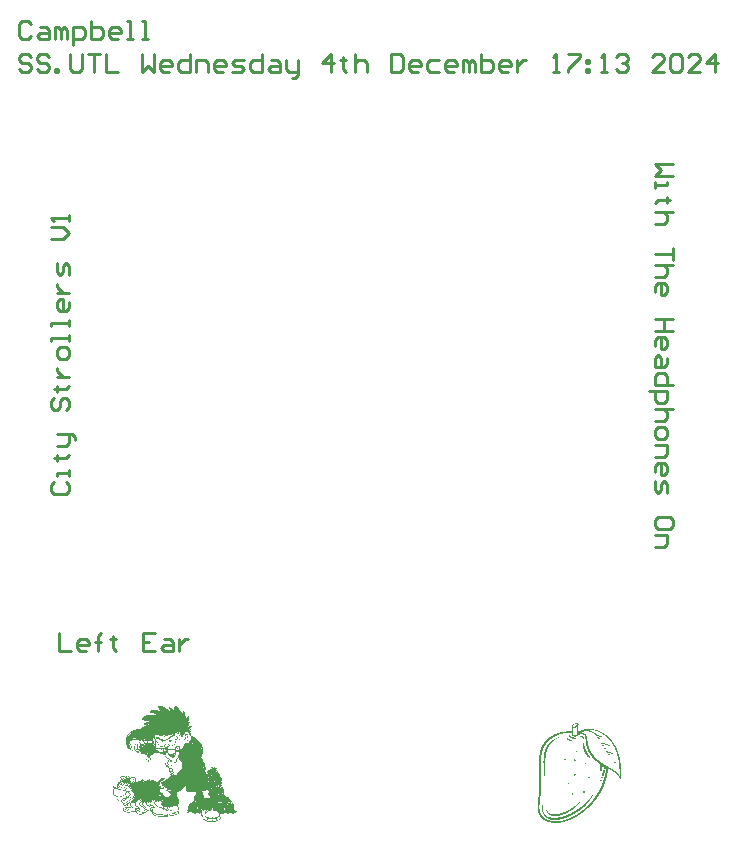
<source format=gto>
G04*
G04 #@! TF.GenerationSoftware,Altium Limited,Altium Designer,24.2.2 (26)*
G04*
G04 Layer_Color=65535*
%FSLAX44Y44*%
%MOMM*%
G71*
G04*
G04 #@! TF.SameCoordinates,0F374588-2137-43C4-A123-4C8396255DE2*
G04*
G04*
G04 #@! TF.FilePolarity,Positive*
G04*
G01*
G75*
%ADD10C,0.2540*%
G36*
X524843Y426173D02*
X525790D01*
Y425700D01*
X526737D01*
Y425226D01*
X527210D01*
Y424753D01*
X528157D01*
Y424280D01*
X528630D01*
Y423806D01*
X529577D01*
Y423333D01*
X530524D01*
Y422859D01*
X530998D01*
Y422386D01*
X531471D01*
Y421913D01*
X531944D01*
Y422859D01*
X531471D01*
Y423806D01*
X530998D01*
Y425226D01*
X531944D01*
Y424753D01*
X532891D01*
Y424280D01*
X533364D01*
Y423806D01*
X533838D01*
Y423333D01*
X534311D01*
Y422859D01*
X534785D01*
Y421913D01*
X535731D01*
Y422386D01*
X535258D01*
Y425226D01*
X535731D01*
Y426173D01*
X537152D01*
Y425700D01*
X538098D01*
Y425226D01*
X538572D01*
Y424753D01*
X539045D01*
Y423806D01*
X539519D01*
Y423333D01*
X539992D01*
Y422859D01*
X540465D01*
Y421913D01*
X540939D01*
Y420966D01*
X541412D01*
Y419546D01*
X541885D01*
Y420493D01*
X542359D01*
Y422386D01*
X543306D01*
Y421913D01*
X543779D01*
Y420966D01*
X544253D01*
Y419546D01*
X544726D01*
Y417652D01*
X545199D01*
Y416232D01*
X545673D01*
Y416705D01*
X546146D01*
Y417179D01*
X546619D01*
Y417652D01*
X547093D01*
Y418125D01*
X548040D01*
Y415759D01*
X547566D01*
Y413865D01*
X547093D01*
Y412918D01*
X546619D01*
Y411971D01*
X547093D01*
Y412445D01*
X548513D01*
Y411498D01*
X548040D01*
Y410551D01*
X547566D01*
Y409604D01*
X547093D01*
Y408658D01*
X547566D01*
Y409131D01*
X548986D01*
Y409604D01*
X549933D01*
Y408658D01*
X549460D01*
Y408184D01*
X548986D01*
Y407711D01*
X548513D01*
Y407238D01*
X548040D01*
Y406764D01*
X547566D01*
Y406291D01*
X548513D01*
Y406764D01*
X548986D01*
Y406291D01*
X549460D01*
Y405817D01*
X548513D01*
Y405344D01*
X548040D01*
Y404870D01*
X549460D01*
Y404397D01*
X548513D01*
Y403450D01*
X548986D01*
Y402504D01*
X549460D01*
Y401083D01*
X549933D01*
Y400610D01*
X550880D01*
Y400137D01*
X551827D01*
Y399663D01*
X552774D01*
Y399190D01*
X553247D01*
Y398716D01*
X553720D01*
Y398243D01*
X554194D01*
Y397770D01*
X555140D01*
Y397296D01*
X555614D01*
Y396823D01*
X556087D01*
Y396349D01*
X556561D01*
Y395876D01*
X557034D01*
Y395403D01*
X557508D01*
Y394456D01*
X557981D01*
Y393983D01*
X558454D01*
Y393036D01*
X558928D01*
Y391615D01*
X559401D01*
Y385461D01*
X558928D01*
Y384041D01*
X558454D01*
Y383094D01*
X557981D01*
Y382621D01*
X558454D01*
Y382148D01*
X558928D01*
Y381201D01*
X559401D01*
Y380254D01*
X559874D01*
Y379307D01*
X560348D01*
Y377887D01*
X560821D01*
Y376467D01*
X561295D01*
Y374573D01*
X561768D01*
Y371733D01*
X561295D01*
Y370786D01*
X561768D01*
Y368893D01*
X562715D01*
Y370313D01*
X563188D01*
Y371260D01*
X563662D01*
Y371733D01*
X564135D01*
Y372206D01*
X565082D01*
Y372680D01*
X565555D01*
Y373153D01*
X566975D01*
Y373627D01*
X566502D01*
Y374100D01*
X566029D01*
Y374573D01*
X567922D01*
Y374100D01*
X568396D01*
Y373627D01*
X568869D01*
Y374573D01*
X568396D01*
Y375047D01*
X569342D01*
Y373627D01*
X571236D01*
Y373153D01*
X570762D01*
Y372206D01*
X571709D01*
Y371260D01*
X572183D01*
Y370786D01*
X572656D01*
Y369839D01*
X573130D01*
Y368893D01*
X573603D01*
Y367946D01*
X573130D01*
Y367472D01*
X573603D01*
Y366999D01*
X574076D01*
Y366526D01*
X574550D01*
Y366052D01*
X575023D01*
Y365579D01*
X575496D01*
Y362739D01*
X575023D01*
Y362265D01*
X575496D01*
Y359898D01*
X575023D01*
Y359425D01*
X575496D01*
Y358478D01*
X575023D01*
Y357531D01*
X575496D01*
Y358005D01*
X575970D01*
Y357531D01*
X576443D01*
Y355638D01*
X576917D01*
Y354691D01*
X577390D01*
Y351377D01*
X576917D01*
Y350904D01*
X577863D01*
Y350430D01*
X578337D01*
Y349957D01*
X578810D01*
Y349484D01*
X580230D01*
Y349010D01*
X581177D01*
Y348537D01*
X581651D01*
Y347590D01*
X582124D01*
Y346643D01*
X582597D01*
Y347117D01*
X583071D01*
Y345696D01*
X584491D01*
Y345223D01*
X583544D01*
Y344276D01*
X584491D01*
Y343803D01*
X584964D01*
Y343330D01*
X585438D01*
Y342856D01*
X585911D01*
Y340962D01*
X586385D01*
Y340489D01*
X585911D01*
Y339069D01*
X585438D01*
Y338596D01*
X585911D01*
Y338122D01*
X586385D01*
Y337175D01*
X586858D01*
Y337649D01*
X587331D01*
Y337175D01*
X588278D01*
Y336229D01*
X587805D01*
Y335755D01*
X585438D01*
Y335282D01*
X584017D01*
Y335755D01*
X581177D01*
Y335282D01*
X580230D01*
Y335755D01*
X576917D01*
Y335282D01*
X574076D01*
Y333862D01*
X573603D01*
Y333388D01*
X574076D01*
Y331968D01*
X574550D01*
Y330548D01*
X574076D01*
Y330074D01*
X573603D01*
Y329601D01*
X572656D01*
Y329128D01*
X571709D01*
Y328654D01*
X570289D01*
Y328181D01*
X567449D01*
Y327707D01*
X565555D01*
Y328181D01*
X563188D01*
Y328654D01*
X561768D01*
Y329128D01*
X560821D01*
Y329601D01*
X560348D01*
Y330074D01*
X559874D01*
Y330548D01*
X559401D01*
Y331968D01*
X558454D01*
Y332915D01*
X557981D01*
Y335755D01*
X557034D01*
Y335282D01*
X556087D01*
Y335755D01*
X555614D01*
Y336229D01*
X555140D01*
Y335755D01*
X553720D01*
Y335282D01*
X551827D01*
Y335755D01*
X550407D01*
Y336229D01*
X548040D01*
Y335755D01*
X546146D01*
Y336229D01*
X545673D01*
Y337649D01*
X546146D01*
Y338122D01*
X546619D01*
Y339069D01*
X547093D01*
Y340016D01*
X546619D01*
Y340962D01*
X547093D01*
Y341909D01*
X547566D01*
Y342856D01*
X548040D01*
Y343330D01*
X548513D01*
Y343803D01*
X548986D01*
Y344276D01*
X549933D01*
Y344750D01*
X550880D01*
Y345223D01*
X551353D01*
Y345696D01*
X551827D01*
Y346170D01*
X552300D01*
Y346643D01*
X551827D01*
Y349484D01*
X552300D01*
Y350430D01*
X552774D01*
Y350904D01*
X553247D01*
Y351851D01*
X553720D01*
Y352324D01*
X554194D01*
Y352797D01*
X553720D01*
Y353271D01*
X545673D01*
Y354217D01*
X545199D01*
Y358951D01*
X544726D01*
Y358478D01*
X544253D01*
Y358005D01*
X543779D01*
Y357531D01*
X543306D01*
Y357058D01*
X542832D01*
Y356585D01*
X542359D01*
Y356111D01*
X541885D01*
Y355638D01*
X541412D01*
Y355164D01*
X540939D01*
Y354691D01*
X540465D01*
Y354217D01*
X539519D01*
Y353744D01*
X538572D01*
Y353271D01*
X538098D01*
Y353744D01*
X536678D01*
Y353271D01*
X537152D01*
Y352797D01*
X537625D01*
Y349957D01*
X537152D01*
Y349010D01*
X538098D01*
Y348537D01*
X538572D01*
Y347590D01*
X539045D01*
Y347117D01*
X539519D01*
Y343803D01*
X539045D01*
Y343330D01*
X538572D01*
Y342856D01*
X537625D01*
Y342383D01*
X538098D01*
Y341909D01*
X538572D01*
Y340489D01*
X539045D01*
Y338122D01*
X538572D01*
Y337649D01*
X539045D01*
Y336229D01*
X539519D01*
Y335755D01*
X539045D01*
Y335282D01*
X538572D01*
Y334808D01*
X537625D01*
Y334335D01*
X536205D01*
Y333862D01*
X535258D01*
Y333388D01*
X533364D01*
Y332915D01*
X531944D01*
Y333388D01*
X531471D01*
Y334335D01*
X530998D01*
Y334808D01*
X530051D01*
Y334335D01*
X529577D01*
Y332441D01*
X528630D01*
Y331968D01*
X522950D01*
Y332441D01*
X521056D01*
Y332915D01*
X519163D01*
Y333388D01*
X518216D01*
Y333862D01*
X517269D01*
Y334335D01*
X516796D01*
Y334808D01*
X516322D01*
Y336702D01*
X515376D01*
Y337175D01*
X514902D01*
Y337649D01*
X514429D01*
Y338122D01*
X513955D01*
Y337649D01*
X512535D01*
Y336702D01*
X512062D01*
Y336229D01*
X511115D01*
Y335755D01*
X509221D01*
Y335282D01*
X508275D01*
Y336229D01*
X510642D01*
Y336702D01*
X511588D01*
Y337175D01*
X512062D01*
Y338122D01*
X511588D01*
Y338596D01*
X510642D01*
Y338122D01*
X510168D01*
Y337649D01*
X509695D01*
Y338596D01*
X510168D01*
Y339069D01*
X509695D01*
Y339542D01*
X509221D01*
Y340016D01*
X508748D01*
Y340489D01*
X508275D01*
Y340962D01*
X507328D01*
Y341436D01*
X506855D01*
Y341909D01*
X506381D01*
Y342383D01*
X505908D01*
Y342856D01*
X505434D01*
Y343330D01*
Y343803D01*
X505908D01*
Y344276D01*
X506381D01*
Y342383D01*
X507328D01*
Y341909D01*
X507801D01*
Y341436D01*
X508748D01*
Y340962D01*
X509221D01*
Y340489D01*
X509695D01*
Y340016D01*
X510168D01*
Y339542D01*
X510642D01*
Y339069D01*
X512062D01*
Y338596D01*
X512535D01*
Y338122D01*
X513482D01*
Y338596D01*
X514429D01*
Y339069D01*
X514902D01*
Y339542D01*
X515376D01*
Y337649D01*
X515849D01*
Y338122D01*
X516322D01*
Y339069D01*
X516796D01*
Y340016D01*
X516322D01*
Y339542D01*
X515376D01*
Y340489D01*
X513955D01*
Y340962D01*
X513482D01*
Y341436D01*
X513009D01*
Y341909D01*
X512535D01*
Y342383D01*
X512062D01*
Y342856D01*
X511588D01*
Y343803D01*
X510642D01*
Y344276D01*
X510168D01*
Y344750D01*
X509695D01*
Y344276D01*
X509221D01*
Y343803D01*
X508748D01*
Y342856D01*
X509221D01*
Y342383D01*
X509695D01*
Y341909D01*
X510168D01*
Y341436D01*
X510642D01*
Y340962D01*
X511115D01*
Y340016D01*
X510642D01*
Y340489D01*
X510168D01*
Y340962D01*
X509695D01*
Y341436D01*
X509221D01*
Y341909D01*
X508748D01*
Y342383D01*
X508275D01*
Y345223D01*
X507801D01*
Y344750D01*
X507328D01*
Y344276D01*
X506381D01*
Y344750D01*
X506855D01*
Y345696D01*
X507328D01*
Y346170D01*
X507801D01*
Y346643D01*
X506855D01*
Y347590D01*
X506381D01*
Y347117D01*
X505908D01*
Y346643D01*
X505434D01*
Y347590D01*
X504961D01*
Y347117D01*
X504487D01*
Y346170D01*
X504014D01*
Y345696D01*
X503541D01*
Y344750D01*
X503067D01*
Y343803D01*
X502594D01*
Y342383D01*
X503067D01*
Y341909D01*
X503541D01*
Y341436D01*
X504487D01*
Y340489D01*
X504961D01*
Y340016D01*
X505434D01*
Y339542D01*
X505908D01*
Y339069D01*
X506381D01*
Y338596D01*
X506855D01*
Y338122D01*
X505908D01*
Y338596D01*
X505434D01*
Y339069D01*
X503541D01*
Y338596D01*
X502594D01*
Y336702D01*
X503067D01*
Y337175D01*
X503541D01*
Y337649D01*
X504014D01*
Y338122D01*
X504961D01*
Y337649D01*
X504487D01*
Y337175D01*
X504014D01*
Y336702D01*
X503541D01*
Y336229D01*
X504014D01*
Y335755D01*
X504487D01*
Y335282D01*
X504961D01*
Y336229D01*
Y336702D01*
Y337175D01*
X505908D01*
Y337649D01*
X506381D01*
Y336702D01*
X505434D01*
Y335282D01*
X506381D01*
Y334808D01*
X506855D01*
Y335282D01*
X508275D01*
Y334808D01*
X507801D01*
Y334335D01*
X505434D01*
Y334808D01*
X504014D01*
Y335282D01*
X503541D01*
Y335755D01*
X502594D01*
Y336229D01*
X502121D01*
Y336702D01*
X499280D01*
Y336229D01*
X497860D01*
Y335755D01*
X495493D01*
Y336229D01*
X494073D01*
Y336702D01*
X492653D01*
Y337175D01*
X492179D01*
Y337649D01*
X491706D01*
Y339069D01*
X492179D01*
Y340016D01*
X493126D01*
Y340489D01*
X496440D01*
Y340962D01*
X495966D01*
Y341436D01*
X495493D01*
Y342383D01*
X495020D01*
Y342856D01*
X494546D01*
Y342383D01*
X494073D01*
Y341909D01*
X492653D01*
Y342383D01*
X492179D01*
Y344276D01*
X491232D01*
Y344750D01*
X490759D01*
Y345223D01*
X490286D01*
Y346643D01*
X488866D01*
Y347117D01*
X491232D01*
Y346643D01*
X490759D01*
Y345696D01*
X491232D01*
Y345223D01*
X491706D01*
Y344750D01*
X492179D01*
Y344276D01*
X492653D01*
Y343803D01*
X493599D01*
Y343330D01*
X492653D01*
Y342856D01*
X494073D01*
Y343330D01*
X495020D01*
Y343803D01*
X495493D01*
Y344276D01*
X495966D01*
Y343803D01*
X496440D01*
Y344276D01*
X495966D01*
Y344750D01*
X495020D01*
Y345223D01*
X495493D01*
Y345696D01*
X496440D01*
Y345223D01*
X495966D01*
Y344750D01*
X496440D01*
Y344276D01*
X496913D01*
Y344750D01*
X497387D01*
Y345223D01*
X498333D01*
Y344750D01*
X497860D01*
Y344276D01*
X497387D01*
Y343803D01*
X496913D01*
Y343330D01*
X495966D01*
Y342856D01*
X495493D01*
Y342383D01*
X495966D01*
Y341909D01*
X496440D01*
Y340962D01*
X496913D01*
Y340489D01*
X497387D01*
Y340016D01*
X493599D01*
Y339542D01*
X492653D01*
Y337649D01*
X493126D01*
Y338596D01*
X493599D01*
Y339069D01*
X494073D01*
Y339542D01*
X495020D01*
Y339069D01*
X494546D01*
Y338596D01*
X494073D01*
Y338122D01*
X493599D01*
Y337649D01*
X494073D01*
Y336702D01*
X495020D01*
Y338122D01*
X495493D01*
Y338596D01*
X495966D01*
Y339069D01*
X496913D01*
Y338596D01*
X496440D01*
Y338122D01*
X495966D01*
Y337649D01*
X495493D01*
Y336702D01*
X495966D01*
Y336229D01*
X497387D01*
Y336702D01*
X498807D01*
Y337175D01*
X501647D01*
Y338596D01*
X502121D01*
Y339069D01*
X501647D01*
Y339542D01*
X500227D01*
Y340016D01*
X499280D01*
Y340962D01*
X498807D01*
Y341436D01*
X498333D01*
Y341909D01*
X497860D01*
Y342383D01*
Y342856D01*
X497387D01*
Y343330D01*
X497860D01*
Y343803D01*
X498333D01*
Y342383D01*
X498807D01*
Y341436D01*
X499280D01*
Y340962D01*
X499754D01*
Y340489D01*
X500227D01*
Y340016D01*
X502121D01*
Y339542D01*
X502594D01*
Y339069D01*
X503067D01*
Y339542D01*
X504487D01*
Y340489D01*
X504014D01*
Y340962D01*
X503067D01*
Y341436D01*
X502594D01*
Y341909D01*
X502121D01*
Y343803D01*
X501174D01*
Y344750D01*
X500700D01*
Y344276D01*
X500227D01*
Y343803D01*
X499754D01*
Y343330D01*
X499280D01*
Y344276D01*
D01*
D01*
X498807D01*
Y345223D01*
X498333D01*
Y345696D01*
X498807D01*
Y346170D01*
X499280D01*
Y346643D01*
X498807D01*
Y347117D01*
X499280D01*
Y346643D01*
X499754D01*
Y347117D01*
X499280D01*
Y347590D01*
X499754D01*
Y347117D01*
X500227D01*
Y347590D01*
X499754D01*
Y348063D01*
X500227D01*
Y347590D01*
X500700D01*
Y348063D01*
X500227D01*
Y349010D01*
X500700D01*
Y348537D01*
X501174D01*
Y349010D01*
X500700D01*
Y349484D01*
X500227D01*
Y350430D01*
X500700D01*
Y349957D01*
X501174D01*
Y349484D01*
X501647D01*
Y349957D01*
X501174D01*
Y351377D01*
X500700D01*
Y352324D01*
X500227D01*
Y353744D01*
X499754D01*
Y354217D01*
X498807D01*
Y355164D01*
X499754D01*
Y355638D01*
X499280D01*
Y356111D01*
X497860D01*
Y356585D01*
X498333D01*
Y357058D01*
X498807D01*
Y357531D01*
X497860D01*
Y357058D01*
X496913D01*
Y357531D01*
X496440D01*
Y358951D01*
X495966D01*
Y358478D01*
X491232D01*
Y358951D01*
X490759D01*
Y359425D01*
X490286D01*
Y359898D01*
X489812D01*
Y360845D01*
X489339D01*
Y360372D01*
X488866D01*
Y359898D01*
X488392D01*
Y358951D01*
X487919D01*
Y358005D01*
X488392D01*
Y356585D01*
X487445D01*
Y356111D01*
X487919D01*
Y355638D01*
X489812D01*
Y356111D01*
X491706D01*
Y355638D01*
X492179D01*
Y355164D01*
X493126D01*
Y354691D01*
X492179D01*
Y355164D01*
X491706D01*
Y355638D01*
X490286D01*
Y355164D01*
X487445D01*
Y356111D01*
X484605D01*
Y354691D01*
X484132D01*
Y352324D01*
X484605D01*
Y351377D01*
X485078D01*
Y350904D01*
X485552D01*
Y350430D01*
X486025D01*
Y349957D01*
X487445D01*
Y349484D01*
X488866D01*
Y349957D01*
X490759D01*
Y349484D01*
X489339D01*
Y349010D01*
X486972D01*
Y347590D01*
X487445D01*
Y347117D01*
X487919D01*
Y346643D01*
X488392D01*
Y346170D01*
X487919D01*
Y346643D01*
X486972D01*
Y347590D01*
X486499D01*
Y349010D01*
X486025D01*
Y349484D01*
X485552D01*
Y349957D01*
X484605D01*
Y350904D01*
X484132D01*
Y351377D01*
X483658D01*
Y355638D01*
X484132D01*
Y356585D01*
X483658D01*
Y357058D01*
X483185D01*
Y358005D01*
X483658D01*
Y358478D01*
X484605D01*
Y357531D01*
X485552D01*
Y357058D01*
X486972D01*
Y357531D01*
X487445D01*
Y358005D01*
X486499D01*
Y358478D01*
X484605D01*
Y358951D01*
X486499D01*
Y359898D01*
X486972D01*
Y360372D01*
X487919D01*
Y361318D01*
X487445D01*
Y361792D01*
X487919D01*
Y362265D01*
X488866D01*
Y361792D01*
X489339D01*
Y362739D01*
X488866D01*
Y366052D01*
X489339D01*
Y366526D01*
X489812D01*
Y366999D01*
X493599D01*
Y366526D01*
X494073D01*
Y366052D01*
X494546D01*
Y366999D01*
X495020D01*
Y365579D01*
X495966D01*
Y366999D01*
X496913D01*
Y366526D01*
X496440D01*
Y365579D01*
X496913D01*
Y366052D01*
X497387D01*
Y366526D01*
X497860D01*
Y365579D01*
X498333D01*
Y366052D01*
X498807D01*
Y366526D01*
X501174D01*
Y366052D01*
X502121D01*
Y365579D01*
X502594D01*
Y364632D01*
X503067D01*
Y363212D01*
X502594D01*
Y362265D01*
X503541D01*
Y361792D01*
X504014D01*
Y362265D01*
X504487D01*
Y362739D01*
X504961D01*
Y363212D01*
X505908D01*
Y361792D01*
X506381D01*
Y362739D01*
X506855D01*
Y363212D01*
X507328D01*
Y363685D01*
X508275D01*
Y364159D01*
X508748D01*
Y363685D01*
X509221D01*
Y363212D01*
X508748D01*
Y362265D01*
X509221D01*
Y362739D01*
X511115D01*
Y362265D01*
X510642D01*
Y361792D01*
X511588D01*
Y362739D01*
X512062D01*
Y363212D01*
X512535D01*
Y363685D01*
X513482D01*
Y364159D01*
X514429D01*
Y362265D01*
X514902D01*
Y362739D01*
X515376D01*
Y363212D01*
X515849D01*
Y363685D01*
X518216D01*
Y363212D01*
X517743D01*
Y362739D01*
X518689D01*
Y363212D01*
X520583D01*
Y362739D01*
X520109D01*
Y361792D01*
X520583D01*
Y362265D01*
X521056D01*
Y362739D01*
X521530D01*
Y363212D01*
X522476D01*
Y363685D01*
X522950D01*
Y364159D01*
X523897D01*
Y364632D01*
X524370D01*
Y365106D01*
X525317D01*
Y365579D01*
X527210D01*
Y364632D01*
X526737D01*
Y364159D01*
X526264D01*
Y363685D01*
X525317D01*
Y363212D01*
X524843D01*
Y362739D01*
X524370D01*
Y362265D01*
X523423D01*
Y361792D01*
X522950D01*
Y361318D01*
X522476D01*
Y360845D01*
X523423D01*
Y359425D01*
X522476D01*
Y358951D01*
X522003D01*
Y358005D01*
X522476D01*
Y358478D01*
X523897D01*
Y358005D01*
X524370D01*
Y357531D01*
X523897D01*
Y357058D01*
X523423D01*
Y356585D01*
X524370D01*
Y357058D01*
X525790D01*
Y357531D01*
X526264D01*
Y358478D01*
X525790D01*
Y358951D01*
X524843D01*
Y359898D01*
X524370D01*
Y360372D01*
X523897D01*
Y361792D01*
X524843D01*
Y362265D01*
X525317D01*
Y362739D01*
X526264D01*
Y363212D01*
X527210D01*
Y363685D01*
X528157D01*
Y364159D01*
X529104D01*
Y364632D01*
X529577D01*
Y365106D01*
X530524D01*
Y365579D01*
X530998D01*
Y366052D01*
X531471D01*
Y366526D01*
X531944D01*
Y366999D01*
X532418D01*
Y367472D01*
X531944D01*
Y368893D01*
X532418D01*
Y369366D01*
X531944D01*
Y370313D01*
X531471D01*
Y370786D01*
X530998D01*
Y371260D01*
X530524D01*
Y372680D01*
X530998D01*
Y373153D01*
X530524D01*
Y373627D01*
X530051D01*
Y374100D01*
Y374573D01*
X529577D01*
Y375047D01*
X528630D01*
Y375520D01*
X528157D01*
Y375994D01*
X527684D01*
Y377887D01*
X528157D01*
Y378360D01*
X529104D01*
Y379307D01*
X529577D01*
Y380254D01*
X530524D01*
Y381201D01*
X530051D01*
Y381674D01*
X529104D01*
Y382148D01*
X528630D01*
Y382621D01*
X528157D01*
Y383094D01*
X527684D01*
Y383568D01*
X527210D01*
Y384515D01*
X526737D01*
Y384988D01*
X525317D01*
Y385461D01*
X523897D01*
Y385935D01*
X523423D01*
Y386408D01*
X521530D01*
Y386882D01*
X519163D01*
Y387355D01*
X518689D01*
Y386882D01*
X518216D01*
Y386408D01*
X517743D01*
Y385935D01*
X517269D01*
Y385461D01*
X516796D01*
Y384988D01*
X515849D01*
Y384041D01*
X515376D01*
Y383568D01*
X514429D01*
Y382621D01*
X513009D01*
Y383094D01*
X512535D01*
Y380728D01*
X511588D01*
Y381674D01*
X512062D01*
Y383568D01*
X512535D01*
Y384515D01*
X511115D01*
Y384988D01*
X510168D01*
Y385461D01*
X507801D01*
Y385935D01*
X506855D01*
Y387355D01*
X506381D01*
Y390195D01*
X505908D01*
Y390669D01*
X505434D01*
Y392562D01*
X505908D01*
Y393036D01*
X506381D01*
Y394929D01*
X505434D01*
Y395403D01*
X504961D01*
Y395876D01*
X505908D01*
Y395403D01*
X506855D01*
Y394456D01*
X507801D01*
Y393509D01*
X508275D01*
Y393983D01*
X508748D01*
Y394456D01*
X509221D01*
Y394929D01*
X509695D01*
Y395403D01*
X509221D01*
Y395876D01*
X508748D01*
Y396349D01*
X508275D01*
Y396823D01*
X507801D01*
Y397296D01*
X506855D01*
Y396823D01*
X504961D01*
Y397296D01*
X504487D01*
Y397770D01*
X499754D01*
Y397296D01*
X499280D01*
Y396823D01*
X498333D01*
Y396349D01*
X497860D01*
Y395876D01*
X497387D01*
Y394456D01*
X496913D01*
Y393036D01*
X497387D01*
Y392089D01*
X497860D01*
Y391142D01*
X498807D01*
Y389249D01*
X500700D01*
Y389722D01*
X501174D01*
Y392562D01*
X501647D01*
Y393983D01*
X502594D01*
Y393036D01*
X502121D01*
Y392089D01*
X501647D01*
Y389249D01*
X503067D01*
Y389722D01*
X503541D01*
Y390195D01*
X504014D01*
Y392089D01*
X503541D01*
Y393036D01*
X504014D01*
Y394456D01*
X504487D01*
Y389722D01*
X504961D01*
Y390195D01*
X505908D01*
Y387828D01*
X505434D01*
Y387355D01*
X504961D01*
Y386882D01*
X503541D01*
Y387355D01*
X502594D01*
Y387828D01*
X502121D01*
Y388775D01*
X500227D01*
Y388302D01*
X499280D01*
Y388775D01*
X498333D01*
Y389249D01*
X497860D01*
Y389722D01*
X497387D01*
Y390195D01*
X496440D01*
Y390669D01*
X495966D01*
Y391142D01*
X495493D01*
Y392089D01*
X495020D01*
Y393036D01*
X494546D01*
Y394929D01*
X494073D01*
Y397770D01*
X494546D01*
Y399663D01*
X495020D01*
Y401083D01*
X495493D01*
Y402030D01*
X495966D01*
Y402504D01*
X496440D01*
Y402977D01*
X496913D01*
Y403450D01*
X497387D01*
Y403924D01*
X497860D01*
Y404397D01*
X498333D01*
Y404870D01*
X499280D01*
Y405344D01*
X500227D01*
Y405817D01*
X501174D01*
Y406291D01*
X502594D01*
Y406764D01*
X506855D01*
Y407238D01*
X507328D01*
Y407711D01*
X507801D01*
Y408184D01*
X508748D01*
Y408658D01*
X509221D01*
Y409131D01*
X510168D01*
Y409604D01*
X511588D01*
Y410078D01*
X513482D01*
Y411025D01*
X513009D01*
Y410551D01*
X509221D01*
Y411498D01*
X510168D01*
Y411971D01*
X511115D01*
Y412445D01*
X512062D01*
Y412918D01*
X513482D01*
Y413392D01*
X512062D01*
Y413865D01*
X509221D01*
Y414338D01*
X507801D01*
Y415759D01*
X508275D01*
Y416232D01*
X508748D01*
Y416705D01*
X509221D01*
Y417179D01*
X509695D01*
Y417652D01*
X510642D01*
Y418125D01*
X511588D01*
Y418599D01*
X513482D01*
Y419072D01*
X519636D01*
Y419546D01*
X518216D01*
Y420019D01*
X516322D01*
Y420493D01*
X514902D01*
Y421439D01*
X514429D01*
Y421913D01*
X514902D01*
Y422386D01*
X515849D01*
Y422859D01*
X521530D01*
Y422386D01*
X523423D01*
Y422859D01*
X522950D01*
Y423333D01*
X522476D01*
Y423806D01*
X522003D01*
Y424280D01*
X521530D01*
Y424753D01*
X521056D01*
Y426173D01*
X521530D01*
Y426647D01*
X524843D01*
Y426173D01*
D02*
G37*
G36*
X876114Y412045D02*
X876254Y412025D01*
X876395Y411965D01*
X876545Y411935D01*
X876646Y411894D01*
X876676Y411864D01*
X876716Y411844D01*
X877017Y411684D01*
X877068Y411633D01*
X877088Y411593D01*
X877138Y411543D01*
X877178Y411523D01*
X877268Y411433D01*
X877288Y411393D01*
X877329Y411352D01*
X877349Y411312D01*
X877429Y411232D01*
X877489Y411091D01*
X877519Y410961D01*
X877539Y410881D01*
X877590Y410770D01*
X877610Y410690D01*
X877590Y410429D01*
X877570Y410368D01*
X877519Y410238D01*
X877489Y410127D01*
X877469Y410047D01*
X877419Y409917D01*
X877329Y409766D01*
X877299Y409616D01*
X877268Y409344D01*
X877248Y409204D01*
X877228Y408943D01*
X877208Y408621D01*
X877228Y407698D01*
X877248Y407638D01*
X877268Y407015D01*
X877288Y406955D01*
X877309Y406433D01*
X877329Y406373D01*
X877359Y406101D01*
X877379Y406001D01*
X877399Y405881D01*
X877419Y405700D01*
X877439Y405579D01*
X877459Y405318D01*
X877489Y405047D01*
X877509Y404766D01*
X877600Y404636D01*
X877670Y404626D01*
X877750Y404646D01*
X877871Y404746D01*
X877961Y404837D01*
X878001Y404856D01*
X878202Y404997D01*
X878343Y405077D01*
X878403Y405138D01*
X878584Y405218D01*
X878624Y405238D01*
X878664Y405278D01*
X878704Y405298D01*
X878764Y405359D01*
X878895Y405409D01*
X878995Y405449D01*
X879025Y405479D01*
X879065Y405499D01*
X879106Y405539D01*
X879246Y405579D01*
X879377Y405630D01*
X879447Y405680D01*
X879487Y405720D01*
X879628Y405760D01*
X879758Y405810D01*
X880009Y405921D01*
X880090Y405941D01*
X880230Y405981D01*
X880481Y406071D01*
X880712Y406142D01*
X880923Y406192D01*
X881134Y406282D01*
X881355Y406302D01*
X881415Y406322D01*
X881656Y406362D01*
X881736Y406383D01*
X881907Y406413D01*
X882148Y406473D01*
X882268Y406493D01*
X882429Y406513D01*
X882700Y406543D01*
X882911Y406573D01*
X883272Y406634D01*
X883533Y406674D01*
X883694Y406694D01*
X883915Y406714D01*
X884075Y406734D01*
X884437Y406754D01*
X885160Y406814D01*
X885501Y406834D01*
X885772Y406865D01*
X887519Y406844D01*
X887579Y406824D01*
X888272Y406774D01*
X888614Y406754D01*
X888774Y406734D01*
X889116Y406714D01*
X889296Y406694D01*
X889557Y406654D01*
X889638Y406634D01*
X889738Y406614D01*
X889818Y406593D01*
X889939Y406573D01*
X890140Y406553D01*
X890461Y406513D01*
X890581Y406493D01*
X890662Y406473D01*
X890832Y406423D01*
X890993Y406383D01*
X891133Y406362D01*
X891214Y406342D01*
X891385Y406312D01*
X891626Y406272D01*
X891706Y406252D01*
X891877Y406182D01*
X891957Y406162D01*
X892188Y406132D01*
X892288Y406111D01*
X892509Y406031D01*
X892680Y405981D01*
X892840Y405941D01*
X893041Y405881D01*
X893121Y405860D01*
X893222Y405820D01*
X893423Y405760D01*
X893553Y405730D01*
X893804Y405620D01*
X893965Y405579D01*
X894156Y405509D01*
X894366Y405419D01*
X894567Y405359D01*
X894678Y405328D01*
X894778Y405288D01*
X894808Y405258D01*
X894848Y405238D01*
X894949Y405198D01*
X895029Y405178D01*
X895160Y405128D01*
X895390Y405017D01*
X895491Y404977D01*
X895912Y404796D01*
X895953Y404776D01*
X896113Y404676D01*
X896254Y404636D01*
X896354Y404595D01*
X896475Y404515D01*
X896615Y404455D01*
X896746Y404405D01*
X896997Y404254D01*
X897127Y404204D01*
X897599Y403953D01*
X897639Y403913D01*
X897680Y403893D01*
X897860Y403812D01*
X897900Y403792D01*
X898011Y403702D01*
X898322Y403531D01*
X898463Y403451D01*
X898653Y403320D01*
X898924Y403170D01*
X898965Y403130D01*
X899005Y403110D01*
X899145Y403029D01*
X899346Y402889D01*
X899447Y402828D01*
X899547Y402728D01*
X899728Y402628D01*
X899788Y402567D01*
X899828Y402547D01*
X899949Y402467D01*
X899989Y402447D01*
X900099Y402357D01*
X900220Y402276D01*
X900431Y402126D01*
X900471Y402106D01*
X900511Y402065D01*
X900551Y402045D01*
X900591Y402005D01*
X900631Y401985D01*
X900671Y401945D01*
X900712Y401925D01*
X900822Y401834D01*
X900892Y401784D01*
X901003Y401694D01*
X901093Y401604D01*
X901133Y401584D01*
X901214Y401503D01*
X901254Y401483D01*
X901314Y401423D01*
X901354Y401403D01*
X901535Y401262D01*
X901595Y401202D01*
X901635Y401182D01*
X901675Y401142D01*
X901716Y401122D01*
X901816Y401021D01*
X901856Y401001D01*
X902037Y400821D01*
X902077Y400800D01*
X902188Y400710D01*
X902208Y400670D01*
X902278Y400600D01*
X902318Y400579D01*
X902428Y400489D01*
X902519Y400399D01*
X902559Y400379D01*
X902669Y400288D01*
X902760Y400178D01*
X902870Y400088D01*
X904055Y398903D01*
X904075Y398863D01*
X904216Y398722D01*
X904236Y398682D01*
X904336Y398582D01*
X904356Y398541D01*
X904456Y398441D01*
X904477Y398401D01*
X904587Y398290D01*
X904627Y398270D01*
X904707Y398150D01*
X904758Y398080D01*
X904808Y398029D01*
X904848Y398009D01*
X904898Y397939D01*
X905039Y397799D01*
X905059Y397758D01*
X905149Y397648D01*
X905179Y397638D01*
X905200Y397598D01*
X905240Y397557D01*
X905260Y397517D01*
X905400Y397377D01*
X905420Y397337D01*
X905561Y397156D01*
X905621Y397096D01*
X905641Y397056D01*
X905742Y396915D01*
X905802Y396855D01*
X905822Y396814D01*
X905862Y396774D01*
X905882Y396734D01*
X905973Y396624D01*
X906023Y396553D01*
X906153Y396363D01*
X906224Y396292D01*
X906244Y396252D01*
X906284Y396212D01*
X906304Y396172D01*
X906364Y396112D01*
X906384Y396072D01*
X906485Y395931D01*
X906565Y395851D01*
X906645Y395710D01*
X906685Y395670D01*
X906705Y395630D01*
X906766Y395570D01*
X906866Y395389D01*
X906926Y395329D01*
X906946Y395289D01*
X907047Y395108D01*
X907107Y395047D01*
X907127Y395007D01*
X907248Y394786D01*
X907328Y394726D01*
X907448Y394505D01*
X907489Y394465D01*
X907509Y394425D01*
X907589Y394285D01*
X907730Y394084D01*
X907780Y393953D01*
X907860Y393833D01*
X907910Y393783D01*
X908191Y393260D01*
X908272Y393180D01*
X908322Y393050D01*
X908422Y392889D01*
X908452Y392859D01*
X908493Y392758D01*
X908633Y392497D01*
X908834Y392116D01*
X908914Y391995D01*
X908995Y391774D01*
X909095Y391634D01*
X909125Y391524D01*
X909225Y391363D01*
X909276Y391252D01*
X909326Y391122D01*
X909426Y390961D01*
X909497Y390791D01*
X909547Y390660D01*
X909657Y390449D01*
X909697Y390349D01*
X909748Y390218D01*
X909798Y390168D01*
X909818Y390128D01*
X909858Y390028D01*
X909878Y389947D01*
X910039Y389606D01*
X910069Y389495D01*
X910109Y389395D01*
X910199Y389244D01*
X910310Y388933D01*
X910350Y388833D01*
X910440Y388622D01*
X910480Y388521D01*
X910511Y388411D01*
X910611Y388190D01*
X910631Y388110D01*
X910782Y387718D01*
X910892Y387407D01*
X910983Y387196D01*
X911013Y387086D01*
X911033Y387006D01*
X911063Y386895D01*
X911113Y386765D01*
X911163Y386654D01*
X911183Y386574D01*
X911224Y386433D01*
X911254Y386323D01*
X911314Y386162D01*
X911364Y386032D01*
X911404Y385891D01*
X911424Y385811D01*
X911474Y385600D01*
X911565Y385449D01*
X911595Y385238D01*
X911635Y385078D01*
X911665Y384967D01*
X911705Y384867D01*
X911766Y384666D01*
X911796Y384536D01*
X911816Y384435D01*
X911856Y384275D01*
X911876Y384174D01*
X911936Y384014D01*
X911966Y383923D01*
X911986Y383783D01*
X912017Y383652D01*
X912037Y383572D01*
X912087Y383441D01*
X912147Y383200D01*
X912167Y383060D01*
X912187Y382980D01*
X912217Y382849D01*
X912247Y382739D01*
X912278Y382608D01*
X912338Y382367D01*
X912358Y382206D01*
X912398Y381965D01*
X912418Y381865D01*
X912448Y381755D01*
X912488Y381614D01*
X912509Y381534D01*
X912549Y381293D01*
X912569Y381152D01*
X912599Y380921D01*
X912629Y380811D01*
X912699Y380500D01*
X912719Y380419D01*
X912749Y380148D01*
X912770Y380068D01*
X912800Y379797D01*
X912820Y379696D01*
X912860Y379455D01*
X912880Y379375D01*
X912910Y379265D01*
X912940Y378913D01*
X912980Y378552D01*
X913000Y378391D01*
X913021Y378271D01*
X913041Y378170D01*
X913061Y377990D01*
X913101Y377749D01*
X913121Y377407D01*
X913141Y377187D01*
X913201Y376584D01*
X913221Y376323D01*
X913242Y376243D01*
X913261Y376082D01*
X913302Y375540D01*
X913322Y375199D01*
X913342Y374717D01*
X913372Y373482D01*
X913402Y373130D01*
X913412Y370490D01*
X913392Y370430D01*
X913402Y370259D01*
X913382Y370078D01*
X913372Y367498D01*
X913392Y367438D01*
X913412Y366755D01*
X913432Y366695D01*
X913452Y366253D01*
X913472Y366193D01*
X913493Y365691D01*
X913512Y365249D01*
X913543Y364938D01*
X913563Y364516D01*
X913573Y364064D01*
X913523Y363994D01*
X913382Y363934D01*
X913242Y363914D01*
X913191Y363944D01*
X913151Y364044D01*
X913071Y364185D01*
X913031Y364225D01*
X913010Y364265D01*
X912930Y364446D01*
X912850Y364586D01*
X912810Y364627D01*
X912729Y364807D01*
X912529Y365189D01*
X912448Y365309D01*
X912348Y365490D01*
X912288Y365550D01*
X912268Y365590D01*
X912227Y365630D01*
X912107Y365851D01*
X912047Y365912D01*
X912027Y365952D01*
X911946Y366092D01*
X911746Y366373D01*
X911725Y366414D01*
X911685Y366454D01*
X911665Y366494D01*
X911625Y366534D01*
X911605Y366574D01*
X911565Y366614D01*
X911505Y366715D01*
X911314Y366966D01*
X911224Y367056D01*
X911203Y367096D01*
X911113Y367207D01*
X911063Y367257D01*
X911043Y367297D01*
X911003Y367337D01*
X910983Y367377D01*
X910882Y367478D01*
X910862Y367518D01*
X910802Y367578D01*
X910782Y367618D01*
X910732Y367669D01*
X910701Y367679D01*
X910681Y367719D01*
X910561Y367839D01*
X910541Y367879D01*
X910480Y367940D01*
X910460Y367980D01*
X910390Y368050D01*
X910350Y368070D01*
X910260Y368161D01*
X910239Y368201D01*
X910149Y368311D01*
X910039Y368401D01*
X909948Y368512D01*
X909888Y368572D01*
X909848Y368592D01*
X909527Y368913D01*
X909486Y368934D01*
X909426Y368994D01*
X909386Y369014D01*
X909356Y369044D01*
X909336Y369084D01*
X909266Y369155D01*
X909225Y369175D01*
X909185Y369215D01*
X909145Y369235D01*
X909095Y369285D01*
X909075Y369325D01*
X909005Y369375D01*
X908894Y369466D01*
X908864Y369496D01*
X908824Y369516D01*
X908784Y369556D01*
X908744Y369576D01*
X908623Y369697D01*
X908583Y369717D01*
X908473Y369807D01*
X908402Y369857D01*
X908362Y369897D01*
X908322Y369917D01*
X908262Y369978D01*
X908222Y369998D01*
X908161Y370058D01*
X908121Y370078D01*
X907940Y370219D01*
X907900Y370259D01*
X907719Y370359D01*
X907659Y370420D01*
X907619Y370440D01*
X907579Y370480D01*
X907539Y370500D01*
X907398Y370580D01*
X907358Y370620D01*
X907318Y370640D01*
X907037Y370841D01*
X906856Y370942D01*
X906796Y371002D01*
X906756Y371022D01*
X906495Y371162D01*
X906414Y371243D01*
X906374Y371263D01*
X906153Y371383D01*
X905993Y371484D01*
X905953Y371504D01*
X905912Y371544D01*
X905872Y371564D01*
X905571Y371725D01*
X905531Y371765D01*
X905350Y371845D01*
X905169Y371946D01*
X905049Y372026D01*
X904949Y372066D01*
X904908Y372086D01*
X904768Y372187D01*
X904667Y372227D01*
X904446Y372347D01*
X903904Y372608D01*
X903443Y372829D01*
X903061Y373010D01*
X902840Y373130D01*
X902700Y373191D01*
X902439Y373271D01*
X902348Y373221D01*
X902328Y373140D01*
X902308Y372920D01*
X902328Y372879D01*
X902308Y372819D01*
X902288Y372297D01*
X902268Y372237D01*
X902238Y372026D01*
X902218Y371785D01*
X902197Y371624D01*
X902177Y371263D01*
X902157Y371002D01*
X902137Y370721D01*
X902117Y370540D01*
X902097Y370339D01*
X902077Y370179D01*
X902047Y370068D01*
X902027Y369988D01*
X901967Y369446D01*
X901946Y369365D01*
X901916Y369114D01*
X901836Y368612D01*
X901806Y368522D01*
X901786Y368381D01*
X901766Y368140D01*
X901746Y368080D01*
X901716Y367849D01*
X901675Y367689D01*
X901645Y367578D01*
X901605Y367438D01*
X901585Y367297D01*
X901565Y367096D01*
X901535Y366966D01*
X901515Y366845D01*
X901495Y366745D01*
X901475Y366665D01*
X901424Y366494D01*
X901404Y366414D01*
X901334Y366082D01*
X901314Y366002D01*
X901264Y365831D01*
X901244Y365751D01*
X901224Y365610D01*
X901193Y365480D01*
X901173Y365400D01*
X901153Y365279D01*
X901133Y365199D01*
X901093Y365098D01*
X901023Y364867D01*
X900983Y364627D01*
X900943Y364466D01*
X900862Y364265D01*
X900822Y364104D01*
X900772Y363894D01*
X900752Y363793D01*
X900671Y363592D01*
X900641Y363482D01*
X900601Y363321D01*
X900571Y363191D01*
X900511Y363030D01*
X900471Y362930D01*
X900421Y362759D01*
X900400Y362679D01*
X900370Y362508D01*
X900340Y362438D01*
X900300Y362398D01*
X900260Y362297D01*
X900240Y362217D01*
X900210Y362046D01*
X900129Y361825D01*
X900079Y361715D01*
X900019Y361514D01*
X899949Y361323D01*
X899908Y361223D01*
X899858Y361092D01*
X899808Y360882D01*
X899718Y360671D01*
X899668Y360540D01*
X899627Y360440D01*
X899527Y360219D01*
X899457Y359988D01*
X899386Y359797D01*
X899296Y359627D01*
X899256Y359466D01*
X899226Y359356D01*
X899196Y359325D01*
X899175Y359285D01*
X899115Y359225D01*
X899085Y359095D01*
X899065Y359014D01*
X899025Y358914D01*
X898914Y358683D01*
X898864Y358552D01*
X898784Y358352D01*
X898734Y358241D01*
X898673Y358101D01*
X898633Y358000D01*
X898493Y357699D01*
X898443Y357568D01*
X898312Y357317D01*
X898262Y357187D01*
X898171Y356996D01*
X898091Y356815D01*
X897971Y356595D01*
X897931Y356494D01*
X897911Y356414D01*
X897860Y356283D01*
X897770Y356193D01*
X897730Y356092D01*
X897710Y356012D01*
X897569Y355811D01*
X897539Y355701D01*
X897499Y355601D01*
X897429Y355490D01*
X897388Y355450D01*
X897308Y355249D01*
X897208Y355069D01*
X897047Y354767D01*
X896866Y354426D01*
X896786Y354305D01*
X896766Y354225D01*
X896686Y354085D01*
X896605Y353964D01*
X896465Y353703D01*
X896384Y353583D01*
X896334Y353452D01*
X896304Y353422D01*
X896284Y353382D01*
X896204Y353261D01*
X895983Y352840D01*
X895802Y352579D01*
X895782Y352498D01*
X895702Y352358D01*
X895661Y352318D01*
X895641Y352277D01*
X895541Y352117D01*
X895521Y352077D01*
X895421Y351936D01*
X895320Y351755D01*
X895220Y351615D01*
X895139Y351474D01*
X895059Y351354D01*
X894939Y351133D01*
X894899Y351093D01*
X894878Y351053D01*
X894748Y350862D01*
X894718Y350832D01*
X894698Y350791D01*
X894577Y350571D01*
X894517Y350510D01*
X894497Y350470D01*
X894417Y350330D01*
X894316Y350229D01*
X894296Y350189D01*
X894196Y350008D01*
X894105Y349898D01*
X894075Y349868D01*
X893995Y349727D01*
X893935Y349667D01*
X893915Y349627D01*
X893814Y349446D01*
X893734Y349366D01*
X893714Y349326D01*
X893674Y349286D01*
X893593Y349145D01*
X893533Y349085D01*
X893513Y349044D01*
X893382Y348854D01*
X893312Y348783D01*
X893212Y348603D01*
X893111Y348502D01*
X893091Y348462D01*
X892991Y348322D01*
X892951Y348282D01*
X892870Y348141D01*
X892730Y348000D01*
X892629Y347820D01*
X892569Y347759D01*
X892549Y347719D01*
X892509Y347679D01*
X892489Y347639D01*
X892389Y347538D01*
X892368Y347498D01*
X892238Y347308D01*
X892148Y347217D01*
X892128Y347177D01*
X892027Y347037D01*
X891937Y346926D01*
X891887Y346876D01*
X891866Y346836D01*
X891806Y346776D01*
X891726Y346635D01*
X891605Y346514D01*
X891585Y346474D01*
X891495Y346364D01*
X891425Y346294D01*
X891405Y346253D01*
X891314Y346143D01*
X891274Y346083D01*
X891234Y346063D01*
X891184Y345992D01*
X891093Y345882D01*
X890983Y345771D01*
X890923Y345671D01*
X890832Y345561D01*
X890762Y345490D01*
X890742Y345450D01*
X890662Y345370D01*
X890642Y345330D01*
X890601Y345290D01*
X890581Y345249D01*
X890441Y345109D01*
X890421Y345069D01*
X890360Y345009D01*
X890340Y344968D01*
X890200Y344828D01*
X890180Y344788D01*
X890140Y344747D01*
X890119Y344707D01*
X889878Y344466D01*
X889858Y344426D01*
X889748Y344276D01*
X889708Y344255D01*
X889658Y344205D01*
X889638Y344165D01*
X889477Y344004D01*
X889457Y343964D01*
X889367Y343854D01*
X889075Y343563D01*
X889055Y343522D01*
X889015Y343482D01*
X888995Y343442D01*
X888714Y343161D01*
X888694Y343121D01*
X888272Y342699D01*
X888252Y342659D01*
X887670Y342077D01*
X887650Y342037D01*
X887599Y341986D01*
X887559Y341966D01*
X887529Y341936D01*
X887509Y341896D01*
X887379Y341766D01*
X887338Y341745D01*
X887148Y341555D01*
X887128Y341515D01*
X887067Y341454D01*
X887057Y341424D01*
X887017Y341404D01*
X886957Y341344D01*
X886917Y341324D01*
X886686Y341093D01*
X886666Y341053D01*
X886545Y340952D01*
X886254Y340661D01*
X886214Y340641D01*
X885933Y340360D01*
X885893Y340340D01*
X885431Y339878D01*
X885391Y339858D01*
X885210Y339677D01*
X885170Y339657D01*
X885059Y339567D01*
X884828Y339336D01*
X884788Y339316D01*
X884748Y339276D01*
X884648Y339215D01*
X884447Y339015D01*
X884407Y338994D01*
X884326Y338914D01*
X884286Y338894D01*
X884166Y338774D01*
X884126Y338754D01*
X884075Y338703D01*
X884065Y338673D01*
X884025Y338653D01*
X883945Y338573D01*
X883905Y338553D01*
X883865Y338513D01*
X883824Y338493D01*
X883684Y338352D01*
X883644Y338332D01*
X883563Y338252D01*
X883523Y338232D01*
X883423Y338131D01*
X883383Y338111D01*
X883272Y338021D01*
X883182Y337930D01*
X883142Y337910D01*
X883102Y337870D01*
X883061Y337850D01*
X882981Y337770D01*
X882941Y337750D01*
X882770Y337619D01*
X882750Y337579D01*
X882720Y337549D01*
X882549Y337458D01*
X882529Y337418D01*
X882439Y337328D01*
X882399Y337308D01*
X882359Y337268D01*
X882318Y337248D01*
X882238Y337167D01*
X882198Y337147D01*
X882087Y337057D01*
X882037Y337007D01*
X881997Y336987D01*
X881746Y336796D01*
X881696Y336746D01*
X881656Y336726D01*
X881616Y336685D01*
X881575Y336665D01*
X881495Y336585D01*
X881455Y336565D01*
X881345Y336474D01*
X881294Y336424D01*
X881154Y336344D01*
X881114Y336304D01*
X881074Y336284D01*
X881013Y336223D01*
X880973Y336203D01*
X880913Y336143D01*
X880873Y336123D01*
X880813Y336063D01*
X880632Y335962D01*
X880531Y335862D01*
X880491Y335842D01*
X880300Y335712D01*
X880250Y335661D01*
X880210Y335641D01*
X880170Y335601D01*
X880130Y335581D01*
X880019Y335491D01*
X879989Y335461D01*
X879768Y335340D01*
X879688Y335260D01*
X879648Y335240D01*
X879457Y335109D01*
X879427Y335079D01*
X879387Y335059D01*
X879266Y334979D01*
X879226Y334958D01*
X879186Y334918D01*
X879146Y334898D01*
X878955Y334768D01*
X878925Y334738D01*
X878885Y334717D01*
X878845Y334677D01*
X878664Y334577D01*
X878604Y334517D01*
X878383Y334396D01*
X878282Y334296D01*
X878062Y334175D01*
X878021Y334135D01*
X877981Y334115D01*
X877861Y334035D01*
X877821Y334015D01*
X877700Y333934D01*
X877660Y333914D01*
X877519Y333834D01*
X877479Y333794D01*
X877439Y333774D01*
X877319Y333693D01*
X877178Y333613D01*
X877037Y333513D01*
X876857Y333412D01*
X876817Y333372D01*
X876636Y333272D01*
X876355Y333111D01*
X876214Y333011D01*
X875873Y332830D01*
X875752Y332750D01*
X875531Y332629D01*
X875411Y332549D01*
X875270Y332489D01*
X875230Y332469D01*
X875090Y332368D01*
X874829Y332228D01*
X874708Y332147D01*
X874578Y332097D01*
X874266Y331926D01*
X874226Y331906D01*
X874106Y331826D01*
X873925Y331746D01*
X873744Y331645D01*
X873443Y331505D01*
X873303Y331424D01*
X873182Y331344D01*
X873072Y331314D01*
X872580Y331043D01*
X872479Y331003D01*
X872289Y330933D01*
X871997Y330782D01*
X871897Y330742D01*
X871596Y330601D01*
X871465Y330551D01*
X871214Y330420D01*
X871104Y330390D01*
X871003Y330350D01*
X870712Y330220D01*
X870612Y330179D01*
X870351Y330059D01*
X870270Y330039D01*
X869929Y329878D01*
X869668Y329778D01*
X869528Y329718D01*
X869427Y329678D01*
X869287Y329637D01*
X869036Y329547D01*
X868825Y329457D01*
X868744Y329436D01*
X868524Y329336D01*
X868383Y329296D01*
X868192Y329226D01*
X867991Y329145D01*
X867861Y329095D01*
X867730Y329065D01*
X867650Y329045D01*
X867489Y328985D01*
X867279Y328894D01*
X867108Y328864D01*
X866937Y328794D01*
X866777Y328754D01*
X866676Y328714D01*
X866516Y328674D01*
X866385Y328643D01*
X866164Y328563D01*
X866064Y328523D01*
X865903Y328483D01*
X865662Y328442D01*
X865562Y328402D01*
X865451Y328352D01*
X865210Y328312D01*
X865070Y328272D01*
X864668Y328172D01*
X864528Y328131D01*
X864287Y328071D01*
X864056Y328041D01*
X863825Y327971D01*
X863634Y327940D01*
X863554Y327920D01*
X863353Y327880D01*
X863232Y327860D01*
X863152Y327840D01*
X863052Y327820D01*
X862891Y327780D01*
X862781Y327750D01*
X862439Y327710D01*
X862379Y327690D01*
X862239Y327669D01*
X861977Y327649D01*
X861917Y327629D01*
X861837Y327609D01*
X861696Y327589D01*
X861616Y327569D01*
X861385Y327539D01*
X861164Y327519D01*
X860923Y327499D01*
X860823Y327479D01*
X860391Y327449D01*
X860331Y327429D01*
X860100Y327398D01*
X859899Y327378D01*
X859518Y327358D01*
X859036Y327338D01*
X857118Y327328D01*
X857058Y327348D01*
X856295Y327368D01*
X856235Y327388D01*
X856154Y327408D01*
X855793Y327429D01*
X855733Y327449D01*
X855502Y327479D01*
X855341Y327499D01*
X855140Y327519D01*
X854819Y327539D01*
X854658Y327579D01*
X854558Y327599D01*
X854397Y327619D01*
X854317Y327639D01*
X854116Y327679D01*
X853735Y327740D01*
X853634Y327760D01*
X853554Y327780D01*
X853193Y327840D01*
X853112Y327860D01*
X852711Y327940D01*
X852630Y327961D01*
X852279Y328071D01*
X852148Y328101D01*
X851988Y328141D01*
X851877Y328172D01*
X851747Y328222D01*
X851576Y328272D01*
X851345Y328322D01*
X851094Y328433D01*
X850954Y328473D01*
X850873Y328493D01*
X850773Y328533D01*
X850512Y328653D01*
X850371Y328694D01*
X850291Y328714D01*
X849950Y328874D01*
X849819Y328924D01*
X849709Y328995D01*
X849568Y329055D01*
X849438Y329105D01*
X849327Y329175D01*
X848986Y329356D01*
X848865Y329436D01*
X848765Y329477D01*
X848624Y329557D01*
X848564Y329617D01*
X848524Y329637D01*
X848383Y329718D01*
X848243Y329818D01*
X848062Y329918D01*
X848022Y329959D01*
X847881Y330039D01*
X847771Y330129D01*
X847741Y330159D01*
X847600Y330240D01*
X847490Y330330D01*
X847420Y330400D01*
X847380Y330420D01*
X847199Y330561D01*
X847159Y330601D01*
X847118Y330621D01*
X847078Y330661D01*
X847038Y330681D01*
X846797Y330922D01*
X846757Y330942D01*
X846646Y331033D01*
X846626Y331073D01*
X846335Y331364D01*
X846295Y331384D01*
X846245Y331434D01*
X846225Y331475D01*
X846175Y331525D01*
X846134Y331545D01*
X846104Y331575D01*
X846084Y331615D01*
X846044Y331655D01*
X846024Y331696D01*
X845883Y331836D01*
X845863Y331876D01*
X845773Y331987D01*
X845723Y332037D01*
X845703Y332077D01*
X845643Y332137D01*
X845622Y332177D01*
X845562Y332238D01*
X845542Y332278D01*
X845462Y332358D01*
X845442Y332398D01*
X845301Y332579D01*
X845171Y332770D01*
X845090Y332890D01*
X844990Y333051D01*
X844940Y333121D01*
X844839Y333302D01*
X844799Y333342D01*
X844779Y333382D01*
X844458Y333985D01*
X844378Y334105D01*
X844337Y334206D01*
X844287Y334336D01*
X844237Y334406D01*
X844177Y334507D01*
X844137Y334647D01*
X843976Y334989D01*
X843946Y335099D01*
X843926Y335179D01*
X843886Y335280D01*
X843775Y335511D01*
X843745Y335641D01*
X843725Y335722D01*
X843685Y335822D01*
X843635Y335932D01*
X843594Y336033D01*
X843564Y336163D01*
X843504Y336465D01*
X843484Y336545D01*
X843434Y336655D01*
X843404Y336766D01*
X843384Y336886D01*
X843363Y336987D01*
X843343Y337107D01*
X843323Y337187D01*
X843283Y337288D01*
X843233Y337458D01*
X843213Y337539D01*
X843183Y337750D01*
X843163Y337930D01*
X843143Y338131D01*
X843122Y338252D01*
X843102Y338332D01*
X843082Y338432D01*
X843062Y338513D01*
X843042Y338633D01*
X843012Y338904D01*
X842992Y339045D01*
X842972Y339386D01*
X842952Y339446D01*
X842932Y340029D01*
X842912Y340089D01*
X842882Y340822D01*
X842871Y342338D01*
X842892Y342398D01*
X842912Y343041D01*
X842932Y343101D01*
X842962Y343553D01*
X842982Y343894D01*
X843022Y344436D01*
X843042Y344637D01*
X843062Y344798D01*
X843102Y345039D01*
X843143Y345400D01*
X843163Y345480D01*
X843183Y345741D01*
X843203Y345942D01*
X843223Y346103D01*
X843263Y346344D01*
X843283Y346424D01*
X843303Y346525D01*
X843323Y346605D01*
X843343Y346806D01*
X843363Y346966D01*
X843384Y347087D01*
X843404Y347368D01*
X843424Y347528D01*
X843444Y347709D01*
X843514Y348261D01*
X843534Y348583D01*
X843554Y348663D01*
X843574Y349286D01*
X843594Y349346D01*
X843624Y350018D01*
X843645Y350099D01*
X843665Y350199D01*
X843715Y351193D01*
X843735Y351334D01*
X843755Y352137D01*
X843775Y352639D01*
X843805Y353271D01*
X843825Y353994D01*
X843845Y354637D01*
X843866Y355199D01*
X843886Y356163D01*
X843896Y360872D01*
X843876Y360932D01*
X843855Y363221D01*
X843835Y363281D01*
X843805Y364878D01*
X843785Y366203D01*
X843765Y367448D01*
X843725Y370922D01*
X843715Y375269D01*
X843735Y375329D01*
X843765Y377749D01*
X843805Y378713D01*
X843825Y379295D01*
X843845Y379415D01*
X843866Y379737D01*
X843886Y379958D01*
X843906Y380138D01*
X843926Y380419D01*
X843946Y380861D01*
X843966Y381042D01*
X843986Y381524D01*
X844006Y381725D01*
X844026Y381885D01*
X844056Y382156D01*
X844086Y382407D01*
X844106Y382528D01*
X844127Y382789D01*
X844167Y383190D01*
X844187Y383371D01*
X844207Y383532D01*
X844227Y383652D01*
X844247Y383873D01*
X844267Y383953D01*
X844297Y384064D01*
X844347Y384576D01*
X844368Y384757D01*
X844388Y384877D01*
X844408Y384977D01*
X844428Y385058D01*
X844458Y385168D01*
X844478Y385248D01*
X844508Y385499D01*
X844538Y385771D01*
X844568Y385941D01*
X844608Y386102D01*
X844639Y386212D01*
X844659Y386293D01*
X844719Y386634D01*
X844739Y386714D01*
X844769Y387006D01*
X844839Y387136D01*
X844880Y387297D01*
X844910Y387508D01*
X844950Y387708D01*
X844970Y387789D01*
X845080Y388140D01*
X845120Y388301D01*
X845171Y388592D01*
X845221Y388722D01*
X845261Y388863D01*
X845281Y388943D01*
X845321Y389084D01*
X845341Y389164D01*
X845392Y389295D01*
X845432Y389395D01*
X845482Y389566D01*
X845502Y389646D01*
X845572Y389837D01*
X845612Y389937D01*
X845683Y390168D01*
X845703Y390248D01*
X845773Y390439D01*
X845863Y390650D01*
X845954Y390901D01*
X846044Y391112D01*
X846114Y391303D01*
X846195Y391423D01*
X846245Y391554D01*
X846275Y391664D01*
X846315Y391764D01*
X846345Y391795D01*
X846426Y391975D01*
X846476Y392106D01*
X846516Y392206D01*
X846687Y392518D01*
X846707Y392598D01*
X846787Y392718D01*
X846928Y392979D01*
X847108Y393321D01*
X847189Y393441D01*
X847289Y393622D01*
X847390Y393762D01*
X847510Y393983D01*
X847550Y394023D01*
X847570Y394064D01*
X847671Y394244D01*
X847761Y394355D01*
X847791Y394385D01*
X847891Y394566D01*
X847972Y394686D01*
X847992Y394726D01*
X848082Y394837D01*
X848132Y394887D01*
X848213Y395027D01*
X848253Y395068D01*
X848273Y395108D01*
X848333Y395168D01*
X848353Y395208D01*
X848644Y395600D01*
X848695Y395650D01*
X848715Y395690D01*
X848755Y395730D01*
X848775Y395770D01*
X848835Y395831D01*
X848855Y395871D01*
X848936Y395951D01*
X848996Y396051D01*
X849137Y396192D01*
X849156Y396232D01*
X849247Y396343D01*
X849518Y396614D01*
X849578Y396714D01*
X849739Y396875D01*
X849759Y396915D01*
X850040Y397196D01*
X850050Y397226D01*
X850080Y397236D01*
X850100Y397276D01*
X850231Y397407D01*
X850271Y397427D01*
X850361Y397517D01*
X850381Y397557D01*
X850452Y397628D01*
X850492Y397648D01*
X850542Y397698D01*
X850562Y397738D01*
X850673Y397849D01*
X850713Y397869D01*
X850773Y397929D01*
X850813Y397949D01*
X850843Y397979D01*
X850863Y398019D01*
X850893Y398049D01*
X850934Y398069D01*
X850994Y398130D01*
X851034Y398150D01*
X851335Y398451D01*
X851375Y398471D01*
X851486Y398562D01*
X851677Y398752D01*
X851717Y398772D01*
X851827Y398863D01*
X851958Y398993D01*
X852058Y399053D01*
X852169Y399144D01*
X852239Y399214D01*
X852279Y399234D01*
X852389Y399324D01*
X852440Y399375D01*
X852480Y399395D01*
X852520Y399435D01*
X852560Y399455D01*
X852761Y399596D01*
X852801Y399616D01*
X852912Y399706D01*
X852982Y399776D01*
X853122Y399857D01*
X853163Y399897D01*
X853203Y399917D01*
X853263Y399977D01*
X853403Y400057D01*
X853464Y400118D01*
X853504Y400138D01*
X853644Y400218D01*
X853745Y400318D01*
X853785Y400339D01*
X853966Y400439D01*
X854006Y400479D01*
X854046Y400499D01*
X854186Y400600D01*
X854227Y400620D01*
X854287Y400680D01*
X854327Y400700D01*
X854367Y400740D01*
X854468Y400780D01*
X854608Y400861D01*
X854648Y400901D01*
X855090Y401142D01*
X855231Y401222D01*
X855351Y401302D01*
X855572Y401423D01*
X855612Y401463D01*
X855793Y401543D01*
X855974Y401644D01*
X856235Y401784D01*
X856295Y401845D01*
X856395Y401885D01*
X856476Y401905D01*
X856576Y401945D01*
X856717Y402045D01*
X856817Y402085D01*
X857008Y402156D01*
X857138Y402226D01*
X857319Y402306D01*
X857660Y402467D01*
X857771Y402497D01*
X857841Y402547D01*
X857901Y402608D01*
X858002Y402648D01*
X858132Y402678D01*
X858433Y402798D01*
X858564Y402849D01*
X858755Y402919D01*
X858855Y402959D01*
X859106Y403069D01*
X859257Y403100D01*
X859357Y403140D01*
X859387Y403170D01*
X859488Y403210D01*
X859729Y403270D01*
X859829Y403310D01*
X859970Y403371D01*
X860070Y403411D01*
X860311Y403471D01*
X860502Y403541D01*
X860612Y403591D01*
X860773Y403632D01*
X860903Y403662D01*
X861134Y403732D01*
X861265Y403782D01*
X861375Y403812D01*
X861536Y403853D01*
X861686Y403883D01*
X861767Y403903D01*
X861927Y403963D01*
X862038Y403993D01*
X862118Y404013D01*
X862319Y404033D01*
X862479Y404073D01*
X862540Y404094D01*
X862680Y404134D01*
X862811Y404164D01*
X862921Y404194D01*
X863002Y404214D01*
X863283Y404254D01*
X863514Y404304D01*
X863624Y404334D01*
X863785Y404375D01*
X863996Y404405D01*
X864116Y404425D01*
X864317Y404445D01*
X864417Y404465D01*
X864538Y404485D01*
X864618Y404505D01*
X864738Y404525D01*
X865291Y404595D01*
X865542Y404626D01*
X866024Y404666D01*
X866184Y404686D01*
X866455Y404716D01*
X866536Y404736D01*
X866917Y404756D01*
X867208Y404786D01*
X868764Y404796D01*
X868785D01*
X870210Y404776D01*
X870270Y404756D01*
X870752Y404736D01*
X870813Y404716D01*
X871044Y404686D01*
X871204Y404666D01*
X871525Y404646D01*
X871686Y404626D01*
X871817Y404616D01*
X871857Y404656D01*
X871887Y404666D01*
X871907Y404706D01*
X871947Y404806D01*
X871927Y405288D01*
X871947Y405328D01*
X871927Y405389D01*
X871907Y406051D01*
X871887Y406111D01*
X871857Y406423D01*
X871837Y406543D01*
X871797Y406744D01*
X871777Y406865D01*
X871756Y407045D01*
X871736Y407126D01*
X871716Y407226D01*
X871696Y407447D01*
X871676Y407628D01*
X871636Y407828D01*
X871616Y407909D01*
X871596Y408009D01*
X871566Y408280D01*
X871546Y408541D01*
X871566Y409063D01*
X871586Y409123D01*
X871646Y409324D01*
X871686Y409485D01*
X871736Y409616D01*
X871767Y409646D01*
X871786Y409686D01*
X871867Y409766D01*
X871957Y409937D01*
X871997Y409957D01*
X872038Y409997D01*
X872078Y410017D01*
X872168Y410087D01*
X872178Y410117D01*
X872218Y410137D01*
X872258Y410178D01*
X872389Y410228D01*
X872600Y410378D01*
X872740Y410459D01*
X872841Y410559D01*
X873021Y410660D01*
X873102Y410740D01*
X873282Y410840D01*
X873403Y410961D01*
X873543Y411041D01*
X873644Y411142D01*
X873825Y411242D01*
X873905Y411322D01*
X874035Y411372D01*
X874156Y411473D01*
X874367Y411563D01*
X874467Y411623D01*
X874528Y411684D01*
X874628Y411724D01*
X874738Y411754D01*
X874859Y411834D01*
X874969Y411884D01*
X875130Y411925D01*
X875270Y411965D01*
X875501Y412015D01*
X875582Y412035D01*
X875682Y412055D01*
X876053Y412065D01*
X876114Y412045D01*
D02*
G37*
G36*
X498333Y393509D02*
X498807D01*
Y392562D01*
Y392089D01*
X499280D01*
Y391142D01*
X498807D01*
Y391615D01*
Y392089D01*
X498333D01*
Y393036D01*
X497860D01*
Y393983D01*
X498333D01*
Y393509D01*
D02*
G37*
G36*
X515849Y380728D02*
X514902D01*
Y382148D01*
Y382621D01*
X515849D01*
Y380728D01*
D02*
G37*
G36*
X513482Y379307D02*
X513955D01*
Y378834D01*
X513009D01*
Y379307D01*
Y380728D01*
X513482D01*
Y379307D01*
D02*
G37*
G36*
X489812Y359425D02*
X489339D01*
Y359898D01*
X489812D01*
Y359425D01*
D02*
G37*
G36*
X489339Y358951D02*
X488866D01*
Y359425D01*
X489339D01*
Y358951D01*
D02*
G37*
G36*
X488866Y358005D02*
X488392D01*
Y358478D01*
X488866D01*
Y358005D01*
D02*
G37*
G36*
X495493Y357531D02*
X495020D01*
Y358005D01*
X495493D01*
Y357531D01*
D02*
G37*
G36*
X491232Y357058D02*
X490286D01*
Y357531D01*
Y358005D01*
X491232D01*
Y357058D01*
D02*
G37*
G36*
X493599D02*
X493126D01*
Y356585D01*
X492653D01*
Y357531D01*
X493126D01*
Y358005D01*
X493599D01*
Y357058D01*
D02*
G37*
G36*
X487919Y354217D02*
X487445D01*
Y354691D01*
X487919D01*
Y354217D01*
D02*
G37*
G36*
X495966Y356585D02*
X495493D01*
Y356111D01*
X495020D01*
Y355638D01*
X494546D01*
Y354691D01*
X495020D01*
Y354217D01*
X496913D01*
Y354691D01*
X497387D01*
Y354217D01*
X497860D01*
Y353271D01*
X497387D01*
Y353744D01*
X496913D01*
Y352797D01*
X497387D01*
Y352324D01*
X497860D01*
Y351851D01*
X498333D01*
Y350904D01*
X498807D01*
Y350430D01*
X499280D01*
Y349957D01*
X499754D01*
Y348537D01*
X499280D01*
Y349957D01*
X498807D01*
Y350430D01*
X498333D01*
Y350904D01*
X497860D01*
Y350430D01*
X497387D01*
Y349957D01*
X496913D01*
Y349484D01*
X495966D01*
Y349957D01*
X496440D01*
Y350430D01*
X496913D01*
Y350904D01*
X497387D01*
Y351851D01*
X496913D01*
Y352797D01*
X496440D01*
Y353744D01*
X495493D01*
Y352797D01*
X495020D01*
Y352324D01*
X494546D01*
Y351851D01*
X494073D01*
Y351377D01*
X493126D01*
Y351851D01*
X493599D01*
Y352324D01*
X494073D01*
Y352797D01*
X494546D01*
Y353271D01*
X495020D01*
Y353744D01*
X494546D01*
Y354217D01*
X494073D01*
Y354691D01*
X493599D01*
Y355638D01*
X494073D01*
Y356111D01*
X494546D01*
Y356585D01*
X495020D01*
Y357058D01*
X495966D01*
Y356585D01*
D02*
G37*
G36*
X496440Y351377D02*
X495966D01*
Y351851D01*
X496440D01*
Y351377D01*
D02*
G37*
G36*
X488392Y350904D02*
X487919D01*
Y351377D01*
X488392D01*
Y350904D01*
D02*
G37*
G36*
X494546Y350430D02*
X494073D01*
Y350904D01*
X494546D01*
Y350430D01*
D02*
G37*
G36*
X493126Y350904D02*
X492653D01*
Y350430D01*
X491706D01*
Y350904D01*
X492179D01*
Y351377D01*
X493126D01*
Y350904D01*
D02*
G37*
G36*
X491706Y349957D02*
X490759D01*
Y350430D01*
X491706D01*
Y349957D01*
D02*
G37*
G36*
X495020Y349484D02*
X494546D01*
Y349957D01*
X495020D01*
Y349484D01*
D02*
G37*
G36*
X497860Y349010D02*
X498333D01*
Y348537D01*
X497860D01*
Y349010D01*
X497387D01*
Y349484D01*
X497860D01*
Y349010D01*
D02*
G37*
G36*
X496913Y348537D02*
X496440D01*
Y349010D01*
X496913D01*
Y348537D01*
D02*
G37*
G36*
X499280Y348063D02*
X498807D01*
Y348537D01*
X499280D01*
Y348063D01*
D02*
G37*
G36*
X498807Y347590D02*
X498333D01*
Y348063D01*
X498807D01*
Y347590D01*
D02*
G37*
G36*
X498333Y347117D02*
X497860D01*
Y347590D01*
X498333D01*
Y347117D01*
D02*
G37*
G36*
X492179D02*
X491232D01*
Y347590D01*
X492179D01*
Y347117D01*
D02*
G37*
G36*
X497860Y346643D02*
X497387D01*
Y347117D01*
X497860D01*
Y346643D01*
D02*
G37*
G36*
X495966D02*
X495493D01*
Y347117D01*
X495966D01*
Y346643D01*
D02*
G37*
G36*
Y348063D02*
X495020D01*
Y347590D01*
X494546D01*
Y347117D01*
X494073D01*
Y346643D01*
X493599D01*
Y347590D01*
X492179D01*
Y348063D01*
X493599D01*
Y348537D01*
X494546D01*
Y349010D01*
X495493D01*
Y349484D01*
X495966D01*
Y348063D01*
D02*
G37*
G36*
X506855Y346170D02*
X506381D01*
Y346643D01*
X506855D01*
Y346170D01*
D02*
G37*
G36*
X505434D02*
X504961D01*
Y346643D01*
X505434D01*
Y346170D01*
D02*
G37*
G36*
X497387D02*
X496913D01*
Y346643D01*
X497387D01*
Y346170D01*
D02*
G37*
G36*
X493126D02*
X492179D01*
Y346643D01*
X493126D01*
Y346170D01*
D02*
G37*
G36*
X506381Y345696D02*
X505908D01*
Y346170D01*
X506381D01*
Y345696D01*
D02*
G37*
G36*
X496913D02*
X496440D01*
Y346170D01*
X496913D01*
Y345696D01*
D02*
G37*
G36*
X491706D02*
X491232D01*
Y346170D01*
X491706D01*
Y345696D01*
D02*
G37*
G36*
X504487Y343803D02*
X504014D01*
Y344276D01*
X504487D01*
Y343803D01*
D02*
G37*
G36*
X498807D02*
X498333D01*
Y344276D01*
X498807D01*
Y343803D01*
D02*
G37*
G36*
X495020Y344276D02*
X494546D01*
Y343803D01*
X493599D01*
Y344276D01*
X494073D01*
Y344750D01*
X495020D01*
Y344276D01*
D02*
G37*
G36*
X507328Y340489D02*
X506855D01*
Y340962D01*
X507328D01*
Y340489D01*
D02*
G37*
G36*
X505434Y340962D02*
X505908D01*
Y340489D01*
X506381D01*
Y340016D01*
X505908D01*
Y340489D01*
X505434D01*
Y340962D01*
X504961D01*
Y341436D01*
X505434D01*
Y340962D01*
D02*
G37*
G36*
X498333Y340016D02*
X497860D01*
Y340489D01*
Y340962D01*
X498333D01*
Y340016D01*
D02*
G37*
G36*
X509695Y337175D02*
X509221D01*
Y337649D01*
X509695D01*
Y337175D01*
D02*
G37*
%LPC*%
G36*
X498807Y403924D02*
X498333D01*
Y403450D01*
X498807D01*
Y403924D01*
D02*
G37*
G36*
X498333Y403450D02*
X497860D01*
Y402977D01*
X498333D01*
Y403450D01*
D02*
G37*
G36*
X497860Y402977D02*
X497387D01*
Y402504D01*
X497860D01*
Y402977D01*
D02*
G37*
G36*
X497387Y402504D02*
X496913D01*
Y402030D01*
X497387D01*
Y402504D01*
D02*
G37*
G36*
X496913Y401557D02*
X496440D01*
Y401083D01*
X496913D01*
Y401557D01*
D02*
G37*
G36*
X513009Y401083D02*
X512062D01*
Y400610D01*
X513009D01*
Y401083D01*
D02*
G37*
G36*
X504014D02*
X503541D01*
Y400610D01*
X504014D01*
Y401083D01*
D02*
G37*
G36*
X496440D02*
X495966D01*
Y400610D01*
X496440D01*
Y401083D01*
D02*
G37*
G36*
X546619Y403924D02*
X544726D01*
Y403450D01*
X544253D01*
Y402977D01*
X543779D01*
Y402504D01*
X543306D01*
Y402030D01*
X542832D01*
Y399190D01*
X542359D01*
Y399663D01*
X541885D01*
Y400137D01*
X540939D01*
Y401557D01*
X541412D01*
Y402030D01*
X540465D01*
Y401083D01*
X539519D01*
Y402030D01*
X539992D01*
Y403450D01*
X540465D01*
Y403924D01*
X539519D01*
Y403450D01*
X539045D01*
Y402977D01*
X538572D01*
Y402504D01*
X537625D01*
Y403450D01*
X538098D01*
Y403924D01*
X537152D01*
Y403450D01*
X535731D01*
Y402977D01*
X535258D01*
Y402504D01*
X535731D01*
Y402030D01*
X536205D01*
Y401557D01*
X535731D01*
Y401083D01*
X534785D01*
Y400610D01*
X535258D01*
Y400137D01*
X535731D01*
Y399663D01*
X536205D01*
Y399190D01*
Y398716D01*
X535731D01*
Y399663D01*
X535258D01*
Y400137D01*
X534785D01*
Y400610D01*
X533838D01*
Y400137D01*
X533364D01*
Y399663D01*
X532418D01*
Y399190D01*
X531944D01*
Y398716D01*
X530998D01*
Y398243D01*
X530051D01*
Y397770D01*
X529577D01*
Y397296D01*
X528630D01*
Y396823D01*
X528157D01*
Y396349D01*
X526737D01*
Y396823D01*
X526264D01*
Y396349D01*
X525790D01*
Y395876D01*
X524843D01*
Y396349D01*
X524370D01*
Y397296D01*
X523897D01*
Y397770D01*
X522476D01*
Y398243D01*
X520583D01*
Y398716D01*
X520109D01*
Y399663D01*
X522003D01*
Y399190D01*
X522950D01*
Y398716D01*
X524370D01*
Y398243D01*
X525790D01*
Y397770D01*
X527210D01*
Y397296D01*
X527684D01*
Y397770D01*
X528630D01*
Y398243D01*
X529104D01*
Y398716D01*
X529577D01*
Y399190D01*
X530524D01*
Y399663D01*
X530998D01*
Y400137D01*
X531471D01*
Y400610D01*
X532418D01*
Y401083D01*
X532891D01*
Y401557D01*
X533364D01*
Y402030D01*
X534311D01*
Y402504D01*
X534785D01*
Y402977D01*
X533838D01*
Y402504D01*
X532891D01*
Y402030D01*
X530998D01*
Y401557D01*
X530051D01*
Y401083D01*
X528630D01*
Y400610D01*
X527210D01*
Y400137D01*
X526264D01*
Y401083D01*
X527210D01*
Y401557D01*
X525790D01*
Y401083D01*
X522476D01*
Y401557D01*
X519163D01*
Y400610D01*
X518689D01*
Y398243D01*
X518216D01*
Y394456D01*
X518689D01*
Y393983D01*
X519163D01*
Y398243D01*
X520109D01*
Y396349D01*
X520583D01*
Y395876D01*
X519636D01*
Y391142D01*
X520109D01*
Y390669D01*
X529577D01*
Y390195D01*
X535258D01*
Y389722D01*
X535731D01*
Y390195D01*
X536205D01*
Y390669D01*
X535731D01*
Y391142D01*
X536205D01*
Y391615D01*
X536678D01*
Y392089D01*
X538098D01*
Y392562D01*
X539519D01*
Y392089D01*
X539992D01*
Y390669D01*
X540465D01*
Y389722D01*
X541412D01*
Y390195D01*
X541885D01*
Y391142D01*
X542359D01*
Y391615D01*
X542832D01*
Y392089D01*
X543306D01*
Y393036D01*
X543779D01*
Y394456D01*
X544253D01*
Y395403D01*
X544726D01*
Y394929D01*
X547093D01*
Y395403D01*
X547566D01*
Y395876D01*
X548040D01*
Y396349D01*
X548513D01*
Y397296D01*
X548986D01*
Y401083D01*
X548513D01*
Y402030D01*
X548040D01*
Y402977D01*
X547566D01*
Y403450D01*
X546619D01*
Y403924D01*
D02*
G37*
G36*
X503067Y399190D02*
X500227D01*
Y398716D01*
X503067D01*
Y399190D01*
D02*
G37*
G36*
X513955Y398716D02*
X513482D01*
Y398243D01*
X513955D01*
Y398716D01*
D02*
G37*
G36*
X504487D02*
X504014D01*
Y398243D01*
X504487D01*
Y398716D01*
D02*
G37*
G36*
X499754D02*
X499280D01*
Y398243D01*
X499754D01*
Y398716D01*
D02*
G37*
G36*
X510168Y398243D02*
X509695D01*
Y397770D01*
X510168D01*
Y398243D01*
D02*
G37*
G36*
X517743Y399190D02*
X516796D01*
Y395403D01*
X517269D01*
Y396823D01*
X517743D01*
Y399190D01*
D02*
G37*
G36*
X514429Y396823D02*
X509221D01*
Y396349D01*
X509695D01*
Y395876D01*
X510168D01*
Y394929D01*
X511115D01*
Y395403D01*
X512062D01*
Y395876D01*
X512535D01*
Y396349D01*
X513009D01*
Y395403D01*
X515376D01*
Y395876D01*
X515849D01*
Y395403D01*
X516322D01*
Y396349D01*
X514429D01*
Y396823D01*
D02*
G37*
G36*
X496440Y395876D02*
X495966D01*
Y394929D01*
X496440D01*
Y395403D01*
Y395876D01*
D02*
G37*
G36*
X515849Y394929D02*
X515376D01*
Y394456D01*
X515849D01*
Y394929D01*
D02*
G37*
G36*
X550880D02*
X550407D01*
X549933Y394456D01*
Y393983D01*
X550407D01*
Y394456D01*
X550880D01*
Y394929D01*
D02*
G37*
G36*
X513482Y394456D02*
X512535D01*
Y393983D01*
X513482D01*
Y394456D01*
D02*
G37*
G36*
X517743D02*
X517269D01*
Y393983D01*
Y393509D01*
X518216D01*
Y393983D01*
X517743D01*
Y394456D01*
D02*
G37*
G36*
X510168Y393983D02*
X509695D01*
Y393509D01*
X510168D01*
Y393983D01*
D02*
G37*
G36*
X518689Y393036D02*
X518216D01*
Y392562D01*
X518689D01*
Y393036D01*
D02*
G37*
G36*
X508748Y392089D02*
X508275D01*
Y391615D01*
X508748D01*
Y392089D01*
D02*
G37*
G36*
X558454Y390669D02*
X557981D01*
Y390195D01*
X558454D01*
Y390669D01*
D02*
G37*
G36*
X539045Y391615D02*
X537152D01*
Y391142D01*
X536678D01*
Y389249D01*
X539045D01*
Y389722D01*
X539519D01*
Y390195D01*
Y391142D01*
X539045D01*
Y391615D01*
D02*
G37*
G36*
X525317Y389722D02*
X524843D01*
Y389249D01*
X523897D01*
Y389722D01*
X520109D01*
Y389249D01*
X520583D01*
Y388775D01*
X521056D01*
Y388302D01*
X521530D01*
Y387828D01*
X522476D01*
Y387355D01*
X525317D01*
Y389722D01*
D02*
G37*
G36*
X509221Y389249D02*
X508748D01*
Y388775D01*
X509221D01*
Y389249D01*
D02*
G37*
G36*
X528157Y390195D02*
X526737D01*
Y389722D01*
X526264D01*
Y389249D01*
X525790D01*
Y388775D01*
X526264D01*
Y387828D01*
X528157D01*
Y388302D01*
X528630D01*
Y389722D01*
X528157D01*
Y389249D01*
X527210D01*
Y389722D01*
X528157D01*
Y390195D01*
D02*
G37*
G36*
X520109Y388775D02*
X519636D01*
Y388302D01*
X519163D01*
Y387828D01*
X520583D01*
Y388302D01*
X520109D01*
Y388775D01*
D02*
G37*
G36*
X504961Y389249D02*
X503541D01*
Y388775D01*
X503067D01*
Y387828D01*
X504961D01*
Y388302D01*
X505434D01*
Y388775D01*
X504961D01*
Y389249D01*
D02*
G37*
G36*
X533364D02*
X529577D01*
Y387828D01*
X530051D01*
Y386408D01*
X530524D01*
Y385935D01*
X533838D01*
Y386408D01*
X535258D01*
Y386882D01*
X536205D01*
Y387828D01*
X535731D01*
Y388302D01*
Y388775D01*
X533364D01*
Y389249D01*
D02*
G37*
G36*
X513009Y386408D02*
X512535D01*
Y385461D01*
X513009D01*
Y385935D01*
Y386408D01*
D02*
G37*
G36*
X511588Y385935D02*
X511115D01*
Y385461D01*
X511588D01*
Y385935D01*
D02*
G37*
G36*
X535731Y385461D02*
X535258D01*
Y384988D01*
X535731D01*
Y385461D01*
D02*
G37*
G36*
X513955Y384515D02*
X513482D01*
Y383568D01*
Y383094D01*
X513955D01*
Y384515D01*
D02*
G37*
G36*
X539519Y387355D02*
X536678D01*
Y384988D01*
X536205D01*
Y383568D01*
X535731D01*
Y383094D01*
X535258D01*
Y382621D01*
X534785D01*
Y382148D01*
X533364D01*
Y382621D01*
X532891D01*
Y383094D01*
X531944D01*
Y383568D01*
X531471D01*
Y384041D01*
X530998D01*
Y384515D01*
X530524D01*
Y384988D01*
X530051D01*
Y385935D01*
X529577D01*
Y386882D01*
X529104D01*
Y386408D01*
X528157D01*
Y385935D01*
X527210D01*
Y384988D01*
X527684D01*
Y384041D01*
X528157D01*
Y383568D01*
X528630D01*
Y383094D01*
X529104D01*
Y382621D01*
X529577D01*
Y382148D01*
X530524D01*
Y381674D01*
X530998D01*
Y381201D01*
X531944D01*
Y380728D01*
X532418D01*
Y380254D01*
X532891D01*
Y379307D01*
X533838D01*
Y378834D01*
X534311D01*
Y378360D01*
X535258D01*
Y378834D01*
X535731D01*
Y379307D01*
X536678D01*
Y381201D01*
X537152D01*
Y382148D01*
X537625D01*
Y382621D01*
X538098D01*
Y383568D01*
X538572D01*
Y384515D01*
X539045D01*
Y385461D01*
X539519D01*
Y387355D01*
D02*
G37*
G36*
Y382148D02*
X538572D01*
Y381674D01*
X539519D01*
Y382148D01*
D02*
G37*
G36*
X543306Y381674D02*
X542832D01*
Y381201D01*
X543306D01*
Y380728D01*
X543779D01*
Y381201D01*
X543306D01*
Y381674D01*
D02*
G37*
G36*
X541885Y380254D02*
X541412D01*
Y379781D01*
X541885D01*
Y380254D01*
D02*
G37*
G36*
X558928Y378834D02*
X558454D01*
Y378360D01*
X558928D01*
Y378834D01*
D02*
G37*
G36*
X539045Y381201D02*
X537625D01*
Y380254D01*
X537152D01*
Y379307D01*
X537625D01*
Y378834D01*
X536678D01*
Y378360D01*
X535258D01*
Y377887D01*
X534311D01*
Y378360D01*
X533838D01*
Y378834D01*
X532891D01*
Y379307D01*
X532418D01*
Y378834D01*
X531471D01*
Y379307D01*
X531944D01*
Y380254D01*
X530998D01*
Y379781D01*
X530524D01*
Y379307D01*
X530051D01*
Y376940D01*
X530524D01*
Y376467D01*
X532891D01*
Y375520D01*
X532418D01*
Y375994D01*
X530998D01*
Y375047D01*
X530524D01*
Y374573D01*
X530998D01*
Y374100D01*
X531471D01*
Y373627D01*
X532891D01*
Y374100D01*
X533364D01*
Y372680D01*
X531471D01*
Y371733D01*
X531944D01*
Y371260D01*
X532891D01*
Y370786D01*
X533364D01*
Y371733D01*
X533838D01*
Y372206D01*
X533364D01*
Y372680D01*
X534311D01*
Y371733D01*
X533838D01*
Y371260D01*
X534311D01*
Y370786D01*
X534785D01*
Y370313D01*
X535258D01*
Y369839D01*
X534311D01*
Y370313D01*
X532418D01*
Y369839D01*
X532891D01*
Y369366D01*
X533838D01*
Y368893D01*
X537152D01*
Y369366D01*
X538098D01*
Y369839D01*
X538572D01*
Y370313D01*
X539045D01*
Y370786D01*
X539519D01*
Y371260D01*
X539992D01*
Y371733D01*
X540465D01*
Y372206D01*
X540939D01*
Y372680D01*
X541412D01*
Y373627D01*
X541885D01*
Y377414D01*
X541412D01*
Y378834D01*
X540939D01*
Y379781D01*
X540465D01*
Y380254D01*
X539992D01*
Y380728D01*
X539045D01*
Y381201D01*
D02*
G37*
G36*
X529104Y377887D02*
X528630D01*
Y375994D01*
X529577D01*
Y375520D01*
X530524D01*
Y375994D01*
X530051D01*
Y376467D01*
X529577D01*
Y377414D01*
X529104D01*
Y377887D01*
D02*
G37*
G36*
X552300Y375047D02*
X551827D01*
Y374573D01*
X552300D01*
Y375047D01*
D02*
G37*
G36*
X560348Y374573D02*
X559874D01*
Y374100D01*
X560348D01*
Y374573D01*
D02*
G37*
G36*
X551353D02*
X550880D01*
Y374100D01*
X551353D01*
Y374573D01*
D02*
G37*
G36*
X558454Y373153D02*
X557981D01*
Y372680D01*
X558454D01*
Y373153D01*
D02*
G37*
G36*
X567922Y374100D02*
X567449D01*
Y373627D01*
X567922D01*
Y372680D01*
X569342D01*
Y373153D01*
X568396D01*
Y373627D01*
X567922D01*
Y374100D01*
D02*
G37*
G36*
X567449Y372206D02*
X566975D01*
Y371733D01*
X567449D01*
Y372206D01*
D02*
G37*
G36*
X566029D02*
X565555D01*
Y371733D01*
X566029D01*
Y372206D01*
D02*
G37*
G36*
X560821D02*
X560348D01*
Y371733D01*
X560821D01*
Y372206D01*
D02*
G37*
G36*
X541885Y371733D02*
X541412D01*
Y371260D01*
X541885D01*
Y371733D01*
D02*
G37*
G36*
X570762D02*
X570289D01*
Y371260D01*
X570762D01*
Y370786D01*
X571236D01*
Y371260D01*
X570762D01*
Y371733D01*
D02*
G37*
G36*
X568396Y371260D02*
X567922D01*
Y370786D01*
X568396D01*
Y371260D01*
D02*
G37*
G36*
X564135Y370313D02*
X563662D01*
Y369839D01*
X564135D01*
Y370313D01*
D02*
G37*
G36*
X557508Y369839D02*
X557034D01*
Y369366D01*
X557508D01*
Y369839D01*
D02*
G37*
G36*
X563662Y369366D02*
X563188D01*
Y368893D01*
X563662D01*
Y369366D01*
D02*
G37*
G36*
X572183Y368893D02*
X571709D01*
Y368419D01*
X572183D01*
Y368893D01*
D02*
G37*
G36*
X533838Y368419D02*
X533364D01*
Y367946D01*
X533838D01*
Y368419D01*
D02*
G37*
G36*
X537152D02*
X534785D01*
Y367472D01*
X536205D01*
Y367946D01*
X537152D01*
Y368419D01*
D02*
G37*
G36*
X569816Y367472D02*
X569342D01*
Y366999D01*
X569816D01*
Y367472D01*
D02*
G37*
G36*
X566975D02*
X566502D01*
Y366999D01*
X566975D01*
Y367472D01*
D02*
G37*
G36*
X572656Y366999D02*
X572183D01*
Y366526D01*
X572656D01*
Y366999D01*
D02*
G37*
G36*
X563188D02*
X562715D01*
Y366526D01*
X563188D01*
Y366999D01*
D02*
G37*
G36*
X535258D02*
X534785D01*
Y366526D01*
X535258D01*
Y366999D01*
D02*
G37*
G36*
X564608Y366052D02*
X564135D01*
Y365579D01*
X564608D01*
Y366052D01*
D02*
G37*
G36*
X574076D02*
X573603D01*
Y365579D01*
X574076D01*
Y365106D01*
X574550D01*
Y365579D01*
X574076D01*
Y366052D01*
D02*
G37*
G36*
X563188Y365106D02*
X562715D01*
Y364632D01*
X563188D01*
Y365106D01*
D02*
G37*
G36*
X493126Y366526D02*
X490759D01*
Y366052D01*
X489812D01*
Y365579D01*
X489339D01*
Y363685D01*
X489812D01*
Y363212D01*
X490759D01*
Y363685D01*
X491232D01*
Y364159D01*
X491706D01*
Y363685D01*
X492653D01*
Y364159D01*
X494073D01*
Y364632D01*
Y365106D01*
X493599D01*
Y366052D01*
X493126D01*
Y366526D01*
D02*
G37*
G36*
X569342Y363212D02*
X568869D01*
Y362739D01*
Y362265D01*
X569342D01*
Y363212D01*
D02*
G37*
G36*
X501647Y365579D02*
X498807D01*
Y365106D01*
X498333D01*
Y364632D01*
X497860D01*
Y363685D01*
X497387D01*
Y362739D01*
X497860D01*
Y363212D01*
X498333D01*
Y364159D01*
X498807D01*
Y364632D01*
X500700D01*
Y364159D01*
X501174D01*
Y362739D01*
X500700D01*
Y362265D01*
X500227D01*
Y363212D01*
X500700D01*
Y363685D01*
X500227D01*
Y364159D01*
X498807D01*
Y363212D01*
X499280D01*
Y362739D01*
X498807D01*
Y361792D01*
X498333D01*
Y361318D01*
X499280D01*
Y361792D01*
X499754D01*
Y362265D01*
X500227D01*
Y360845D01*
X501174D01*
Y361792D01*
X501647D01*
Y362739D01*
X502121D01*
Y364159D01*
Y364632D01*
Y365106D01*
X501647D01*
Y365579D01*
D02*
G37*
G36*
X570762Y362739D02*
X570289D01*
Y362265D01*
X570762D01*
Y361792D01*
X571236D01*
Y362265D01*
X570762D01*
Y362739D01*
D02*
G37*
G36*
X564608D02*
X564135D01*
Y362265D01*
X564608Y361792D01*
X565082D01*
Y362265D01*
X564608D01*
Y362739D01*
D02*
G37*
G36*
X502121Y361318D02*
X501647D01*
Y360845D01*
X502121D01*
Y361318D01*
D02*
G37*
G36*
X574550Y360372D02*
X574076D01*
Y359898D01*
X574550D01*
Y360372D01*
D02*
G37*
G36*
X573130Y359425D02*
X572656D01*
Y358951D01*
X573130D01*
Y359425D01*
D02*
G37*
G36*
X491706Y361792D02*
X490286D01*
Y361318D01*
X489812D01*
Y360845D01*
X490759D01*
Y360372D01*
X491232D01*
Y359425D01*
X491706D01*
Y358951D01*
X493599D01*
Y359425D01*
X495493D01*
Y359898D01*
X495966D01*
Y359425D01*
X496440D01*
Y358951D01*
X496913D01*
Y359425D01*
X497387D01*
Y359898D01*
X496913D01*
Y360372D01*
X496440D01*
Y360845D01*
X495966D01*
Y361318D01*
X495493D01*
Y360372D01*
X495020D01*
Y359898D01*
X494073D01*
Y360845D01*
X493599D01*
Y359898D01*
X492653D01*
Y359425D01*
X492179D01*
Y360372D01*
X492653D01*
Y361318D01*
X492179D01*
Y360845D01*
X491232D01*
Y361318D01*
X491706D01*
Y361792D01*
D02*
G37*
G36*
X573130Y358478D02*
X572656D01*
Y358005D01*
X573130D01*
Y358478D01*
D02*
G37*
G36*
X571236D02*
X570762D01*
Y358005D01*
X571236D01*
Y358478D01*
D02*
G37*
G36*
X497387Y358005D02*
X496913D01*
Y357531D01*
X497387D01*
Y358005D01*
D02*
G37*
G36*
X574076D02*
X573603D01*
Y357058D01*
X574076D01*
Y356585D01*
X575023D01*
Y357058D01*
X574550D01*
Y357531D01*
X574076D01*
Y358005D01*
D02*
G37*
G36*
X569342Y357058D02*
X568869D01*
Y356585D01*
X569342D01*
Y357058D01*
D02*
G37*
G36*
X566975Y356585D02*
X566029D01*
Y356111D01*
X566975D01*
Y356585D01*
D02*
G37*
G36*
X565555Y356111D02*
X565082D01*
Y355638D01*
X565555D01*
Y356111D01*
D02*
G37*
G36*
X575970D02*
X575496D01*
Y355164D01*
X575970D01*
Y356111D01*
D02*
G37*
G36*
X530998Y355638D02*
X530524D01*
Y355164D01*
X530051D01*
Y354691D01*
X530524D01*
Y354217D01*
X531471D01*
Y354691D01*
X532418D01*
Y355164D01*
X530998D01*
Y355638D01*
D02*
G37*
G36*
X532418Y353744D02*
X531944D01*
Y353271D01*
X532418D01*
Y353744D01*
D02*
G37*
G36*
X557981Y353271D02*
X557508D01*
Y352797D01*
X557981D01*
Y353271D01*
D02*
G37*
G36*
X556087Y352797D02*
X555614D01*
Y352324D01*
X556087D01*
Y352797D01*
D02*
G37*
G36*
X533364D02*
X532891D01*
Y352324D01*
X533364D01*
Y352797D01*
D02*
G37*
G36*
X576443Y352324D02*
X575970D01*
Y351851D01*
X576443D01*
Y352324D01*
D02*
G37*
G36*
X573130Y351851D02*
X572656D01*
Y351377D01*
X573130D01*
Y351851D01*
D02*
G37*
G36*
X575970Y350904D02*
X575496D01*
Y350430D01*
X575970D01*
Y350904D01*
D02*
G37*
G36*
X558928D02*
X558454D01*
Y350430D01*
X558928D01*
Y350904D01*
D02*
G37*
G36*
X556561D02*
X556087D01*
Y350430D01*
X556561D01*
Y350904D01*
D02*
G37*
G36*
X576917Y350430D02*
X576443D01*
Y349957D01*
X576917D01*
Y350430D01*
D02*
G37*
G36*
X524843Y351377D02*
X523897D01*
Y350904D01*
X522476D01*
Y349957D01*
X523897D01*
Y350430D01*
X524370D01*
Y350904D01*
X524843D01*
Y351377D01*
D02*
G37*
G36*
X566502Y349957D02*
X566029D01*
Y349484D01*
X566502D01*
Y349957D01*
D02*
G37*
G36*
X559401Y349484D02*
X558928D01*
Y349010D01*
X559401D01*
Y349484D01*
D02*
G37*
G36*
X527210Y357531D02*
X526737D01*
Y356585D01*
X526264D01*
Y356111D01*
X523897D01*
Y355638D01*
X523423D01*
Y353271D01*
X523897D01*
Y352797D01*
X524370D01*
Y352324D01*
X525317D01*
Y351851D01*
X525790D01*
Y351377D01*
X526264D01*
Y350904D01*
X526737D01*
Y350430D01*
X527210D01*
Y349484D01*
X527684D01*
Y349010D01*
X529577D01*
Y349484D01*
X530524D01*
Y349957D01*
X531471D01*
Y350430D01*
X531944D01*
Y350904D01*
X532418D01*
Y351851D01*
X531944D01*
Y352324D01*
X531471D01*
Y352797D01*
X530998D01*
Y353271D01*
X530524D01*
Y353744D01*
X530051D01*
Y354217D01*
X529104D01*
Y354691D01*
X528630D01*
Y355164D01*
X529104D01*
Y355638D01*
X529577D01*
Y356111D01*
X529104D01*
Y356585D01*
X528157D01*
Y357058D01*
X527210D01*
Y357531D01*
D02*
G37*
G36*
X579757Y348537D02*
X579284D01*
Y348063D01*
X579757D01*
Y348537D01*
D02*
G37*
G36*
X563662Y355164D02*
X561768D01*
Y354691D01*
X559874D01*
Y354217D01*
X558928D01*
Y353744D01*
X559401D01*
Y352797D01*
X559874D01*
Y351377D01*
X560348D01*
Y349484D01*
Y349010D01*
Y348063D01*
X564135D01*
Y348537D01*
X565082D01*
Y349957D01*
X564608D01*
Y350904D01*
X564135D01*
Y351377D01*
X563662D01*
Y351851D01*
X564135D01*
Y352797D01*
X564608D01*
Y354691D01*
X563662D01*
Y355164D01*
D02*
G37*
G36*
X530051Y348537D02*
X529577D01*
Y348063D01*
X530051D01*
Y348537D01*
D02*
G37*
G36*
X578337Y348063D02*
X577863D01*
Y347590D01*
X578337D01*
Y348063D01*
D02*
G37*
G36*
X572656D02*
X572183D01*
Y347590D01*
X572656D01*
Y348063D01*
D02*
G37*
G36*
X581177Y347117D02*
X580704D01*
Y346643D01*
X581177D01*
Y347117D01*
D02*
G37*
G36*
X573130D02*
X572656D01*
Y346643D01*
X573130D01*
Y347117D01*
D02*
G37*
G36*
X567449D02*
X566975D01*
Y346643D01*
X567449D01*
Y347117D01*
D02*
G37*
G36*
X525317Y346643D02*
X524843D01*
Y346170D01*
X525317D01*
Y346643D01*
D02*
G37*
G36*
X519163Y347117D02*
X518689D01*
Y346643D01*
X518216D01*
Y346170D01*
X517269D01*
Y347117D01*
X516796D01*
Y346643D01*
X516322D01*
Y345223D01*
X515849D01*
Y344750D01*
X515376D01*
Y344276D01*
X514902D01*
Y343330D01*
X515376D01*
Y342383D01*
X517269D01*
Y341436D01*
X517743D01*
Y340962D01*
X520583D01*
Y341436D01*
X520109D01*
Y341909D01*
X519636D01*
Y342383D01*
X519163D01*
Y342856D01*
X518689D01*
Y343330D01*
X518216D01*
Y344750D01*
X518689D01*
Y346170D01*
X519163D01*
Y347117D01*
D02*
G37*
G36*
X571709Y346643D02*
X571236D01*
Y345696D01*
X571709D01*
Y346170D01*
Y346643D01*
D02*
G37*
G36*
X570762Y346170D02*
X570289D01*
Y345696D01*
X570762D01*
Y346170D01*
D02*
G37*
G36*
X553247Y345696D02*
X552774D01*
Y345223D01*
X553247D01*
Y345696D01*
D02*
G37*
G36*
X523897D02*
X522003D01*
Y345223D01*
X521056D01*
Y345696D01*
X520583D01*
Y344750D01*
X520109D01*
Y344276D01*
X519636D01*
Y344750D01*
X519163D01*
Y343330D01*
X519636D01*
Y342856D01*
X520109D01*
Y342383D01*
X520583D01*
Y341909D01*
X521056D01*
Y341436D01*
X521530D01*
Y340962D01*
X523423D01*
Y340489D01*
X524843D01*
Y340016D01*
X525790D01*
Y340489D01*
X526264D01*
Y340962D01*
X525790D01*
Y341436D01*
X524843D01*
Y342383D01*
X524370D01*
Y344276D01*
X524843D01*
Y345223D01*
X523897D01*
Y345696D01*
D02*
G37*
G36*
X577390Y345223D02*
X576443D01*
Y344750D01*
X577390D01*
Y345223D01*
D02*
G37*
G36*
X557508D02*
X557034D01*
Y344750D01*
X557508D01*
Y345223D01*
D02*
G37*
G36*
X514902D02*
X514429D01*
Y344750D01*
X514902D01*
Y345223D01*
D02*
G37*
G36*
X581177Y344750D02*
X580704D01*
Y344276D01*
X581177D01*
Y344750D01*
D02*
G37*
G36*
X575496D02*
X575023D01*
Y344276D01*
X575496D01*
Y344750D01*
D02*
G37*
G36*
X499754D02*
X499280D01*
Y344276D01*
D01*
D01*
X499754D01*
Y344750D01*
D02*
G37*
G36*
X582597Y345223D02*
X581177D01*
Y344750D01*
X581651D01*
Y344276D01*
X582597D01*
Y343803D01*
X583071D01*
Y344276D01*
X582597D01*
Y345223D01*
D02*
G37*
G36*
X580704Y344276D02*
X580230D01*
Y343803D01*
X580704D01*
Y344276D01*
D02*
G37*
G36*
X579284D02*
X578810D01*
Y343803D01*
X579284D01*
Y344276D01*
D02*
G37*
G36*
X574550Y344750D02*
X572656D01*
Y343803D01*
X573130D01*
Y344276D01*
X574550D01*
Y344750D01*
D02*
G37*
G36*
X572656Y343803D02*
X572183D01*
Y343330D01*
X572656D01*
Y343803D01*
D02*
G37*
G36*
X555614D02*
X555140D01*
Y343330D01*
X555614D01*
Y343803D01*
D02*
G37*
G36*
X550407D02*
X549933D01*
Y343330D01*
X550407D01*
Y343803D01*
D02*
G37*
G36*
X580704Y343330D02*
X580230D01*
Y342856D01*
X580704D01*
Y343330D01*
D02*
G37*
G36*
X584017Y343803D02*
X583544D01*
Y343330D01*
X584017D01*
Y342856D01*
X584491D01*
Y342383D01*
X584964D01*
Y342856D01*
X584491D01*
Y343330D01*
X584017D01*
Y343803D01*
D02*
G37*
G36*
X570289Y342856D02*
X569816D01*
Y342383D01*
X570289D01*
Y342856D01*
D02*
G37*
G36*
X535258D02*
X534785D01*
Y342383D01*
X535258D01*
Y342856D01*
D02*
G37*
G36*
X577390Y342383D02*
X576917D01*
Y341909D01*
X577390D01*
Y342383D01*
D02*
G37*
G36*
X532418Y341909D02*
X531944D01*
Y341436D01*
X532418D01*
Y341909D01*
D02*
G37*
G36*
X530051D02*
X529577D01*
Y341436D01*
X530051D01*
Y341909D01*
D02*
G37*
G36*
X555614D02*
X555140D01*
Y340962D01*
X555614D01*
Y341909D01*
D02*
G37*
G36*
X558454Y340962D02*
X557981D01*
Y340489D01*
X558454D01*
Y340962D01*
D02*
G37*
G36*
X513009Y345223D02*
X512535D01*
Y344750D01*
X512062D01*
Y343330D01*
X512535D01*
Y342856D01*
X513009D01*
Y342383D01*
X513482D01*
Y341909D01*
X513955D01*
Y341436D01*
X514429D01*
Y340962D01*
X515849D01*
Y340489D01*
X517269D01*
Y340962D01*
X516796D01*
Y341436D01*
X515849D01*
Y341909D01*
X514902D01*
Y342856D01*
X514429D01*
Y344750D01*
X513955D01*
Y343803D01*
X513009D01*
Y345223D01*
D02*
G37*
G36*
X570762Y340489D02*
X570289D01*
Y340016D01*
X570762D01*
Y340489D01*
D02*
G37*
G36*
X556561D02*
X556087D01*
Y340016D01*
X556561D01*
Y340489D01*
D02*
G37*
G36*
X555140D02*
X554667D01*
Y340016D01*
X555140D01*
Y340489D01*
D02*
G37*
G36*
X548040D02*
X547566D01*
Y340016D01*
X548040D01*
Y340489D01*
D02*
G37*
G36*
X584491Y339542D02*
X584017D01*
Y339069D01*
X584491D01*
Y339542D01*
D02*
G37*
G36*
X555140D02*
X554667D01*
Y339069D01*
X555140D01*
Y339542D01*
D02*
G37*
G36*
X528157Y340962D02*
X527210D01*
Y340489D01*
X526737D01*
Y340016D01*
X528157D01*
Y339542D01*
X527210D01*
Y339069D01*
X526737D01*
Y339542D01*
X526264D01*
Y339069D01*
X526737D01*
Y338596D01*
X527210D01*
Y338122D01*
X526264D01*
Y338596D01*
X525317D01*
Y339069D01*
X524843D01*
Y339542D01*
X523897D01*
Y340016D01*
X522003D01*
Y340489D01*
X519163D01*
Y340016D01*
X518216D01*
Y339542D01*
X517269D01*
Y336702D01*
X517743D01*
Y336229D01*
X518216D01*
Y335755D01*
X519636D01*
Y335282D01*
X521056D01*
Y335755D01*
X521530D01*
Y334808D01*
X522476D01*
Y335282D01*
X523423D01*
Y334808D01*
X524843D01*
Y335282D01*
X525317D01*
Y334808D01*
X525790D01*
Y334335D01*
X526264D01*
Y333862D01*
X522950D01*
Y334335D01*
X519636D01*
Y334808D01*
X518216D01*
Y335282D01*
X517743D01*
Y335755D01*
X516796D01*
Y335282D01*
X517269D01*
Y334808D01*
X517743D01*
Y334335D01*
X518689D01*
Y333862D01*
X520109D01*
Y333388D01*
X522003D01*
Y332915D01*
X528630D01*
Y334335D01*
X529104D01*
Y334808D01*
X529577D01*
Y335282D01*
X531471D01*
Y334808D01*
X531944D01*
Y334335D01*
X532418D01*
Y333862D01*
X534311D01*
Y334335D01*
X535731D01*
Y334808D01*
X536678D01*
Y335282D01*
X538098D01*
Y336702D01*
X537625D01*
Y336229D01*
X536678D01*
Y335755D01*
X535731D01*
Y335282D01*
X533838D01*
Y334808D01*
X533364D01*
Y335282D01*
X532891D01*
Y337649D01*
X531944D01*
Y338122D01*
X531471D01*
Y339542D01*
X530998D01*
Y340489D01*
X529577D01*
Y340016D01*
X530051D01*
Y339069D01*
X529104D01*
Y338596D01*
X528157D01*
Y338122D01*
X529577D01*
Y338596D01*
X530051D01*
Y338122D01*
Y337649D01*
X529577D01*
Y337175D01*
X528630D01*
Y337649D01*
X528157D01*
Y338122D01*
X527684D01*
Y338596D01*
Y339069D01*
X528157D01*
Y339542D01*
X528630D01*
Y339069D01*
X529104D01*
Y340489D01*
X528157D01*
Y340962D01*
D02*
G37*
G36*
X577863Y339542D02*
X577390D01*
Y339069D01*
Y338596D01*
X577863D01*
Y339542D01*
D02*
G37*
G36*
X569816Y339069D02*
X569342D01*
Y338596D01*
X569816D01*
Y339069D01*
D02*
G37*
G36*
X568396Y339542D02*
X567449D01*
Y338596D01*
X568396D01*
Y339542D01*
D02*
G37*
G36*
X558454Y339069D02*
X557981D01*
Y338596D01*
X558454D01*
Y339069D01*
D02*
G37*
G36*
X548040Y338596D02*
X547566D01*
Y338122D01*
X548040D01*
Y338596D01*
D02*
G37*
G36*
X557981Y338122D02*
X557508D01*
Y337649D01*
X557981D01*
Y338122D01*
D02*
G37*
G36*
X552774Y337649D02*
X552300D01*
Y337175D01*
X552774D01*
Y337649D01*
D02*
G37*
G36*
X579284Y337175D02*
X578810D01*
Y336702D01*
X579284D01*
Y337175D01*
D02*
G37*
G36*
X557981D02*
X557508D01*
Y336702D01*
X557981D01*
Y337175D01*
D02*
G37*
G36*
X548040D02*
X547566D01*
Y336702D01*
X548040D01*
Y337175D01*
D02*
G37*
G36*
X546619D02*
X546146D01*
Y336702D01*
X546619D01*
Y337175D01*
D02*
G37*
G36*
X587331Y336702D02*
X586858D01*
Y336229D01*
X587331D01*
Y336702D01*
D02*
G37*
G36*
X584964D02*
X584491D01*
Y336229D01*
X584964D01*
Y336702D01*
D02*
G37*
G36*
X581651D02*
X580230D01*
Y336229D01*
X581651D01*
Y336702D01*
D02*
G37*
G36*
X556561D02*
X556087D01*
Y336229D01*
X556561D01*
Y336702D01*
D02*
G37*
G36*
X575496D02*
X575023D01*
X574550Y336229D01*
Y335755D01*
X575023D01*
Y336229D01*
X575496D01*
Y336702D01*
D02*
G37*
G36*
X537152Y341909D02*
X535731D01*
Y341436D01*
X534311D01*
Y340962D01*
X531944D01*
Y340489D01*
X531471D01*
Y340016D01*
X531944D01*
Y339069D01*
Y338596D01*
X532418D01*
Y338122D01*
X532891D01*
Y337649D01*
X533364D01*
Y335755D01*
X535258D01*
Y336229D01*
X536205D01*
Y336702D01*
X537152D01*
Y337175D01*
X537625D01*
Y337649D01*
X538098D01*
Y340489D01*
X537625D01*
Y341436D01*
X537152D01*
Y341909D01*
D02*
G37*
G36*
X558928Y333862D02*
X558454D01*
Y333388D01*
X558928D01*
Y332915D01*
X559401D01*
Y333388D01*
X558928D01*
Y333862D01*
D02*
G37*
G36*
X559874Y339069D02*
X559401D01*
Y338596D01*
X558928D01*
Y336702D01*
X558454D01*
Y336229D01*
X558928D01*
Y335282D01*
X559401D01*
Y334808D01*
X558928D01*
Y333862D01*
X559401D01*
Y334335D01*
X559874D01*
Y333388D01*
X560348D01*
Y332915D01*
X559874D01*
Y331021D01*
X560348D01*
Y330548D01*
X560821D01*
Y330074D01*
X561768D01*
Y330548D01*
X562241D01*
Y330074D01*
X561768D01*
Y329601D01*
X562715D01*
Y329128D01*
X564608D01*
Y328654D01*
X568869D01*
Y329128D01*
X570762D01*
Y329601D01*
X572183D01*
Y330074D01*
X573130D01*
Y330548D01*
X573603D01*
Y332441D01*
X573130D01*
Y331968D01*
X572183D01*
Y331495D01*
X571236D01*
Y331021D01*
X569816D01*
Y330548D01*
X564135D01*
Y331021D01*
X562715D01*
Y331495D01*
X562241D01*
Y331968D01*
X561768D01*
Y332441D01*
X561295D01*
Y333388D01*
X562241D01*
Y332441D01*
X562715D01*
Y332915D01*
X563188D01*
Y331968D01*
X563662D01*
Y332441D01*
X564608D01*
Y331495D01*
X567449D01*
Y331968D01*
X568396D01*
Y331495D01*
X569342D01*
Y331968D01*
X569816D01*
Y332441D01*
X570289D01*
Y331968D01*
X571236D01*
Y332441D01*
X572183D01*
Y332915D01*
X572656D01*
Y333388D01*
X573130D01*
Y335755D01*
X572656D01*
Y336229D01*
X572183D01*
Y336702D01*
X571709D01*
Y337175D01*
X570289D01*
Y337649D01*
X568396D01*
Y338122D01*
X566502D01*
Y337649D01*
X565082D01*
Y337175D01*
X564135D01*
Y336702D01*
X563188D01*
Y336229D01*
X562715D01*
Y335755D01*
X562241D01*
Y335282D01*
X561768D01*
Y334808D01*
X560821D01*
Y335282D01*
X561295D01*
Y336229D01*
X562241D01*
Y336702D01*
X561295D01*
Y337175D01*
X561768D01*
Y337649D01*
X562241D01*
Y336702D01*
X562715D01*
Y337175D01*
X563188D01*
Y337649D01*
X564135D01*
Y338122D01*
X564608D01*
Y338596D01*
X563662D01*
Y338122D01*
X562715D01*
Y338596D01*
X560348D01*
Y337649D01*
X559874D01*
Y335282D01*
X559401D01*
Y338122D01*
X559874D01*
Y339069D01*
D02*
G37*
%LPD*%
G36*
X546146Y402504D02*
X546619D01*
Y402030D01*
X547093D01*
Y401557D01*
X546146D01*
Y402030D01*
X545199D01*
Y401083D01*
X546619D01*
Y399190D01*
X545673D01*
Y399663D01*
X546146D01*
Y400137D01*
X545673D01*
Y400610D01*
X544726D01*
Y400137D01*
X545199D01*
Y398716D01*
X544726D01*
Y398243D01*
X544253D01*
Y402030D01*
X544726D01*
Y402504D01*
X545673D01*
Y402977D01*
X546146D01*
Y402504D01*
D02*
G37*
G36*
X544253Y397770D02*
X543779D01*
Y398243D01*
X544253D01*
Y397770D01*
D02*
G37*
G36*
X537625Y400610D02*
Y400137D01*
Y399663D01*
X538098D01*
Y399190D01*
X538572D01*
Y398716D01*
X539519D01*
Y398243D01*
X539992D01*
Y397770D01*
X539045D01*
Y398243D01*
X538572D01*
Y398716D01*
X537625D01*
Y398243D01*
X537152D01*
Y400137D01*
X536678D01*
Y401083D01*
X537625D01*
Y400610D01*
D02*
G37*
G36*
X537152Y397296D02*
X536205D01*
Y398243D01*
X537152D01*
Y397296D01*
D02*
G37*
G36*
X522003D02*
X521530D01*
Y397770D01*
X522003D01*
Y397296D01*
D02*
G37*
G36*
X544726Y396823D02*
X544253D01*
Y397296D01*
X544726D01*
Y396823D01*
D02*
G37*
G36*
X546146Y397296D02*
X546619D01*
Y396349D01*
X545673D01*
Y397296D01*
X544726D01*
Y397770D01*
X546146D01*
Y397296D01*
D02*
G37*
G36*
X521530Y396349D02*
X521056D01*
Y396823D01*
X521530D01*
Y396349D01*
D02*
G37*
G36*
X532891D02*
X532418D01*
Y395876D01*
X530998D01*
Y397296D01*
X531471D01*
Y397770D01*
X532891D01*
Y396349D01*
D02*
G37*
G36*
X536678Y394929D02*
X536205D01*
Y395403D01*
Y396349D01*
X536678D01*
Y394929D01*
D02*
G37*
G36*
X536205Y393983D02*
X535731D01*
Y394929D01*
X536205D01*
Y393983D01*
D02*
G37*
G36*
X535731Y393509D02*
X535258D01*
Y393983D01*
X535731D01*
Y393509D01*
D02*
G37*
G36*
X535258Y393036D02*
X534311D01*
Y393509D01*
X535258D01*
Y393036D01*
D02*
G37*
G36*
X534311Y392562D02*
X532891D01*
Y393036D01*
X534311D01*
Y392562D01*
D02*
G37*
G36*
X530524Y393983D02*
X530998D01*
Y393036D01*
X531471D01*
Y392562D01*
X532891D01*
Y392089D01*
X531471D01*
Y392562D01*
X530998D01*
Y392089D01*
X530524D01*
Y391615D01*
X530051D01*
Y391142D01*
X527210D01*
Y391615D01*
X526737D01*
Y392089D01*
X526264D01*
Y393036D01*
X526737D01*
Y393509D01*
X527210D01*
Y392089D01*
X527684D01*
Y391615D01*
X529104D01*
Y392089D01*
X530051D01*
Y392562D01*
X530524D01*
Y393509D01*
X530051D01*
Y393983D01*
X528157D01*
Y393509D01*
X527210D01*
Y393983D01*
X527684D01*
Y394456D01*
X530524D01*
Y393983D01*
D02*
G37*
G36*
X521530D02*
X522003D01*
Y393036D01*
X522476D01*
Y392562D01*
X523423D01*
Y392089D01*
X525317D01*
Y391615D01*
X523423D01*
Y392089D01*
X522476D01*
Y392562D01*
X522003D01*
Y393036D01*
X521530D01*
Y393983D01*
X521056D01*
Y395403D01*
X520583D01*
Y395876D01*
X521530D01*
Y393983D01*
D02*
G37*
G36*
X539045Y390669D02*
X538098D01*
Y390195D01*
X537152D01*
Y390669D01*
X537625D01*
Y391142D01*
X539045D01*
Y390669D01*
D02*
G37*
G36*
X527210Y388775D02*
X526737D01*
Y389249D01*
X527210D01*
Y388775D01*
D02*
G37*
G36*
X537625Y385461D02*
X537152D01*
Y385935D01*
X537625D01*
Y385461D01*
D02*
G37*
G36*
X528157Y384988D02*
X528630D01*
Y384515D01*
X528157D01*
Y384988D01*
X527684D01*
Y385461D01*
X528157D01*
Y384988D01*
D02*
G37*
G36*
X536205Y379781D02*
X535731D01*
Y380254D01*
X536205D01*
Y379781D01*
D02*
G37*
G36*
X533364Y375047D02*
X534311D01*
Y374573D01*
X533364D01*
Y375047D01*
X532891D01*
Y375520D01*
X533364D01*
Y375047D01*
D02*
G37*
G36*
X492179Y365106D02*
X492653D01*
Y364632D01*
Y364159D01*
X492179D01*
Y364632D01*
X491706D01*
Y365106D01*
X490759D01*
Y365579D01*
X492179D01*
Y365106D01*
D02*
G37*
G36*
X490759Y364159D02*
Y363685D01*
X490286D01*
Y365106D01*
X490759D01*
Y364159D01*
D02*
G37*
G36*
X563662Y350904D02*
X562715D01*
Y351377D01*
X563662D01*
Y350904D01*
D02*
G37*
G36*
X530524Y338596D02*
X530051D01*
Y339069D01*
X530524D01*
Y338596D01*
D02*
G37*
G36*
X533364Y334335D02*
X532891D01*
Y334808D01*
X533364D01*
Y334335D01*
D02*
G37*
G36*
X528157Y333388D02*
X526737D01*
Y333862D01*
X528157D01*
Y333388D01*
D02*
G37*
G36*
X562715Y337649D02*
X562241D01*
Y338122D01*
X562715D01*
Y337649D01*
D02*
G37*
G36*
X561295Y336229D02*
X560821D01*
Y336702D01*
X561295D01*
Y336229D01*
D02*
G37*
G36*
X560821Y331968D02*
X560348D01*
Y332441D01*
X560821D01*
Y331968D01*
D02*
G37*
G36*
X561295Y331021D02*
X560821D01*
Y331495D01*
X561295D01*
Y331021D01*
D02*
G37*
G36*
X572656Y330548D02*
X572183D01*
Y331021D01*
X572656D01*
Y330548D01*
D02*
G37*
G36*
X571236Y330074D02*
X570762D01*
Y330548D01*
X571236D01*
Y330074D01*
D02*
G37*
G36*
X569816Y329601D02*
X569342D01*
Y330074D01*
X569816D01*
Y329601D01*
D02*
G37*
G36*
X563662Y330074D02*
X564135D01*
Y329601D01*
X563662D01*
Y330074D01*
X563188D01*
Y330548D01*
X563662D01*
Y330074D01*
D02*
G37*
G36*
X567922Y329128D02*
X567449D01*
Y329601D01*
X567922D01*
Y329128D01*
D02*
G37*
%LPC*%
G36*
X875411Y411382D02*
X875351Y411362D01*
X875160Y411332D01*
X875080Y411312D01*
X874919Y411252D01*
X874839Y411232D01*
X874608Y411162D01*
X874507Y411121D01*
X874467Y411101D01*
X874427Y411061D01*
X874387Y411041D01*
X874246Y410961D01*
X874226D01*
X874045Y410860D01*
X873865Y410720D01*
X873835Y410690D01*
X873815Y410650D01*
X873764Y410599D01*
X873664Y410539D01*
X873252Y410127D01*
X873232Y410087D01*
X873162Y409997D01*
X873122Y409977D01*
X873072Y409927D01*
X872991Y409786D01*
X872891Y409686D01*
X872770Y409465D01*
X872710Y409405D01*
X872690Y409365D01*
X872650Y409264D01*
X872600Y409133D01*
X872550Y409023D01*
X872530Y408943D01*
X872550Y408762D01*
X872590Y408722D01*
X872610Y408682D01*
X872640Y408652D01*
X872680Y408632D01*
X872861Y408551D01*
X873062Y408531D01*
X873122Y408551D01*
X873252Y408601D01*
X873343Y408632D01*
X873483Y408652D01*
X873564Y408672D01*
X873694Y408722D01*
X873724Y408752D01*
X873764Y408772D01*
X873945Y408852D01*
X874025Y408872D01*
X874166Y408953D01*
X874206Y408993D01*
X874748Y409274D01*
X874789Y409314D01*
X874829Y409334D01*
X874869Y409375D01*
X874909Y409395D01*
X875050Y409495D01*
X875160Y409585D01*
X875351Y409676D01*
X875491Y409816D01*
X875672Y409917D01*
X876134Y410258D01*
X876304Y410429D01*
X876345Y410529D01*
X876365Y410609D01*
X876385Y410750D01*
X876365Y410971D01*
X876284Y411111D01*
X876114Y411222D01*
X876074Y411262D01*
X876033Y411282D01*
X875893Y411342D01*
X875642Y411372D01*
X875411Y411382D01*
D02*
G37*
G36*
X876013Y408310D02*
X875792Y408290D01*
X875682Y408200D01*
X875652Y408170D01*
X875612Y408150D01*
X875471Y408089D01*
X875090Y407909D01*
X874969Y407889D01*
X874909Y407868D01*
X874718Y407798D01*
X874638Y407778D01*
X874337Y407718D01*
X874176Y407698D01*
X873473Y407678D01*
X873363Y407668D01*
X873303Y407688D01*
X873001Y407708D01*
X872891Y407617D01*
X872911Y407336D01*
X872931Y407276D01*
X872951Y407156D01*
X872991Y407055D01*
X873031Y406413D01*
Y406393D01*
X873052Y406312D01*
X873072Y405268D01*
X873052Y404184D01*
X873031Y404124D01*
X873011Y403622D01*
X872991Y403561D01*
X872961Y403371D01*
X872901Y403069D01*
X872861Y402828D01*
X872841Y402588D01*
X872821Y402487D01*
X872801Y402407D01*
X872791Y402096D01*
X872811Y402035D01*
X872841Y401824D01*
X872891Y401694D01*
X872941Y401624D01*
X873042Y401584D01*
X873252Y401533D01*
X873373Y401513D01*
X873594Y401493D01*
X874307Y401483D01*
X874367Y401503D01*
X874628Y401523D01*
X874708Y401543D01*
X874839Y401594D01*
X874939Y401634D01*
X875070Y401684D01*
X875291Y401764D01*
X875491Y401905D01*
X875531Y401925D01*
X875893Y402206D01*
X876084Y402397D01*
X876104Y402437D01*
X876194Y402547D01*
X876244Y402618D01*
X876325Y402798D01*
X876365Y402899D01*
X876485Y403280D01*
X876505Y403481D01*
X876525Y403561D01*
X876535Y403933D01*
X876515Y404254D01*
X876495Y404616D01*
X876455Y404856D01*
X876415Y405057D01*
X876375Y405218D01*
X876355Y405439D01*
X876315Y405700D01*
X876294Y405921D01*
X876274Y406041D01*
X876214Y406342D01*
X876164Y406754D01*
X876144Y406955D01*
X876124Y407316D01*
X876104Y407377D01*
X876094Y407607D01*
X876104Y407798D01*
X876084Y407859D01*
X876064Y407939D01*
X876053Y407989D01*
X876074Y408069D01*
X876084Y408240D01*
X876013Y408310D01*
D02*
G37*
G36*
X888865Y405981D02*
X888111Y405951D01*
X888021Y405941D01*
X887961Y405961D01*
X887077Y405941D01*
X887027Y405891D01*
X887047Y405850D01*
X887118Y405780D01*
X887258Y405740D01*
X887449Y405670D01*
X887559Y405620D01*
X887800Y405559D01*
X887931Y405509D01*
X888162Y405399D01*
X888353Y405328D01*
X888583Y405218D01*
X888784Y405138D01*
X888824Y405118D01*
X888985Y405017D01*
X889085Y404977D01*
X889587Y404716D01*
X889728Y404636D01*
X889909Y404535D01*
X890029Y404455D01*
X890170Y404375D01*
X890280Y404284D01*
X890471Y404194D01*
X890531Y404134D01*
X890571Y404114D01*
X890752Y404013D01*
X890862Y403923D01*
X890893Y403893D01*
X890933Y403873D01*
X891073Y403792D01*
X891184Y403702D01*
X891234Y403652D01*
X891274Y403632D01*
X891636Y403351D01*
X891676Y403310D01*
X891716Y403290D01*
X891826Y403200D01*
X891856Y403170D01*
X891897Y403150D01*
X891967Y403079D01*
X891987Y403039D01*
X892037Y402989D01*
X892077Y402969D01*
X892117Y402929D01*
X892158Y402909D01*
X892419Y402648D01*
X892459Y402628D01*
X892579Y402507D01*
X892619Y402487D01*
X892670Y402437D01*
X892690Y402397D01*
X892800Y402286D01*
X892840Y402266D01*
X892890Y402216D01*
X892911Y402176D01*
X893071Y402015D01*
X893091Y401975D01*
X893162Y401885D01*
X893202Y401865D01*
X893292Y401774D01*
X893312Y401734D01*
X893382Y401664D01*
X893463Y401644D01*
X893653Y401614D01*
X893764Y401584D01*
X893844Y401563D01*
X894186Y401523D01*
X894266Y401503D01*
X894397Y401473D01*
X894557Y401433D01*
X894748Y401403D01*
X894848Y401363D01*
X894929Y401343D01*
X895190Y401302D01*
X895330Y401242D01*
X895471Y401202D01*
X895551Y401182D01*
X895862Y401112D01*
X896063Y401031D01*
X896264Y400991D01*
X896364Y400951D01*
X896706Y400830D01*
X896836Y400780D01*
X896947Y400750D01*
X897027Y400730D01*
X897178Y400660D01*
X897358Y400579D01*
X897439Y400559D01*
X897569Y400509D01*
X897820Y400399D01*
X898121Y400258D01*
X898322Y400178D01*
X899145Y399776D01*
X899668Y399495D01*
X899788Y399415D01*
X899919Y399365D01*
X899949Y399335D01*
X899989Y399314D01*
X900109Y399234D01*
X900330Y399114D01*
X900370Y399073D01*
X900410Y399053D01*
X900531Y398973D01*
X900671Y398893D01*
X900892Y398772D01*
X901013Y398652D01*
X901234Y398531D01*
X901314Y398451D01*
X901495Y398351D01*
X901535Y398311D01*
X901575Y398290D01*
X901695Y398210D01*
X901736Y398190D01*
X901816Y398110D01*
X901856Y398090D01*
X902197Y397849D01*
X902238Y397829D01*
X902308Y397758D01*
X902328Y397718D01*
X902358Y397688D01*
X902499Y397608D01*
X902639Y397467D01*
X902679Y397447D01*
X902820Y397307D01*
X902860Y397286D01*
X903001Y397186D01*
X903141Y397046D01*
X903182Y397025D01*
X903222Y396985D01*
X903262Y396965D01*
X903523Y396704D01*
X903563Y396684D01*
X903754Y396493D01*
X903774Y396453D01*
X904075Y396152D01*
X904095Y396112D01*
X904185Y396001D01*
X904256Y395931D01*
X904356Y395750D01*
X904396Y395710D01*
X904406Y395660D01*
X904386Y395620D01*
X904306Y395640D01*
X904246Y395700D01*
X904105Y395780D01*
X903985Y395901D01*
X903884Y395961D01*
X903764Y396082D01*
X903623Y396162D01*
X903483Y396302D01*
X903443Y396323D01*
X903402Y396363D01*
X903362Y396383D01*
X903161Y396584D01*
X903121Y396604D01*
X902981Y396704D01*
X902941Y396724D01*
X902800Y396865D01*
X902760Y396885D01*
X902720Y396925D01*
X902679Y396945D01*
X902569Y397035D01*
X902539Y397066D01*
X902398Y397146D01*
X902318Y397226D01*
X902097Y397347D01*
X901957Y397487D01*
X901826Y397537D01*
X901796Y397567D01*
X901756Y397588D01*
X901716Y397628D01*
X901675Y397648D01*
X901635Y397688D01*
X901595Y397708D01*
X901394Y397849D01*
X901214Y397949D01*
X901173Y397989D01*
X901133Y398009D01*
X901013Y398090D01*
X900973Y398110D01*
X900932Y398150D01*
X900591Y398331D01*
X900471Y398411D01*
X900210Y398551D01*
X900170Y398592D01*
X899949Y398692D01*
X899908Y398712D01*
X899788Y398792D01*
X899657Y398843D01*
X899557Y398883D01*
X899437Y398963D01*
X899326Y399013D01*
X899196Y399063D01*
X898985Y399174D01*
X898794Y399244D01*
X898694Y399284D01*
X898663Y399314D01*
X898483Y399395D01*
X898292Y399465D01*
X898061Y399576D01*
X897810Y399666D01*
X897509Y399786D01*
X897398Y399817D01*
X897268Y399867D01*
X896997Y399977D01*
X896866Y400007D01*
X896786Y400027D01*
X896676Y400057D01*
X896485Y400128D01*
X896324Y400188D01*
X896083Y400248D01*
X895852Y400318D01*
X895712Y400359D01*
X895551Y400399D01*
X895380Y400429D01*
X895300Y400449D01*
X895009Y400539D01*
X894929Y400559D01*
X894738Y400590D01*
X894537Y400630D01*
X894366Y400680D01*
X894276Y400630D01*
X894296Y400489D01*
X894336Y400449D01*
X894356Y400409D01*
X894397Y400369D01*
X894417Y400328D01*
X894507Y400218D01*
X894597Y400128D01*
X894617Y400088D01*
X894748Y399897D01*
X894798Y399827D01*
X894878Y399686D01*
X894969Y399576D01*
X894999Y399545D01*
X895019Y399505D01*
X895109Y399395D01*
X895139Y399365D01*
X895160Y399324D01*
X895280Y399104D01*
X895320Y399063D01*
X895340Y399023D01*
X895461Y398802D01*
X895551Y398692D01*
X895581Y398662D01*
X895722Y398401D01*
X895762Y398361D01*
X895902Y398100D01*
X895943Y398060D01*
X896003Y397919D01*
X896083Y397778D01*
X896123Y397738D01*
X896143Y397698D01*
X896224Y397557D01*
X896324Y397417D01*
X896344Y397377D01*
X896485Y397156D01*
X896505Y397116D01*
X896625Y396895D01*
X896665Y396855D01*
X896886Y396433D01*
X897047Y396132D01*
X897127Y396011D01*
X897268Y395750D01*
X897388Y395529D01*
X897529Y395329D01*
X897589Y395188D01*
X897609Y395148D01*
X897710Y395007D01*
X897780Y394937D01*
X897921Y394897D01*
X898262Y394877D01*
X898322Y394857D01*
X898603Y394817D01*
X898874Y394786D01*
X898975Y394766D01*
X899216Y394746D01*
X899376Y394706D01*
X899547Y394656D01*
X899788Y394616D01*
X899868Y394596D01*
X900200Y394525D01*
X900551Y394415D01*
X900752Y394355D01*
X900832Y394335D01*
X900943Y394305D01*
X901153Y394214D01*
X901364Y394164D01*
X901465Y394124D01*
X901675Y394034D01*
X901866Y393963D01*
X901936Y393933D01*
X902117Y393853D01*
X902248Y393803D01*
X902408Y393742D01*
X902639Y393632D01*
X902770Y393582D01*
X902800Y393552D01*
X902840Y393531D01*
X903061Y393431D01*
X903523Y393190D01*
X903663Y393090D01*
X903884Y392989D01*
X903924Y392969D01*
X904065Y392869D01*
X904105Y392849D01*
X904286Y392748D01*
X904406Y392668D01*
X904446Y392648D01*
X904707Y392467D01*
X904808Y392407D01*
X904888Y392327D01*
X904928Y392307D01*
X905109Y392206D01*
X905210Y392106D01*
X905250Y392086D01*
X905390Y391985D01*
X905471Y391905D01*
X905611Y391825D01*
X905661Y391754D01*
X905712Y391704D01*
X905852Y391624D01*
X906013Y391463D01*
X906053Y391443D01*
X906133Y391363D01*
X906173Y391343D01*
X906214Y391303D01*
X906254Y391283D01*
X906414Y391122D01*
X906454Y391102D01*
X906545Y391031D01*
X906565Y390991D01*
X906695Y390861D01*
X906736Y390841D01*
X906806Y390770D01*
X906816Y390740D01*
X906856Y390720D01*
X906966Y390610D01*
X906987Y390570D01*
X907077Y390459D01*
X907117Y390439D01*
X907187Y390369D01*
X907207Y390329D01*
X907248Y390289D01*
X907268Y390248D01*
X907388Y390128D01*
X907408Y390088D01*
X907499Y389977D01*
X907609Y389807D01*
X907730Y389686D01*
X907740Y389576D01*
X907719Y389515D01*
X907639Y389495D01*
X907529Y389566D01*
X907509Y389606D01*
X907197Y389917D01*
X907157Y389937D01*
X906997Y390098D01*
X906956Y390118D01*
X906776Y390299D01*
X906736Y390319D01*
X906625Y390409D01*
X906475Y390560D01*
X906434Y390580D01*
X906294Y390720D01*
X906254Y390740D01*
X906214Y390780D01*
X906173Y390801D01*
X906143Y390831D01*
X906123Y390871D01*
X906073Y390921D01*
X906033Y390941D01*
X905892Y391042D01*
X905852Y391062D01*
X905812Y391102D01*
X905772Y391122D01*
X905661Y391212D01*
X905591Y391283D01*
X905551Y391303D01*
X905410Y391383D01*
X905370Y391423D01*
X905330Y391443D01*
X905290Y391483D01*
X905250Y391503D01*
X905129Y391584D01*
X905089Y391604D01*
X905049Y391644D01*
X904868Y391744D01*
X904808Y391805D01*
X904768Y391825D01*
X904647Y391905D01*
X904587Y391925D01*
X904386Y392066D01*
X904165Y392186D01*
X904125Y392226D01*
X903944Y392307D01*
X903904Y392327D01*
X903764Y392427D01*
X903563Y392507D01*
X902900Y392829D01*
X902800Y392869D01*
X902459Y393030D01*
X902378Y393050D01*
X902218Y393110D01*
X901997Y393210D01*
X901856Y393250D01*
X901726Y393301D01*
X901625Y393341D01*
X901495Y393391D01*
X901294Y393451D01*
X901063Y393501D01*
X900892Y393572D01*
X900812Y393592D01*
X900601Y393642D01*
X900360Y393702D01*
X900129Y393772D01*
X899888Y393813D01*
X899808Y393833D01*
X899607Y393853D01*
X899527Y393873D01*
X899306Y393933D01*
X899165Y393953D01*
X899085Y393973D01*
X898945Y393993D01*
X898864Y394013D01*
X898563Y394034D01*
X898503Y394054D01*
X898362Y394034D01*
X898312Y393983D01*
X898332Y393823D01*
X898362Y393792D01*
X898402Y393772D01*
X898453Y393722D01*
X898493Y393622D01*
X898543Y393491D01*
X898573Y393461D01*
X898593Y393421D01*
X898673Y393301D01*
X898754Y393160D01*
X898794Y393120D01*
X898814Y393080D01*
X898975Y392779D01*
X899055Y392658D01*
X899105Y392528D01*
X899135Y392497D01*
X899155Y392457D01*
X899196Y392417D01*
X899216Y392377D01*
X899336Y392156D01*
X899376Y392116D01*
X899396Y392076D01*
X899437Y392035D01*
X899477Y391935D01*
X899527Y391805D01*
X899577Y391734D01*
X899637Y391674D01*
X899738Y391493D01*
X899838Y391353D01*
X900079Y390911D01*
X900159Y390831D01*
X900180Y390791D01*
X900260Y390610D01*
X900280Y390570D01*
X900370Y390459D01*
X900421Y390409D01*
X900541Y390188D01*
X900581Y390148D01*
X900601Y390108D01*
X900702Y389927D01*
X900802Y389787D01*
X900822Y389746D01*
X901003Y389485D01*
X901063Y389385D01*
X901123Y389325D01*
X901143Y389285D01*
X901224Y389144D01*
X901314Y389034D01*
X901404Y388883D01*
X901424Y388843D01*
X901465Y388803D01*
X901485Y388763D01*
X901545Y388702D01*
X901595Y388572D01*
X901645Y388502D01*
X901706Y388441D01*
X901726Y388401D01*
X901766Y388361D01*
X901786Y388321D01*
X901987Y388040D01*
X902007Y387999D01*
X902047Y387959D01*
X902067Y387919D01*
X902218Y387769D01*
X902358Y387728D01*
X902559Y387708D01*
X902619Y387688D01*
X902760Y387668D01*
X902840Y387648D01*
X903051Y387618D01*
X903212Y387578D01*
X903312Y387538D01*
X903422Y387508D01*
X903563Y387467D01*
X903693Y387437D01*
X903804Y387407D01*
X903884Y387387D01*
X904145Y387287D01*
X904376Y387236D01*
X904547Y387146D01*
X904647Y387106D01*
X904898Y387016D01*
X905149Y386905D01*
X906173Y386383D01*
X906354Y386283D01*
X906414Y386222D01*
X906454Y386202D01*
X906495Y386162D01*
X906796Y386002D01*
X906936Y385901D01*
X906976Y385881D01*
X907117Y385781D01*
X907157Y385761D01*
X907549Y385469D01*
X907639Y385379D01*
X907780Y385299D01*
X907880Y385198D01*
X907920Y385178D01*
X907961Y385138D01*
X908001Y385118D01*
X908201Y384917D01*
X908242Y384897D01*
X908342Y384797D01*
X908382Y384777D01*
X908422Y384737D01*
X908462Y384716D01*
X908603Y384576D01*
X908643Y384556D01*
X908754Y384445D01*
X908774Y384405D01*
X909095Y384084D01*
X909115Y384044D01*
X909256Y383903D01*
X909276Y383863D01*
X909366Y383753D01*
X909456Y383662D01*
X909476Y383622D01*
X909567Y383512D01*
X909657Y383421D01*
X909677Y383381D01*
X909768Y383271D01*
X909798Y383241D01*
X909818Y383200D01*
X909898Y383120D01*
X909918Y383080D01*
X909958Y383040D01*
X909978Y383000D01*
X910039Y382939D01*
X910119Y382799D01*
X910199Y382719D01*
X910260Y382578D01*
X910340Y382437D01*
X910380Y382397D01*
X910400Y382357D01*
X910440Y382317D01*
X910460Y382237D01*
X910561Y382056D01*
X910601Y382016D01*
X910641Y381915D01*
X910661Y381775D01*
X910641Y381674D01*
X910551Y381664D01*
X910511Y381704D01*
X910480Y381715D01*
X910460Y381755D01*
X910330Y381945D01*
X910260Y382016D01*
X910239Y382056D01*
X910139Y382196D01*
X910039Y382297D01*
X910019Y382337D01*
X909878Y382518D01*
X909788Y382628D01*
X909717Y382698D01*
X909697Y382739D01*
X909657Y382779D01*
X909637Y382819D01*
X909577Y382879D01*
X909557Y382919D01*
X909466Y383030D01*
X909356Y383120D01*
X909246Y383271D01*
X909205Y383291D01*
X909075Y383421D01*
X909055Y383461D01*
X908824Y383692D01*
X908784Y383712D01*
X908673Y383823D01*
X908653Y383863D01*
X908603Y383913D01*
X908563Y383933D01*
X908503Y383993D01*
X908462Y384014D01*
X908302Y384174D01*
X908262Y384194D01*
X908201Y384255D01*
X908161Y384275D01*
X908081Y384355D01*
X908041Y384375D01*
X907930Y384465D01*
X907840Y384556D01*
X907800Y384576D01*
X907659Y384676D01*
X907619Y384696D01*
X907579Y384737D01*
X907539Y384757D01*
X907438Y384857D01*
X907398Y384877D01*
X907278Y384957D01*
X907238Y384977D01*
X907137Y385078D01*
X906997Y385138D01*
X906956Y385158D01*
X906846Y385248D01*
X906695Y385339D01*
X906635Y385359D01*
X906414Y385499D01*
X906153Y385640D01*
X905531Y385941D01*
X905400Y385992D01*
X905370Y386022D01*
X905189Y386102D01*
X904938Y386192D01*
X904908Y386222D01*
X904808Y386263D01*
X904497Y386373D01*
X904386Y386423D01*
X904145Y386483D01*
X904045Y386524D01*
X903884Y386564D01*
X903693Y386634D01*
X903583Y386664D01*
X903503Y386684D01*
X903392Y386714D01*
X903292Y386754D01*
X903182Y386785D01*
X903081Y386765D01*
X903051Y386694D01*
X903151Y386514D01*
X903272Y386393D01*
X903292Y386353D01*
X903332Y386313D01*
X903352Y386273D01*
X903422Y386202D01*
X903453Y386192D01*
X903473Y386152D01*
X903513Y386112D01*
X903593Y385971D01*
X903693Y385871D01*
X903714Y385831D01*
X903804Y385720D01*
X903894Y385630D01*
X903914Y385590D01*
X904075Y385429D01*
X904095Y385389D01*
X904185Y385279D01*
X904216Y385248D01*
X904236Y385208D01*
X904296Y385148D01*
X904316Y385108D01*
X904436Y384987D01*
X904456Y384947D01*
X904537Y384867D01*
X904557Y384827D01*
X904697Y384686D01*
X904718Y384646D01*
X904838Y384526D01*
X904858Y384486D01*
X904949Y384375D01*
X905019Y384305D01*
X905039Y384265D01*
X905179Y384084D01*
X905300Y383963D01*
X905320Y383923D01*
X905380Y383863D01*
X905400Y383823D01*
X905461Y383763D01*
X905481Y383722D01*
X905621Y383582D01*
X905641Y383542D01*
X905832Y383291D01*
X905882Y383220D01*
X905922Y383180D01*
X905942Y383140D01*
X906003Y383080D01*
X906023Y383040D01*
X906113Y382929D01*
X906143Y382899D01*
X906163Y382859D01*
X906294Y382668D01*
X906404Y382558D01*
X906424Y382518D01*
X906515Y382407D01*
X906565Y382357D01*
X906645Y382216D01*
X906746Y382116D01*
X906766Y382076D01*
X906846Y381935D01*
X906886Y381895D01*
X906906Y381855D01*
X906966Y381795D01*
X906987Y381755D01*
X907077Y381644D01*
X907238Y381403D01*
X907288Y381353D01*
X907308Y381313D01*
X907388Y381172D01*
X907589Y380891D01*
X907669Y380751D01*
X907750Y380630D01*
X907830Y380490D01*
X907870Y380449D01*
X907890Y380409D01*
X907971Y380289D01*
X908051Y380148D01*
X908191Y379887D01*
X908252Y379827D01*
X908272Y379787D01*
X908312Y379747D01*
X908362Y379616D01*
X908392Y379546D01*
X908473Y379425D01*
X908493Y379385D01*
X908633Y379124D01*
X908814Y378783D01*
X908854Y378743D01*
X908934Y378542D01*
X908995Y378442D01*
X909075Y378321D01*
X909125Y378190D01*
X909165Y378090D01*
X909195Y378060D01*
X909215Y378020D01*
X909296Y377839D01*
X909336Y377739D01*
X909416Y377598D01*
X909476Y377458D01*
X909547Y377267D01*
X909577Y377237D01*
X909597Y377197D01*
X909677Y377016D01*
X909727Y376885D01*
X909818Y376735D01*
X909878Y376534D01*
X909928Y376403D01*
X910019Y376193D01*
X910039Y376112D01*
X910109Y375921D01*
X910199Y375711D01*
X910239Y375570D01*
X910350Y375259D01*
X910400Y375128D01*
X910440Y374988D01*
X910490Y374777D01*
X910521Y374747D01*
X910541Y374707D01*
X910581Y374606D01*
X910601Y374526D01*
X910621Y374325D01*
X910661Y374225D01*
X910762Y373903D01*
X910822Y373662D01*
X910852Y373552D01*
X910872Y373452D01*
X910892Y373371D01*
X910912Y373271D01*
X910932Y373191D01*
X910962Y373080D01*
X911033Y372749D01*
X911053Y372648D01*
X911073Y372488D01*
X911113Y372247D01*
X911163Y372076D01*
X911183Y371996D01*
X911203Y371855D01*
X911224Y371293D01*
X911183Y371172D01*
X911153Y371142D01*
X911103Y371193D01*
X911063Y371333D01*
X911023Y371655D01*
X911003Y371715D01*
X910962Y371875D01*
X910862Y372136D01*
X910822Y372377D01*
X910802Y372458D01*
X910752Y372668D01*
X910681Y372839D01*
X910641Y373000D01*
X910611Y373171D01*
X910541Y373341D01*
X910511Y373472D01*
X910440Y373703D01*
X910390Y373833D01*
X910310Y374034D01*
X910280Y374144D01*
X910189Y374395D01*
X910149Y374496D01*
X910029Y374837D01*
X909948Y375058D01*
X909908Y375158D01*
X909848Y375319D01*
X909737Y375550D01*
X909667Y375741D01*
X909577Y375911D01*
X909537Y376012D01*
X909497Y376152D01*
X909356Y376413D01*
X909276Y376614D01*
X909095Y376996D01*
X908814Y377538D01*
X908613Y377919D01*
X908553Y378060D01*
X908462Y378231D01*
X908382Y378251D01*
X908312Y378180D01*
X908302Y377949D01*
X908312Y377598D01*
X908292Y377538D01*
X908272Y376253D01*
X908252Y376193D01*
X908232Y375670D01*
X908212Y375610D01*
X908181Y375299D01*
X908161Y375078D01*
X908141Y374737D01*
X908121Y374476D01*
X908101Y374375D01*
X908061Y374295D01*
X907980Y374275D01*
X907910Y374345D01*
X907870Y374446D01*
X907840Y374697D01*
X907820Y374817D01*
X907800Y375078D01*
X907780Y375279D01*
X907699Y376323D01*
X907679Y376664D01*
X907639Y377066D01*
X907619Y377307D01*
X907599Y377709D01*
X907579Y378231D01*
X907559Y378713D01*
X907539Y379415D01*
X907519Y379777D01*
X907499Y379857D01*
X907378Y380058D01*
X907298Y380178D01*
X907268Y380209D01*
X907248Y380249D01*
X907167Y380389D01*
X907067Y380570D01*
X906997Y380620D01*
X906946Y380710D01*
X906866Y380851D01*
X906786Y380931D01*
X906766Y380971D01*
X906725Y381012D01*
X906705Y381052D01*
X906665Y381092D01*
X906645Y381132D01*
X906605Y381172D01*
X906525Y381313D01*
X906334Y381564D01*
X906284Y381634D01*
X906244Y381674D01*
X906143Y381855D01*
X906003Y381996D01*
X905983Y382036D01*
X905882Y382176D01*
X905782Y382277D01*
X905762Y382317D01*
X905681Y382397D01*
X905661Y382437D01*
X905621Y382477D01*
X905601Y382518D01*
X905511Y382628D01*
X905440Y382698D01*
X905360Y382839D01*
X905220Y382980D01*
X905200Y383020D01*
X905079Y383140D01*
X905059Y383180D01*
X905009Y383231D01*
X904968Y383251D01*
X904898Y383321D01*
X904878Y383361D01*
X904788Y383471D01*
X904748Y383492D01*
X904718Y383522D01*
X904697Y383562D01*
X904557Y383742D01*
X904497Y383803D01*
X904477Y383843D01*
X904386Y383953D01*
X904276Y384064D01*
X904256Y384104D01*
X904135Y384225D01*
X904115Y384265D01*
X904055Y384325D01*
X904035Y384365D01*
X903894Y384506D01*
X903874Y384546D01*
X903814Y384606D01*
X903794Y384646D01*
X903633Y384807D01*
X903613Y384847D01*
X903483Y385038D01*
X903443Y385058D01*
X903382Y385078D01*
X903322Y385058D01*
X903292Y385028D01*
X903252Y384867D01*
X903222Y384616D01*
X903182Y384455D01*
X903161Y384335D01*
X903141Y384074D01*
X903121Y383953D01*
X903101Y383612D01*
X903081Y383351D01*
X903061Y383130D01*
X903041Y382929D01*
X903021Y382608D01*
X903001Y382427D01*
X902981Y381785D01*
X902971Y380992D01*
Y380971D01*
X903001Y380379D01*
X903021Y380118D01*
X903041Y379917D01*
X903061Y379737D01*
X903081Y379476D01*
X903111Y379204D01*
X903131Y378783D01*
X903151Y378723D01*
X903182Y378492D01*
X903242Y378190D01*
X903312Y377558D01*
X903332Y377417D01*
X903352Y377156D01*
X903332Y376936D01*
X903282Y376885D01*
X903202Y376905D01*
X903131Y377076D01*
X903111Y377156D01*
X903081Y377287D01*
X903061Y377367D01*
X903021Y377468D01*
X902991Y377558D01*
X902951Y377699D01*
X902920Y377829D01*
X902900Y377909D01*
X902880Y378030D01*
X902860Y378130D01*
X902810Y378301D01*
X902770Y378461D01*
X902740Y378652D01*
X902700Y378893D01*
X902649Y379064D01*
X902609Y379204D01*
X902589Y379465D01*
X902569Y379606D01*
X902519Y380118D01*
X902449Y380690D01*
X902428Y380911D01*
X902408Y380971D01*
X902378Y381644D01*
X902358Y382186D01*
X902348Y383662D01*
X902368Y383722D01*
X902388Y384425D01*
X902408Y384486D01*
X902439Y384797D01*
X902499Y385158D01*
X902519Y385379D01*
X902559Y385620D01*
X902579Y385821D01*
X902589Y385992D01*
X902509Y386132D01*
X902418Y386242D01*
X902368Y386293D01*
X902348Y386333D01*
X902308Y386373D01*
X902288Y386413D01*
X902208Y386493D01*
X902188Y386534D01*
X902097Y386644D01*
X901987Y386754D01*
X901906Y386895D01*
X901806Y386996D01*
X901786Y387036D01*
X901645Y387216D01*
X901585Y387277D01*
X901565Y387317D01*
X901485Y387397D01*
X901465Y387437D01*
X901404Y387497D01*
X901304Y387678D01*
X901163Y387859D01*
X901063Y387959D01*
X901043Y387999D01*
X900922Y388220D01*
X900782Y388361D01*
X900762Y388441D01*
X900661Y388582D01*
X900601Y388642D01*
X900581Y388682D01*
X900541Y388722D01*
X900521Y388763D01*
X900481Y388803D01*
X900461Y388843D01*
X900330Y389034D01*
X900280Y389084D01*
X900180Y389264D01*
X900059Y389445D01*
X899979Y389586D01*
X899898Y389666D01*
X899778Y389887D01*
X899718Y389947D01*
X899698Y389987D01*
X899617Y390128D01*
X899517Y390228D01*
X899477Y390329D01*
X899396Y390469D01*
X899256Y390670D01*
X899236Y390710D01*
X899196Y390750D01*
X899175Y390791D01*
X899055Y391012D01*
X898965Y391122D01*
X898934Y391152D01*
X898794Y391413D01*
X898714Y391534D01*
X898613Y391714D01*
X898573Y391754D01*
X898493Y391935D01*
X898473Y391975D01*
X898422Y392046D01*
X898322Y392086D01*
X898222Y392066D01*
X898192Y392035D01*
X898151Y391895D01*
X898121Y391764D01*
X898081Y391664D01*
X897991Y391493D01*
X897911Y391313D01*
X897890Y391232D01*
X897840Y391102D01*
X897790Y390991D01*
X897750Y390891D01*
X897730Y390811D01*
X897639Y390560D01*
X897609Y390530D01*
X897569Y390429D01*
X897529Y390269D01*
X897499Y390158D01*
X897429Y389987D01*
X897348Y389706D01*
X897328Y389626D01*
X897298Y389495D01*
X897238Y389335D01*
X897188Y389204D01*
X897127Y388963D01*
X897107Y388823D01*
X897087Y388742D01*
X897007Y388542D01*
X896987Y388461D01*
X896957Y388270D01*
X896897Y387969D01*
X896856Y387809D01*
X896826Y387698D01*
X896786Y387538D01*
X896746Y387297D01*
X896726Y387076D01*
X896686Y386975D01*
X896656Y386744D01*
X896615Y386584D01*
X896595Y386463D01*
X896575Y386283D01*
X896535Y385841D01*
X896515Y385580D01*
X896495Y385499D01*
X896475Y385339D01*
X896455Y385078D01*
X896435Y384877D01*
X896414Y384616D01*
X896394Y384255D01*
X896384Y383341D01*
X896404Y383281D01*
X896425Y381835D01*
X896445Y381775D01*
X896475Y381263D01*
X896505Y380871D01*
X896525Y380811D01*
X896505Y380610D01*
X896475Y380580D01*
X896425Y380590D01*
X896384Y380690D01*
X896334Y380821D01*
X896304Y380851D01*
X896284Y380891D01*
X896244Y380931D01*
X896224Y381012D01*
X896204Y381152D01*
X896184Y381353D01*
X896163Y381413D01*
X896133Y381664D01*
X896073Y382066D01*
X896053Y382267D01*
X896033Y382488D01*
X896013Y382990D01*
X895993Y383311D01*
X895973Y383773D01*
X895963Y385128D01*
X895983Y385188D01*
X896003Y386092D01*
X896023Y386152D01*
X896073Y386965D01*
X896143Y387196D01*
X896174Y387487D01*
X896194Y387648D01*
X896214Y387829D01*
X896254Y388070D01*
X896274Y388150D01*
X896324Y388321D01*
X896354Y388552D01*
X896374Y388632D01*
X896394Y388753D01*
X896414Y388953D01*
X896455Y389114D01*
X896495Y389214D01*
X896535Y389375D01*
X896555Y389475D01*
X896575Y389596D01*
X896595Y389696D01*
X896615Y389776D01*
X896665Y389947D01*
X896736Y390138D01*
X896756Y390218D01*
X896796Y390419D01*
X896816Y390499D01*
X896927Y390750D01*
X897007Y391072D01*
X897057Y391202D01*
X897148Y391413D01*
X897168Y391493D01*
X897198Y391624D01*
X897228Y391694D01*
X897308Y391815D01*
X897338Y391925D01*
X897358Y392025D01*
X897419Y392186D01*
X897509Y392337D01*
X897529Y392417D01*
X897599Y392608D01*
X897730Y392859D01*
X897770Y393019D01*
X897750Y393160D01*
X897660Y393270D01*
X897589Y393361D01*
X897549Y393461D01*
X897449Y393642D01*
X897409Y393682D01*
X897288Y393903D01*
X897188Y394044D01*
X897137Y394174D01*
X897067Y394285D01*
X897007Y394345D01*
X896686Y394947D01*
X896585Y395047D01*
X896515Y395238D01*
X896465Y395309D01*
X896425Y395349D01*
X896404Y395389D01*
X896264Y395650D01*
X896163Y395790D01*
X896113Y395921D01*
X896083Y395951D01*
X896063Y395991D01*
X895983Y396112D01*
X895882Y396292D01*
X895802Y396413D01*
X895722Y396553D01*
X895682Y396594D01*
X895661Y396634D01*
X895581Y396814D01*
X895561Y396855D01*
X895421Y397056D01*
X895400Y397096D01*
X895300Y397236D01*
X895280Y397276D01*
X895180Y397457D01*
X895089Y397567D01*
X895019Y397698D01*
X894939Y397839D01*
X894878Y397899D01*
X894778Y398080D01*
X894678Y398180D01*
X894557Y398401D01*
X894497Y398461D01*
X894477Y398501D01*
X894397Y398642D01*
X894336Y398702D01*
X894316Y398742D01*
X894236Y398863D01*
X894176Y398963D01*
X894136Y399003D01*
X894115Y399043D01*
X894015Y399204D01*
X893995Y399244D01*
X893965Y399274D01*
X893885Y399294D01*
X893804Y399274D01*
X893734Y399224D01*
X893674Y399084D01*
X893623Y398953D01*
X893523Y398792D01*
X893463Y398632D01*
X893362Y398471D01*
X893312Y398381D01*
X893262Y398250D01*
X893162Y398090D01*
X893111Y397979D01*
X893051Y397818D01*
X892931Y397557D01*
X892890Y397417D01*
X892770Y397196D01*
X892710Y397056D01*
X892619Y396805D01*
X892529Y396594D01*
X892439Y396343D01*
X892409Y396312D01*
X892348Y396092D01*
X892278Y395901D01*
X892198Y395700D01*
X892178Y395620D01*
X892148Y395509D01*
X892128Y395429D01*
X892087Y395289D01*
X892007Y395108D01*
X891967Y394967D01*
X891947Y394887D01*
X891917Y394776D01*
X891856Y394535D01*
X891786Y394305D01*
X891746Y394144D01*
X891696Y393893D01*
X891585Y393541D01*
X891545Y393260D01*
X891525Y393180D01*
X891495Y392969D01*
X891475Y392889D01*
X891425Y392718D01*
X891405Y392638D01*
X891364Y392357D01*
X891334Y392086D01*
X891314Y391925D01*
X891284Y391734D01*
X891264Y391674D01*
X891244Y391594D01*
X891224Y391453D01*
X891194Y391142D01*
X891174Y390881D01*
X891154Y390600D01*
X891133Y390258D01*
X891113Y389997D01*
X891093Y389435D01*
X891073Y388953D01*
X891063Y387799D01*
X891083Y387738D01*
X891113Y387247D01*
X891133Y386785D01*
X891144Y386674D01*
X891124Y386614D01*
X891103Y386473D01*
X891053Y386463D01*
X891003Y386514D01*
X890882Y386895D01*
X890822Y387136D01*
X890772Y387628D01*
X890752Y387789D01*
X890712Y388190D01*
X890692Y388512D01*
X890672Y388612D01*
X890652Y389114D01*
X890642Y390228D01*
X890662Y390289D01*
X890682Y391031D01*
X890702Y391092D01*
X890732Y391343D01*
X890772Y391744D01*
X890792Y392025D01*
X890812Y392266D01*
X890832Y392467D01*
X890872Y392708D01*
X890893Y392789D01*
X890923Y392899D01*
X890943Y393040D01*
X890963Y393240D01*
X890983Y393301D01*
X891003Y393441D01*
X891023Y393702D01*
X891043Y393762D01*
X891073Y393893D01*
X891103Y394003D01*
X891164Y394244D01*
X891194Y394435D01*
X891214Y394596D01*
X891234Y394716D01*
X891284Y394827D01*
X891324Y394967D01*
X891344Y395047D01*
X891415Y395379D01*
X891475Y395540D01*
X891525Y395710D01*
X891545Y395790D01*
X891575Y395921D01*
X891605Y396031D01*
X891696Y396282D01*
X891746Y396393D01*
X891766Y396533D01*
X891786Y396614D01*
X891826Y396714D01*
X891907Y396895D01*
X891947Y397056D01*
X891977Y397166D01*
X892017Y397266D01*
X892148Y397557D01*
X892178Y397688D01*
X892198Y397768D01*
X892248Y397839D01*
X892328Y398019D01*
X892358Y398150D01*
X892389Y398220D01*
X892529Y398521D01*
X892710Y398903D01*
X892730Y398983D01*
X892810Y399124D01*
X892850Y399164D01*
X892890Y399264D01*
X892911Y399345D01*
X893011Y399525D01*
X893051Y399566D01*
X893101Y399696D01*
X893141Y399796D01*
X893192Y399847D01*
X893212Y399887D01*
X893272Y399947D01*
X893292Y400088D01*
X893262Y400198D01*
X893212Y400248D01*
X893192Y400288D01*
X893071Y400409D01*
X893051Y400449D01*
X892951Y400549D01*
X892931Y400590D01*
X892840Y400700D01*
X892710Y400830D01*
X892690Y400871D01*
X892639Y400941D01*
X892599Y400961D01*
X892509Y401051D01*
X892489Y401092D01*
X892439Y401142D01*
X892399Y401162D01*
X892368Y401192D01*
X892348Y401232D01*
X892258Y401343D01*
X892148Y401433D01*
X892128Y401473D01*
X892037Y401563D01*
X891997Y401584D01*
X891746Y401834D01*
X891726Y401875D01*
X891656Y401925D01*
X891545Y402015D01*
X891475Y402085D01*
X891435Y402106D01*
X891395Y402146D01*
X891354Y402166D01*
X891214Y402306D01*
X891174Y402327D01*
X891093Y402407D01*
X891053Y402427D01*
X891013Y402467D01*
X890973Y402487D01*
X890933Y402527D01*
X890893Y402547D01*
X890812Y402628D01*
X890772Y402648D01*
X890732Y402688D01*
X890692Y402708D01*
X890581Y402798D01*
X890531Y402849D01*
X890350Y402949D01*
X890310Y402989D01*
X890270Y403009D01*
X890230Y403049D01*
X890009Y403170D01*
X889949Y403230D01*
X889688Y403371D01*
X889567Y403451D01*
X889387Y403551D01*
X889346Y403591D01*
X889146Y403672D01*
X889005Y403752D01*
X888945Y403812D01*
X888844Y403853D01*
X888764Y403873D01*
X888604Y403853D01*
X888553Y403802D01*
X888503Y403672D01*
X888473Y403582D01*
X888453Y403501D01*
X888383Y403310D01*
X888332Y403180D01*
X888292Y403039D01*
X888272Y402959D01*
X888162Y402648D01*
X888091Y402417D01*
X888061Y402206D01*
X888041Y402126D01*
X887981Y401965D01*
X887931Y401794D01*
X887891Y401553D01*
X887850Y401393D01*
X887810Y401252D01*
X887790Y401112D01*
X887770Y401031D01*
X887710Y400830D01*
X887680Y400539D01*
X887660Y400419D01*
X887559Y399917D01*
X887539Y399796D01*
X887519Y399616D01*
X887499Y399415D01*
X887479Y399073D01*
X887459Y398833D01*
X887439Y398612D01*
X887399Y398210D01*
X887368Y397618D01*
X887389Y396333D01*
X887409Y396272D01*
X887439Y395861D01*
X887459Y395680D01*
X887499Y395359D01*
X887519Y395158D01*
X887539Y394837D01*
X887559Y394676D01*
X887569Y394586D01*
X887549Y394525D01*
X887529Y394224D01*
X887479Y394174D01*
X887389Y394224D01*
X887348Y394325D01*
X887318Y394455D01*
X887298Y394576D01*
X887278Y394676D01*
X887258Y394756D01*
X887218Y394857D01*
X887198Y394937D01*
X887178Y395098D01*
X887138Y395299D01*
X887057Y395821D01*
X887037Y395941D01*
X887017Y396122D01*
X886997Y396282D01*
X886977Y396403D01*
X886937Y396945D01*
X886917Y397307D01*
X886897Y397748D01*
X886887Y399264D01*
X886907Y399324D01*
X886937Y399937D01*
X886957Y400278D01*
X886977Y400459D01*
X886997Y400579D01*
X887017Y400780D01*
X887037Y400901D01*
X887067Y401011D01*
X887087Y401092D01*
X887118Y401363D01*
X887178Y401744D01*
X887198Y401845D01*
X887238Y402005D01*
X887268Y402116D01*
X887288Y402196D01*
X887308Y402337D01*
X887328Y402417D01*
X887358Y402608D01*
X887379Y402688D01*
X887439Y402849D01*
X887489Y402979D01*
X887539Y403290D01*
X887599Y403451D01*
X887670Y403622D01*
X887710Y403762D01*
X887740Y403933D01*
X887780Y404033D01*
X887810Y404063D01*
X887830Y404144D01*
X887810Y404244D01*
X887700Y404355D01*
X887599Y404395D01*
X887469Y404445D01*
X887248Y404525D01*
X887037Y404616D01*
X886867Y404646D01*
X886736Y404696D01*
X886596Y404756D01*
X886455Y404796D01*
X886284Y404826D01*
X886184Y404846D01*
X885963Y404927D01*
X885853Y404957D01*
X885772Y404977D01*
X885602Y405007D01*
X885521Y405027D01*
X885250Y405057D01*
X885089Y405098D01*
X884949Y405118D01*
X884547Y405098D01*
X884487Y405077D01*
X884346Y405057D01*
X883965Y405037D01*
X883764Y405017D01*
X883453Y404967D01*
X883353Y404947D01*
X883112Y404887D01*
X883001Y404856D01*
X882871Y404826D01*
X882670Y404806D01*
X882549Y404786D01*
X882449Y404746D01*
X882318Y404696D01*
X882108Y404646D01*
X881997Y404616D01*
X881746Y404525D01*
X881616Y404475D01*
X881535Y404455D01*
X881395Y404415D01*
X881094Y404294D01*
X880903Y404224D01*
X880802Y404184D01*
X880632Y404094D01*
X880531Y404053D01*
X880451Y404033D01*
X880321Y403983D01*
X880250Y403933D01*
X880120Y403802D01*
X880140Y403742D01*
X880170Y403712D01*
X880311Y403692D01*
X880451Y403712D01*
X880833Y403692D01*
X880893Y403672D01*
X880973Y403652D01*
X881244Y403622D01*
X881324Y403602D01*
X881575Y403491D01*
X881706Y403461D01*
X881867Y403401D01*
X881897Y403371D01*
X881937Y403351D01*
X882278Y403170D01*
X882499Y403049D01*
X882559Y402989D01*
X882600Y402969D01*
X882640Y402929D01*
X882680Y402909D01*
X882931Y402718D01*
X883001Y402668D01*
X883142Y402527D01*
X883182Y402507D01*
X883252Y402457D01*
X883272Y402417D01*
X883312Y402377D01*
X883333Y402337D01*
X883453Y402216D01*
X883473Y402176D01*
X883614Y402035D01*
X883634Y401995D01*
X883734Y401855D01*
X883814Y401734D01*
X883915Y401553D01*
X883955Y401513D01*
X883975Y401473D01*
X884055Y401292D01*
X884276Y400830D01*
X884346Y400640D01*
X884397Y400529D01*
X884477Y400268D01*
X884527Y400138D01*
X884547Y400057D01*
X884597Y399887D01*
X884618Y399806D01*
X884658Y399666D01*
X884678Y399586D01*
X884748Y399395D01*
X884768Y399314D01*
X884788Y399073D01*
X884869Y398592D01*
X884889Y398491D01*
X884929Y398331D01*
X884949Y398230D01*
X884969Y398049D01*
X884989Y397849D01*
X885009Y397567D01*
X885029Y397387D01*
X885049Y397226D01*
X885130Y396744D01*
X885150Y396563D01*
X885170Y396282D01*
X885190Y395961D01*
X885210Y395760D01*
X885230Y395580D01*
X885270Y395339D01*
X885290Y395238D01*
X885310Y395158D01*
X885340Y394887D01*
X885381Y394646D01*
X885411Y394375D01*
X885431Y394254D01*
X885471Y394094D01*
X885501Y393983D01*
X885561Y393742D01*
X885622Y393401D01*
X885672Y393270D01*
X885742Y393100D01*
X885772Y392909D01*
X885792Y392829D01*
X885822Y392718D01*
X885883Y392578D01*
X885923Y392477D01*
X885943Y392397D01*
X885973Y392266D01*
X885993Y392186D01*
X886033Y392086D01*
X886083Y391975D01*
X886144Y391774D01*
X886194Y391644D01*
X886224Y391534D01*
X886274Y391403D01*
X886314Y391303D01*
X886415Y391021D01*
X886445Y390951D01*
X886525Y390770D01*
X886616Y390519D01*
X886646Y390489D01*
X886686Y390389D01*
X886726Y390248D01*
X886867Y389947D01*
X886897Y389837D01*
X887087Y389465D01*
X887138Y389335D01*
X887228Y389164D01*
X887529Y388542D01*
X887710Y388200D01*
X887840Y388009D01*
X887911Y387839D01*
X887991Y387698D01*
X888051Y387638D01*
X888091Y387538D01*
X888192Y387357D01*
X888232Y387317D01*
X888252Y387277D01*
X888372Y387056D01*
X888433Y386996D01*
X888533Y386815D01*
X888573Y386775D01*
X888593Y386734D01*
X888634Y386694D01*
X888754Y386473D01*
X888855Y386333D01*
X888915Y386232D01*
X889015Y386092D01*
X889035Y386052D01*
X889116Y385911D01*
X889156Y385871D01*
X889176Y385831D01*
X889236Y385771D01*
X889256Y385730D01*
X889387Y385540D01*
X889437Y385490D01*
X889457Y385449D01*
X889517Y385389D01*
X889537Y385349D01*
X889597Y385289D01*
X889678Y385148D01*
X889718Y385108D01*
X889738Y385068D01*
X889818Y384987D01*
X889838Y384947D01*
X889979Y384767D01*
X890019Y384726D01*
X890039Y384686D01*
X890079Y384646D01*
X890099Y384606D01*
X890180Y384526D01*
X890200Y384486D01*
X890340Y384305D01*
X890421Y384225D01*
X890501Y384084D01*
X890642Y383943D01*
X890662Y383903D01*
X890822Y383742D01*
X890882Y383642D01*
X891164Y383361D01*
X891184Y383321D01*
X891385Y383120D01*
X891405Y383080D01*
X891495Y382990D01*
X891525Y382980D01*
X891545Y382939D01*
X891605Y382879D01*
X891626Y382839D01*
X891826Y382638D01*
X891836Y382608D01*
X891866Y382598D01*
X891887Y382558D01*
X892218Y382226D01*
X892258Y382206D01*
X892288Y382176D01*
X892308Y382136D01*
X892419Y382026D01*
X892459Y382006D01*
X892509Y381935D01*
X892539Y381905D01*
X892579Y381885D01*
X892690Y381795D01*
X892710Y381755D01*
X892800Y381664D01*
X892840Y381644D01*
X893021Y381464D01*
X893061Y381443D01*
X893131Y381373D01*
X893152Y381333D01*
X893202Y381283D01*
X893242Y381263D01*
X893403Y381102D01*
X893443Y381082D01*
X893513Y381012D01*
X893533Y380971D01*
X893563Y380941D01*
X893603Y380921D01*
X893714Y380831D01*
X893824Y380720D01*
X893864Y380700D01*
X893965Y380600D01*
X894005Y380580D01*
X894065Y380520D01*
X894105Y380500D01*
X894176Y380429D01*
X894196Y380389D01*
X894266Y380339D01*
X894437Y380209D01*
X894457Y380168D01*
X894487Y380138D01*
X894527Y380118D01*
X894638Y380028D01*
X894708Y379978D01*
X894748Y379937D01*
X894788Y379917D01*
X894929Y379777D01*
X894969Y379757D01*
X895109Y379656D01*
X895190Y379576D01*
X895230Y379556D01*
X895270Y379516D01*
X895310Y379496D01*
X895370Y379435D01*
X895411Y379415D01*
X895451Y379375D01*
X895491Y379355D01*
X895672Y379215D01*
X895712Y379174D01*
X895752Y379154D01*
X895792Y379114D01*
X895832Y379094D01*
X895912Y379014D01*
X895953Y378994D01*
X895993Y378954D01*
X896033Y378933D01*
X896214Y378793D01*
X896334Y378713D01*
X896374Y378693D01*
X896515Y378592D01*
X896555Y378572D01*
X896676Y378451D01*
X896716Y378431D01*
X896907Y378301D01*
X896937Y378271D01*
X896977Y378251D01*
X897117Y378170D01*
X897198Y378090D01*
X897238Y378070D01*
X897278Y378030D01*
X897318Y378010D01*
X897660Y377769D01*
X897700Y377749D01*
X897760Y377688D01*
X897800Y377668D01*
X897941Y377568D01*
X897981Y377548D01*
X898101Y377468D01*
X898141Y377448D01*
X898332Y377317D01*
X898483Y377227D01*
X898523Y377206D01*
X898724Y377066D01*
X898904Y376966D01*
X898965Y376905D01*
X899186Y376785D01*
X899326Y376684D01*
X899406Y376664D01*
X899547Y376524D01*
X899678Y376474D01*
X899798Y376393D01*
X899828Y376363D01*
X899868Y376343D01*
X900129Y376203D01*
X900270Y376102D01*
X900491Y375982D01*
X900651Y375881D01*
X900953Y375721D01*
X901204Y375550D01*
X901404Y375449D01*
X901525Y375369D01*
X901796Y375219D01*
X901957Y375118D01*
X902037Y375098D01*
X902228Y374968D01*
X902358Y374917D01*
X902499Y374837D01*
X902559Y374777D01*
X902760Y374697D01*
X902900Y374596D01*
X903001Y374556D01*
X903222Y374436D01*
X903342Y374355D01*
X903473Y374305D01*
X903503Y374275D01*
X903543Y374255D01*
X903804Y374114D01*
X904226Y373893D01*
X904346Y373813D01*
X904487Y373753D01*
X904667Y373652D01*
X904928Y373512D01*
X905049Y373432D01*
X905149Y373391D01*
X905290Y373311D01*
X905410Y373231D01*
X905601Y373160D01*
X905671Y373090D01*
X905712Y373070D01*
X905973Y372929D01*
X906013Y372889D01*
X906153Y372829D01*
X906254Y372789D01*
X906294Y372769D01*
X906475Y372648D01*
X906695Y372528D01*
X906816Y372448D01*
X907117Y372287D01*
X907238Y372207D01*
X907378Y372126D01*
X907499Y372046D01*
X907539Y372026D01*
X908171Y371614D01*
X908222Y371564D01*
X908262Y371544D01*
X908322Y371484D01*
X908462Y371403D01*
X908583Y371283D01*
X908804Y371162D01*
X908834Y371132D01*
X908854Y371092D01*
X909005Y370942D01*
X909045Y370922D01*
X909155Y370831D01*
X909306Y370681D01*
X909346Y370661D01*
X909386Y370620D01*
X909426Y370600D01*
X909476Y370530D01*
X909507Y370500D01*
X909547Y370480D01*
X909587Y370440D01*
X909627Y370420D01*
X909948Y370098D01*
X909988Y370078D01*
X910300Y369767D01*
X910320Y369727D01*
X910390Y369677D01*
X910440Y369606D01*
X910511Y369536D01*
X910551Y369516D01*
X910581Y369486D01*
X910601Y369446D01*
X910691Y369335D01*
X910732Y369295D01*
X910772Y369275D01*
X910802Y369245D01*
X910822Y369205D01*
X910912Y369094D01*
X911003Y369004D01*
X911023Y368964D01*
X911143Y368843D01*
X911163Y368803D01*
X911344Y368622D01*
X911364Y368582D01*
X911444Y368462D01*
X911464Y368422D01*
X911545Y368341D01*
X911565Y368301D01*
X911665Y368161D01*
X911746Y368080D01*
X911766Y368040D01*
X911846Y367920D01*
X911866Y367879D01*
X911966Y367779D01*
X911986Y367739D01*
X912117Y367548D01*
X912258Y367267D01*
X912358Y367167D01*
X912398Y367146D01*
X912458Y367126D01*
X912498Y367146D01*
X912509Y367438D01*
X912488Y367498D01*
X912448Y367779D01*
X912468Y367839D01*
X912418Y369014D01*
X912398Y369656D01*
X912378Y370480D01*
X912338Y371343D01*
X912318Y371705D01*
X912298Y372086D01*
X912258Y372608D01*
X912237Y373070D01*
X912207Y373341D01*
X912177Y373873D01*
X912157Y374154D01*
X912137Y374476D01*
X912117Y374697D01*
X912097Y374777D01*
X912077Y374877D01*
X912057Y375138D01*
X912037Y375319D01*
X912017Y375580D01*
X911997Y375821D01*
X911976Y376102D01*
X911956Y376283D01*
X911936Y376383D01*
X911916Y376624D01*
X911896Y376745D01*
X911876Y376845D01*
X911846Y377116D01*
X911826Y377197D01*
X911796Y377568D01*
X911776Y377789D01*
X911695Y378271D01*
X911675Y378351D01*
X911625Y378763D01*
X911585Y379044D01*
X911565Y379124D01*
X911545Y379325D01*
X911485Y379465D01*
X911464Y379727D01*
X911444Y379807D01*
X911414Y380058D01*
X911374Y380319D01*
X911334Y380480D01*
X911304Y380590D01*
X911284Y380731D01*
X911244Y380971D01*
X911193Y381323D01*
X911173Y381403D01*
X911103Y381634D01*
X911063Y381795D01*
X911013Y382106D01*
X910972Y382347D01*
X910932Y382447D01*
X910882Y382578D01*
X910852Y382829D01*
X910832Y382949D01*
X910812Y383050D01*
X910792Y383130D01*
X910711Y383331D01*
X910671Y383492D01*
X910651Y383612D01*
X910601Y383943D01*
X910501Y384164D01*
X910480Y384305D01*
X910440Y384465D01*
X910410Y384596D01*
X910390Y384676D01*
X910350Y384777D01*
X910300Y384947D01*
X910280Y385028D01*
X910229Y385238D01*
X910209Y385319D01*
X910129Y385520D01*
X910099Y385610D01*
X910079Y385751D01*
X910059Y385831D01*
X909988Y386022D01*
X909948Y386122D01*
X909918Y386232D01*
X909888Y386363D01*
X909868Y386443D01*
X909788Y386664D01*
X909737Y386775D01*
X909707Y386925D01*
X909687Y387006D01*
X909647Y387106D01*
X909597Y387236D01*
X909527Y387427D01*
X909456Y387658D01*
X909416Y387758D01*
X909396Y387799D01*
X909336Y387939D01*
X909276Y388140D01*
X909225Y388270D01*
X909135Y388502D01*
X909075Y388702D01*
X909005Y388893D01*
X908914Y389104D01*
X908864Y389234D01*
X908824Y389335D01*
X908794Y389365D01*
X908713Y389566D01*
X908673Y389706D01*
X908513Y390048D01*
X908483Y390158D01*
X908452Y390188D01*
X908432Y390228D01*
X908352Y390409D01*
X908282Y390600D01*
X908171Y390811D01*
X908131Y390911D01*
X908081Y391042D01*
X907991Y391192D01*
X907930Y391333D01*
X907710Y391795D01*
X907448Y392297D01*
X907328Y392558D01*
X907308Y392598D01*
X907207Y392738D01*
X907167Y392839D01*
X907067Y393019D01*
X906906Y393321D01*
X906826Y393441D01*
X906725Y393622D01*
X906685Y393662D01*
X906525Y393963D01*
X906444Y394044D01*
X906404Y394144D01*
X906304Y394325D01*
X906244Y394385D01*
X906143Y394566D01*
X906043Y394706D01*
X906023Y394746D01*
X905892Y394937D01*
X905842Y394987D01*
X905822Y395027D01*
X905551Y395439D01*
X905481Y395509D01*
X905461Y395550D01*
X905380Y395690D01*
X905280Y395790D01*
X905179Y395971D01*
X905079Y396072D01*
X905059Y396112D01*
X904968Y396242D01*
X904928Y396262D01*
X904898Y396292D01*
X904878Y396333D01*
X904778Y396473D01*
X904758Y396513D01*
X904677Y396594D01*
X904657Y396634D01*
X904567Y396744D01*
X904487Y396865D01*
X904296Y397056D01*
X904276Y397096D01*
X904185Y397206D01*
X904135Y397256D01*
X904115Y397296D01*
X904015Y397437D01*
X903874Y397578D01*
X903854Y397618D01*
X903784Y397688D01*
X903744Y397708D01*
X903714Y397738D01*
X903693Y397778D01*
X903573Y397899D01*
X903553Y397939D01*
X903392Y398100D01*
X903372Y398140D01*
X903171Y398341D01*
X903151Y398381D01*
X902790Y398742D01*
X902770Y398782D01*
X902700Y398833D01*
X902529Y399003D01*
X902519Y399033D01*
X902479Y399053D01*
X902439Y399094D01*
X902398Y399114D01*
X902348Y399164D01*
X902328Y399204D01*
X902288Y399244D01*
X902268Y399284D01*
X902218Y399335D01*
X902177Y399355D01*
X902137Y399395D01*
X902097Y399415D01*
X902007Y399505D01*
X901987Y399545D01*
X901957Y399576D01*
X901916Y399596D01*
X901806Y399686D01*
X901515Y399977D01*
X901414Y400037D01*
X901254Y400198D01*
X901214Y400218D01*
X901113Y400318D01*
X901073Y400339D01*
X900932Y400479D01*
X900892Y400499D01*
X900712Y400640D01*
X900611Y400740D01*
X900571Y400760D01*
X900461Y400851D01*
X900390Y400901D01*
X900210Y401041D01*
X900069Y401142D01*
X900029Y401162D01*
X899989Y401202D01*
X899949Y401222D01*
X899848Y401323D01*
X899808Y401343D01*
X899698Y401433D01*
X899627Y401503D01*
X899487Y401584D01*
X899406Y401664D01*
X899366Y401684D01*
X899226Y401784D01*
X899115Y401875D01*
X898884Y402005D01*
X898844Y402045D01*
X898804Y402065D01*
X898683Y402146D01*
X898643Y402166D01*
X898603Y402206D01*
X898563Y402226D01*
X898523Y402266D01*
X898262Y402407D01*
X898202Y402467D01*
X898161Y402487D01*
X897981Y402588D01*
X897880Y402688D01*
X897780Y402728D01*
X897740Y402748D01*
X897599Y402849D01*
X897559Y402869D01*
X897338Y402989D01*
X897158Y403089D01*
X896937Y403230D01*
X896635Y403391D01*
X896294Y403571D01*
X896073Y403672D01*
X896033Y403692D01*
X895912Y403772D01*
X895712Y403853D01*
X895531Y403953D01*
X895310Y404053D01*
X894969Y404214D01*
X894778Y404284D01*
X894748Y404314D01*
X894648Y404355D01*
X894517Y404405D01*
X894316Y404485D01*
X894065Y404595D01*
X893985Y404616D01*
X893854Y404666D01*
X893643Y404776D01*
X893403Y404837D01*
X893272Y404887D01*
X893242Y404917D01*
X893101Y404957D01*
X893021Y404977D01*
X892880Y405017D01*
X892690Y405088D01*
X892589Y405128D01*
X892419Y405178D01*
X892278Y405218D01*
X892087Y405288D01*
X891957Y405339D01*
X891877Y405359D01*
X891746Y405389D01*
X891666Y405409D01*
X891565Y405429D01*
X891485Y405449D01*
X891385Y405489D01*
X891254Y405539D01*
X891124Y405569D01*
X891003Y405589D01*
X890782Y405630D01*
X890491Y405720D01*
X890350Y405740D01*
X890270Y405760D01*
X890160Y405790D01*
X890039Y405810D01*
X889878Y405830D01*
X889718Y405871D01*
X889607Y405901D01*
X889527Y405921D01*
X889246Y405961D01*
X888865Y405981D01*
D02*
G37*
G36*
X868242Y403612D02*
X868182Y403591D01*
X867700Y403571D01*
X867640Y403551D01*
X867128Y403521D01*
X867048Y403501D01*
X866526Y403461D01*
X866345Y403441D01*
X866224Y403421D01*
X865963Y403381D01*
X865843Y403361D01*
X865622Y403340D01*
X865512Y403310D01*
X865431Y403290D01*
X865150Y403270D01*
X865090Y403250D01*
X864859Y403200D01*
X864779Y403180D01*
X864678Y403160D01*
X864518Y403120D01*
X864317Y403079D01*
X864136Y403059D01*
X864016Y403039D01*
X863915Y402999D01*
X863755Y402959D01*
X863654Y402939D01*
X863544Y402909D01*
X863463Y402889D01*
X863333Y402859D01*
X863253Y402839D01*
X863142Y402808D01*
X862941Y402748D01*
X862540Y402648D01*
X862359Y402567D01*
X862198Y402527D01*
X862068Y402497D01*
X861957Y402467D01*
X861827Y402417D01*
X861727Y402377D01*
X861596Y402327D01*
X861395Y402266D01*
X861215Y402186D01*
X861014Y402126D01*
X860823Y402055D01*
X860723Y402015D01*
X860612Y401965D01*
X860512Y401925D01*
X860321Y401855D01*
X860070Y401744D01*
X859959Y401714D01*
X859859Y401674D01*
X859648Y401563D01*
X859397Y401473D01*
X859267Y401403D01*
X859166Y401363D01*
X858986Y401262D01*
X858765Y401162D01*
X858634Y401112D01*
X858604Y401082D01*
X858303Y400941D01*
X858122Y400840D01*
X858022Y400780D01*
X857921Y400740D01*
X857821Y400680D01*
X857701Y400600D01*
X857620Y400579D01*
X857480Y400499D01*
X857359Y400419D01*
X857138Y400298D01*
X857018Y400218D01*
X856887Y400168D01*
X856727Y400067D01*
X856676Y400017D01*
X856375Y399857D01*
X856235Y399776D01*
X856014Y399636D01*
X855974Y399616D01*
X855652Y399415D01*
X855612Y399395D01*
X855351Y399214D01*
X855311Y399194D01*
X855201Y399104D01*
X855150Y399053D01*
X854930Y398933D01*
X854889Y398893D01*
X854849Y398873D01*
X854668Y398772D01*
X854568Y398672D01*
X854528Y398652D01*
X853996Y398260D01*
X853966Y398230D01*
X853925Y398210D01*
X853865Y398150D01*
X853825Y398130D01*
X853785Y398090D01*
X853644Y398009D01*
X853584Y397949D01*
X853544Y397929D01*
X853484Y397869D01*
X853444Y397849D01*
X853403Y397808D01*
X853363Y397788D01*
X853323Y397748D01*
X853283Y397728D01*
X853142Y397628D01*
X853102Y397608D01*
X852982Y397487D01*
X852942Y397467D01*
X852831Y397377D01*
X852801Y397327D01*
X852761Y397307D01*
X852580Y397166D01*
X852500Y397086D01*
X852460Y397066D01*
X852430Y397035D01*
X852410Y396995D01*
X852289Y396915D01*
X852209Y396855D01*
X852189Y396814D01*
X851958Y396584D01*
X851917Y396563D01*
X851867Y396513D01*
X851847Y396473D01*
X851626Y396252D01*
X851606Y396212D01*
X851466Y396072D01*
X851446Y396031D01*
X851325Y395911D01*
X851305Y395871D01*
X851265Y395831D01*
X851245Y395790D01*
X851195Y395740D01*
X851154Y395720D01*
X851104Y395670D01*
X851084Y395630D01*
X850984Y395489D01*
X850843Y395349D01*
X850823Y395309D01*
X850763Y395248D01*
X850743Y395208D01*
X850703Y395168D01*
X850683Y395128D01*
X850592Y395017D01*
X850482Y394907D01*
X850462Y394867D01*
X850422Y394827D01*
X850402Y394786D01*
X850361Y394746D01*
X850281Y394606D01*
X850231Y394535D01*
X850191Y394515D01*
X850140Y394445D01*
X850010Y394254D01*
X849980Y394224D01*
X849879Y394044D01*
X849789Y393933D01*
X849709Y393813D01*
X849558Y393602D01*
X849478Y393461D01*
X849438Y393421D01*
X849418Y393381D01*
X849337Y393260D01*
X849257Y393120D01*
X849177Y392999D01*
X849076Y392819D01*
X848976Y392678D01*
X848936Y392578D01*
X848916Y392537D01*
X848775Y392337D01*
X848654Y392116D01*
X848594Y392015D01*
X848554Y391875D01*
X848514Y391774D01*
X848414Y391674D01*
X848333Y391473D01*
X848233Y391333D01*
X848193Y391232D01*
X848142Y391102D01*
X848012Y390851D01*
X847972Y390750D01*
X847922Y390620D01*
X847831Y390469D01*
X847731Y390188D01*
X847651Y390068D01*
X847620Y389937D01*
X847560Y389776D01*
X847450Y389546D01*
X847430Y389465D01*
X847319Y389154D01*
X847249Y388983D01*
X847189Y388742D01*
X847108Y388602D01*
X847048Y388461D01*
X847018Y388270D01*
X846988Y388160D01*
X846908Y387959D01*
X846888Y387879D01*
X846847Y387738D01*
X846817Y387608D01*
X846757Y387447D01*
X846727Y387337D01*
X846687Y387176D01*
X846646Y387036D01*
X846626Y386955D01*
X846606Y386754D01*
X846566Y386654D01*
X846516Y386524D01*
X846486Y386413D01*
X846466Y386273D01*
X846446Y386192D01*
X846416Y386022D01*
X846395Y385921D01*
X846376Y385841D01*
X846355Y385680D01*
X846295Y385520D01*
X846265Y385409D01*
X846215Y385018D01*
X846195Y384917D01*
X846175Y384797D01*
X846134Y384636D01*
X846074Y384335D01*
X846054Y384174D01*
X846034Y383993D01*
X846014Y383793D01*
X845994Y383572D01*
X845954Y383371D01*
X845914Y383130D01*
X845883Y382859D01*
X845863Y382719D01*
X845843Y382357D01*
X845823Y382297D01*
X845803Y381895D01*
X845783Y381835D01*
X845753Y381584D01*
X845733Y381403D01*
X845693Y380901D01*
X845673Y380379D01*
X845643Y379807D01*
Y379787D01*
X845612Y379235D01*
X845592Y378592D01*
X845542Y377096D01*
X845562Y377036D01*
X845542Y376413D01*
X845532Y376002D01*
X845552Y374717D01*
X845572Y373171D01*
X845592Y372488D01*
X845612Y371705D01*
X845632Y371002D01*
X845673Y369175D01*
X845693Y367669D01*
X845713Y367006D01*
X845733Y365600D01*
X845753Y364476D01*
X845763Y364165D01*
X845743Y364104D01*
X845763Y364044D01*
X845773Y363733D01*
X845763Y362920D01*
X845783Y362859D01*
X845763Y359265D01*
X845743Y359205D01*
X845723Y357237D01*
X845703Y357177D01*
X845673Y355741D01*
X845632Y354677D01*
X845612Y354275D01*
X845592Y354014D01*
X845572Y353793D01*
X845552Y353552D01*
X845532Y353171D01*
X845512Y352830D01*
X845462Y351836D01*
X845432Y351344D01*
X845412Y351143D01*
X845392Y350982D01*
X845371Y350802D01*
X845351Y350601D01*
X845331Y350420D01*
X845301Y349828D01*
X845281Y349687D01*
X845251Y349316D01*
X845231Y349135D01*
X845181Y348723D01*
X845161Y348462D01*
X845141Y348081D01*
X845090Y347549D01*
X845070Y347388D01*
X845050Y347187D01*
X845030Y347026D01*
X845000Y346916D01*
X844980Y346776D01*
X844960Y346695D01*
X844930Y346504D01*
X844900Y346233D01*
X844849Y345882D01*
X844829Y345802D01*
X844789Y345561D01*
X844749Y345400D01*
X844729Y345219D01*
X844709Y344978D01*
X844689Y344818D01*
X844649Y344557D01*
X844629Y344476D01*
X844608Y344376D01*
X844588Y344296D01*
X844528Y343754D01*
X844508Y343352D01*
X844488Y343111D01*
X844448Y342709D01*
X844428Y342428D01*
X844398Y342157D01*
X844368Y341464D01*
X844357Y340450D01*
X844378Y340390D01*
X844398Y339868D01*
X844418Y339808D01*
X844438Y339306D01*
X844458Y339245D01*
X844478Y339165D01*
X844508Y338814D01*
X844528Y338653D01*
X844548Y338472D01*
X844588Y338252D01*
X844649Y338011D01*
X844689Y337750D01*
X844709Y337649D01*
X844749Y337428D01*
X844769Y337348D01*
X844839Y337177D01*
X844880Y337037D01*
X844910Y336866D01*
X844930Y336766D01*
X844950Y336685D01*
X845060Y336454D01*
X845110Y336223D01*
X845181Y336113D01*
X845241Y335973D01*
X845271Y335822D01*
X845311Y335722D01*
X845402Y335551D01*
X845502Y335330D01*
X845602Y335149D01*
X845763Y334848D01*
X845944Y334507D01*
X845984Y334467D01*
X846004Y334426D01*
X846084Y334306D01*
X846165Y334165D01*
X846205Y334125D01*
X846225Y334085D01*
X846416Y333834D01*
X846446Y333804D01*
X846526Y333663D01*
X846606Y333583D01*
X846626Y333543D01*
X846687Y333483D01*
X846707Y333442D01*
X846787Y333362D01*
X846807Y333322D01*
X846847Y333282D01*
X846867Y333242D01*
X847088Y333021D01*
X847108Y332981D01*
X847249Y332840D01*
X847269Y332800D01*
X847319Y332750D01*
X847359Y332730D01*
X847540Y332549D01*
X847580Y332529D01*
X847721Y332388D01*
X847761Y332368D01*
X847821Y332308D01*
X847861Y332288D01*
X848002Y332147D01*
X848042Y332127D01*
X848152Y332037D01*
X848203Y331987D01*
X848243Y331967D01*
X848424Y331826D01*
X848544Y331746D01*
X848584Y331726D01*
X848685Y331625D01*
X848725Y331605D01*
X849006Y331404D01*
X849146Y331324D01*
X849187Y331284D01*
X849227Y331264D01*
X849267Y331224D01*
X849307Y331203D01*
X849448Y331123D01*
X849649Y330983D01*
X849829Y330882D01*
X849889Y330822D01*
X850030Y330762D01*
X850070Y330742D01*
X850181Y330651D01*
X850291Y330601D01*
X850422Y330551D01*
X850492Y330501D01*
X850612Y330420D01*
X850723Y330390D01*
X850823Y330350D01*
X850944Y330270D01*
X850974Y330240D01*
X851074Y330200D01*
X851456Y330019D01*
X851646Y329949D01*
X851717Y329878D01*
X851857Y329838D01*
X852108Y329748D01*
X852219Y329697D01*
X852319Y329657D01*
X852450Y329607D01*
X852610Y329567D01*
X852741Y329517D01*
X852881Y329457D01*
X853022Y329416D01*
X853102Y329396D01*
X853283Y329316D01*
X853444Y329276D01*
X853574Y329246D01*
X853735Y329206D01*
X853845Y329175D01*
X854106Y329095D01*
X854267Y329055D01*
X854397Y329025D01*
X854638Y328985D01*
X854719Y328965D01*
X854809Y328935D01*
X855090Y328894D01*
X855171Y328874D01*
X855361Y328844D01*
X855522Y328824D01*
X855793Y328794D01*
X855873Y328774D01*
X856014Y328754D01*
X856245Y328724D01*
X856325Y328704D01*
X856887Y328663D01*
X857430Y328643D01*
X859126Y328633D01*
X859186Y328653D01*
X859909Y328674D01*
X859970Y328694D01*
X860311Y328714D01*
X860371Y328734D01*
X860843Y328784D01*
X860923Y328804D01*
X861024Y328824D01*
X861305Y328844D01*
X861626Y328884D01*
X861727Y328904D01*
X861847Y328924D01*
X861927Y328945D01*
X862028Y328965D01*
X862108Y328985D01*
X862309Y329005D01*
X862429Y329025D01*
X862510Y329045D01*
X862841Y329095D01*
X862941Y329135D01*
X863052Y329165D01*
X863132Y329185D01*
X863232Y329206D01*
X863474Y329246D01*
X863574Y329266D01*
X863735Y329306D01*
X863835Y329326D01*
X863915Y329346D01*
X864046Y329396D01*
X864186Y329416D01*
X864267Y329436D01*
X864387Y329457D01*
X864447Y329477D01*
X864638Y329547D01*
X864749Y329577D01*
X865070Y329657D01*
X865271Y329718D01*
X865351Y329738D01*
X865552Y329798D01*
X865712Y329838D01*
X865823Y329868D01*
X865923Y329908D01*
X865953Y329939D01*
X866154Y329999D01*
X866315Y330039D01*
X866506Y330109D01*
X866676Y330179D01*
X866957Y330260D01*
X867038Y330280D01*
X867218Y330360D01*
X867379Y330400D01*
X867570Y330471D01*
X867781Y330561D01*
X868032Y330651D01*
X868262Y330762D01*
X868343Y330782D01*
X868473Y330812D01*
X868574Y330852D01*
X868624Y330902D01*
X868764Y330963D01*
X868875Y330993D01*
X868975Y331033D01*
X869206Y331143D01*
X869397Y331214D01*
X869497Y331254D01*
X869749Y331364D01*
X870010Y331485D01*
X870210Y331565D01*
X870341Y331615D01*
X870552Y331726D01*
X870652Y331766D01*
X871074Y331967D01*
X871114Y331987D01*
X871274Y332087D01*
X871375Y332127D01*
X871566Y332197D01*
X871797Y332328D01*
X871927Y332378D01*
X872178Y332509D01*
X872801Y332830D01*
X873021Y332930D01*
X873202Y333031D01*
X873323Y333111D01*
X873433Y333141D01*
X873554Y333222D01*
X873584Y333252D01*
X873764Y333332D01*
X873805Y333352D01*
X873965Y333452D01*
X874186Y333573D01*
X874286Y333633D01*
X874387Y333673D01*
X874528Y333754D01*
X874568Y333794D01*
X874909Y333974D01*
X874949Y334015D01*
X875130Y334095D01*
X875270Y334175D01*
X875391Y334256D01*
X875431Y334276D01*
X875652Y334416D01*
X875873Y334537D01*
X875993Y334617D01*
X876134Y334697D01*
X876274Y334798D01*
X876315Y334818D01*
X876576Y334958D01*
X876827Y335149D01*
X877098Y335300D01*
X877158Y335360D01*
X877198Y335380D01*
X877389Y335511D01*
X877419Y335541D01*
X877640Y335661D01*
X877780Y335762D01*
X877921Y335842D01*
X878062Y335942D01*
X878102Y335962D01*
X878443Y336203D01*
X878483Y336223D01*
X878734Y336414D01*
X878855Y336495D01*
X878885Y336525D01*
X878925Y336545D01*
X879065Y336625D01*
X879176Y336716D01*
X879206Y336746D01*
X879246Y336766D01*
X879387Y336866D01*
X879447Y336926D01*
X879487Y336946D01*
X879628Y337047D01*
X879688Y337107D01*
X879728Y337127D01*
X879909Y337268D01*
X880049Y337368D01*
X880150Y337428D01*
X880210Y337489D01*
X880250Y337509D01*
X880290Y337549D01*
X880331Y337569D01*
X880371Y337609D01*
X880411Y337629D01*
X880451Y337669D01*
X880491Y337689D01*
X880531Y337729D01*
X880572Y337750D01*
X880682Y337840D01*
X880712Y337870D01*
X880752Y337890D01*
X880792Y337930D01*
X880833Y337950D01*
X880973Y338091D01*
X881114Y338171D01*
X881214Y338272D01*
X881254Y338292D01*
X881395Y338392D01*
X881495Y338493D01*
X881535Y338513D01*
X881646Y338603D01*
X881736Y338693D01*
X881776Y338713D01*
X881877Y338814D01*
X881917Y338834D01*
X881977Y338894D01*
X882017Y338914D01*
X882057Y338954D01*
X882098Y338974D01*
X882178Y339055D01*
X882218Y339075D01*
X882258Y339115D01*
X882298Y339135D01*
X882399Y339235D01*
X882439Y339256D01*
X882479Y339296D01*
X882519Y339316D01*
X882640Y339436D01*
X882680Y339456D01*
X882861Y339637D01*
X882901Y339657D01*
X883011Y339748D01*
X883082Y339818D01*
X883122Y339838D01*
X883282Y339999D01*
X883322Y340019D01*
X883433Y340109D01*
X883473Y340149D01*
X883493Y340189D01*
X883523Y340219D01*
X883563Y340239D01*
X883704Y340380D01*
X883744Y340400D01*
X883855Y340490D01*
X883945Y340601D01*
X883985Y340621D01*
X884166Y340802D01*
X884206Y340822D01*
X884527Y341143D01*
X884567Y341163D01*
X884658Y341233D01*
X884678Y341274D01*
X884788Y341384D01*
X884828Y341404D01*
X885130Y341705D01*
X885160Y341715D01*
X885180Y341755D01*
X885330Y341906D01*
X885371Y341926D01*
X885521Y342077D01*
X885541Y342117D01*
X886214Y342790D01*
X886254Y342810D01*
X886284Y342840D01*
X886304Y342880D01*
X886345Y342920D01*
X886365Y342960D01*
X886766Y343362D01*
X886786Y343402D01*
X886947Y343563D01*
X886967Y343603D01*
X887037Y343673D01*
X887077Y343693D01*
X887128Y343743D01*
X887148Y343784D01*
X887188Y343824D01*
X887198Y343854D01*
X887238Y343874D01*
X887328Y343964D01*
X887348Y344004D01*
X887439Y344115D01*
X887509Y344185D01*
X887529Y344225D01*
X887690Y344386D01*
X887710Y344426D01*
X887750Y344466D01*
X887770Y344506D01*
X887800Y344537D01*
X887840Y344557D01*
X887891Y344627D01*
X887931Y344667D01*
X887951Y344707D01*
X888051Y344808D01*
X888071Y344848D01*
X888132Y344908D01*
X888152Y344948D01*
X888312Y345109D01*
X888332Y345149D01*
X888453Y345270D01*
X888473Y345310D01*
X888513Y345350D01*
X888533Y345390D01*
X888604Y345440D01*
X888674Y345510D01*
X888754Y345651D01*
X888814Y345691D01*
X888834Y345731D01*
X888875Y345771D01*
X888895Y345812D01*
X888995Y345912D01*
X889015Y345952D01*
X889055Y345992D01*
X889075Y346032D01*
X889216Y346173D01*
X889236Y346213D01*
X889276Y346253D01*
X889296Y346294D01*
X889397Y346394D01*
X889417Y346434D01*
X889457Y346474D01*
X889477Y346514D01*
X889557Y346595D01*
X889577Y346635D01*
X889617Y346675D01*
X889678Y346776D01*
X889758Y346856D01*
X889778Y346896D01*
X889919Y347037D01*
X889939Y347077D01*
X890019Y347217D01*
X890140Y347338D01*
X890160Y347378D01*
X890240Y347518D01*
X890340Y347619D01*
X890360Y347659D01*
X890551Y347910D01*
X890631Y348031D01*
X890742Y348141D01*
X890762Y348181D01*
X890842Y348322D01*
X890933Y348432D01*
X890963Y348462D01*
X891043Y348603D01*
X891144Y348743D01*
X891164Y348783D01*
X891294Y348974D01*
X891344Y349024D01*
X891364Y349065D01*
X891555Y349316D01*
X891656Y349476D01*
X891686Y349506D01*
X891706Y349547D01*
X891806Y349727D01*
X891887Y349808D01*
X891907Y349848D01*
X892007Y350028D01*
X892037Y350059D01*
X892077Y350079D01*
X892107Y350109D01*
X892208Y350289D01*
X892268Y350350D01*
X892288Y350390D01*
X892368Y350530D01*
X892469Y350671D01*
X892569Y350852D01*
X892670Y350992D01*
X892690Y351032D01*
X892770Y351173D01*
X892860Y351283D01*
X893011Y351554D01*
X893091Y351675D01*
X893192Y351856D01*
X893232Y351896D01*
X893392Y352197D01*
X893453Y352257D01*
X893593Y352518D01*
X893674Y352639D01*
X893794Y352860D01*
X893834Y352900D01*
X893915Y353081D01*
X893935Y353121D01*
X894035Y353261D01*
X894095Y353402D01*
X894176Y353542D01*
X894256Y353663D01*
X894356Y353844D01*
X894437Y353964D01*
X894487Y354095D01*
X894567Y354215D01*
X894658Y354366D01*
X894678Y354446D01*
X894758Y354586D01*
X894838Y354707D01*
X894909Y354898D01*
X894939Y354928D01*
X894959Y354968D01*
X895039Y355109D01*
X895320Y355651D01*
X895802Y356635D01*
X896043Y357137D01*
X896063Y357177D01*
X896204Y357478D01*
X896254Y357609D01*
X896404Y357900D01*
X896425Y357980D01*
X896525Y358161D01*
X896565Y358261D01*
X896615Y358392D01*
X896656Y358492D01*
X896766Y358743D01*
X896786Y358823D01*
X896947Y359165D01*
X896967Y359245D01*
X897087Y359446D01*
X897218Y359817D01*
X897328Y360068D01*
X897368Y360169D01*
X897419Y360299D01*
X897529Y360550D01*
X897579Y360761D01*
X897629Y360831D01*
X897710Y360952D01*
X897730Y361113D01*
X897870Y361414D01*
X897911Y361554D01*
X898001Y361805D01*
X898051Y361916D01*
X898111Y362056D01*
X898151Y362217D01*
X898202Y362347D01*
X898272Y362518D01*
X898292Y362598D01*
X898322Y362729D01*
X898382Y362890D01*
X898473Y363100D01*
X898503Y363231D01*
X898523Y363311D01*
X898603Y363512D01*
X898653Y363623D01*
X898714Y363863D01*
X898764Y363994D01*
X898814Y364104D01*
X898834Y364185D01*
X898894Y364406D01*
X898965Y364596D01*
X899005Y364697D01*
X899055Y364867D01*
X899105Y365098D01*
X899186Y365299D01*
X899276Y365590D01*
X899306Y365761D01*
X899366Y365922D01*
X899437Y366153D01*
X899467Y366283D01*
X899507Y366484D01*
X899547Y366584D01*
X899597Y366695D01*
X899637Y366835D01*
X899688Y367046D01*
X899718Y367157D01*
X899758Y367317D01*
X899818Y367518D01*
X899838Y367598D01*
X899908Y367930D01*
X900019Y368281D01*
X900039Y368422D01*
X900059Y368502D01*
X900089Y368652D01*
X900129Y368813D01*
X900170Y368913D01*
X900200Y369024D01*
X900220Y369104D01*
X900260Y369385D01*
X900290Y369516D01*
X900310Y369596D01*
X900350Y369697D01*
X900400Y369867D01*
X900431Y370038D01*
X900471Y370199D01*
X900491Y370379D01*
X900511Y370500D01*
X900601Y370791D01*
X900621Y370992D01*
X900641Y371072D01*
X900671Y371263D01*
X900702Y371373D01*
X900742Y371534D01*
X900782Y371674D01*
X900802Y371815D01*
X900852Y372146D01*
X900872Y372247D01*
X900892Y372367D01*
X900912Y372448D01*
X900932Y372548D01*
X900953Y372628D01*
X900993Y372829D01*
X901013Y373030D01*
X901033Y373191D01*
X901053Y373291D01*
X901093Y373512D01*
X901143Y373622D01*
X901153Y373713D01*
X901113Y373813D01*
X901013Y373913D01*
X900882Y373943D01*
X900692Y373954D01*
X900601Y373883D01*
X900581Y373803D01*
X900561Y373602D01*
X900461Y373381D01*
X900421Y373140D01*
X900390Y372970D01*
X900370Y372889D01*
X900320Y372779D01*
X900280Y372678D01*
X900250Y372548D01*
X900210Y372307D01*
X900190Y372207D01*
X900079Y371936D01*
X900039Y371695D01*
X899999Y371534D01*
X899969Y371403D01*
X899929Y371303D01*
X899878Y371193D01*
X899848Y371082D01*
X899828Y371002D01*
X899808Y370901D01*
X899778Y370791D01*
X899728Y370661D01*
X899657Y370430D01*
X899637Y370349D01*
X899617Y370189D01*
X899517Y369968D01*
X899497Y369887D01*
X899467Y369757D01*
X899437Y369646D01*
X899386Y369516D01*
X899346Y369416D01*
X899296Y369245D01*
X899256Y369084D01*
X899206Y368954D01*
X899165Y368853D01*
X899135Y368743D01*
X899055Y368462D01*
X898965Y368211D01*
X898914Y368100D01*
X898884Y367970D01*
X898864Y367890D01*
X898824Y367789D01*
X898714Y367518D01*
X898653Y367297D01*
X898583Y367106D01*
X898533Y366996D01*
X898493Y366855D01*
X898422Y366665D01*
X898372Y366554D01*
X898242Y366183D01*
X898171Y366012D01*
X898091Y365751D01*
X898041Y365620D01*
X898011Y365550D01*
X897931Y365369D01*
X897840Y365118D01*
X897810Y365088D01*
X897760Y364958D01*
X897700Y364797D01*
X897660Y364697D01*
X897609Y364586D01*
X897569Y364486D01*
X897499Y364295D01*
X897429Y364165D01*
X897388Y364064D01*
X897338Y363934D01*
X897268Y363743D01*
X897148Y363482D01*
X897087Y363321D01*
X896987Y363161D01*
X896876Y362849D01*
X896786Y362699D01*
X896746Y362558D01*
X896665Y362418D01*
X896625Y362378D01*
X896585Y362277D01*
X896565Y362197D01*
X896515Y362066D01*
X896485Y362036D01*
X896384Y361815D01*
X896264Y361594D01*
X896184Y361414D01*
X896133Y361283D01*
X896063Y361173D01*
X895963Y360952D01*
X895943Y360912D01*
X895842Y360771D01*
X895772Y360580D01*
X895661Y360430D01*
X895601Y360289D01*
X895551Y360159D01*
X895521Y360129D01*
X895501Y360088D01*
X895421Y359968D01*
X895370Y359837D01*
X895340Y359807D01*
X895320Y359767D01*
X895220Y359627D01*
X895190Y359516D01*
X895150Y359416D01*
X895069Y359295D01*
X894979Y359145D01*
X894758Y358723D01*
X894678Y358602D01*
X894557Y358382D01*
X894457Y358281D01*
X894376Y358141D01*
X894326Y358131D01*
X894316Y358281D01*
X894417Y358502D01*
X894467Y358713D01*
X894507Y358813D01*
X894617Y359064D01*
X894708Y359315D01*
X894758Y359426D01*
X894798Y359566D01*
X894828Y359677D01*
X894868Y359837D01*
X894939Y359988D01*
X895019Y360169D01*
X895069Y360400D01*
X895109Y360500D01*
X895139Y360530D01*
X895200Y360731D01*
X895220Y360811D01*
X895310Y361062D01*
X895370Y361223D01*
X895421Y361394D01*
X895441Y361474D01*
X895511Y361665D01*
X895601Y361956D01*
X895732Y362327D01*
X895782Y362438D01*
X895802Y362518D01*
X895852Y362729D01*
X895963Y362980D01*
X895993Y363110D01*
X896013Y363191D01*
X896033Y363291D01*
X896053Y363372D01*
X896163Y363643D01*
X896204Y363803D01*
X896234Y363914D01*
X896324Y364124D01*
X896344Y364205D01*
X896374Y364335D01*
X896414Y364496D01*
X896455Y364596D01*
X896505Y364707D01*
X896545Y364847D01*
X896565Y364928D01*
X896595Y365038D01*
X896676Y365239D01*
X896726Y365410D01*
X896786Y365651D01*
X896816Y365801D01*
X896907Y366012D01*
X896947Y366153D01*
X897017Y366484D01*
X897057Y366584D01*
X897127Y366755D01*
X897158Y366885D01*
X897178Y366986D01*
X897198Y367066D01*
X897328Y367498D01*
X897368Y367659D01*
X897398Y367789D01*
X897449Y367920D01*
X897509Y368120D01*
X897549Y368281D01*
X897569Y368422D01*
X897589Y368502D01*
X897670Y368683D01*
X897700Y368813D01*
X897720Y368913D01*
X897740Y368994D01*
X897760Y369094D01*
X897780Y369175D01*
X897800Y369275D01*
X897890Y369566D01*
X897951Y369807D01*
X897981Y369938D01*
X898001Y370018D01*
X898051Y370128D01*
X898091Y370269D01*
X898121Y370460D01*
X898161Y370661D01*
X898192Y370771D01*
X898232Y370871D01*
X898312Y371193D01*
X898402Y371604D01*
X898453Y371715D01*
X898493Y371996D01*
X898553Y372237D01*
X898633Y372498D01*
X898694Y372739D01*
X898734Y372980D01*
X898774Y373160D01*
X898834Y373301D01*
X898854Y373381D01*
X898884Y373552D01*
X898945Y373853D01*
X898965Y373933D01*
X898995Y374044D01*
X899055Y374245D01*
X899115Y374586D01*
X899095Y374687D01*
X899045Y374757D01*
X899005Y374777D01*
X898784Y374917D01*
X898683Y374958D01*
X898543Y375038D01*
X898202Y375219D01*
X898121Y375299D01*
X898041Y375319D01*
X897921Y375299D01*
X897890Y375269D01*
X897830Y375068D01*
X897780Y374837D01*
X897750Y374727D01*
X897730Y374646D01*
X897700Y374415D01*
X897680Y374315D01*
X897660Y374235D01*
X897609Y374064D01*
X897569Y373903D01*
X897519Y373672D01*
X897499Y373572D01*
X897479Y373411D01*
X897459Y373291D01*
X897368Y373080D01*
X897338Y372869D01*
X897318Y372789D01*
X897258Y372628D01*
X897188Y372397D01*
X897168Y372317D01*
X897137Y372166D01*
X897117Y372086D01*
X897067Y371916D01*
X897027Y371775D01*
X896987Y371674D01*
X896947Y371534D01*
X896927Y371393D01*
X896876Y371263D01*
X896836Y371162D01*
X896786Y371032D01*
X896756Y370901D01*
X896716Y370741D01*
X896635Y370520D01*
X896585Y370389D01*
X896555Y370219D01*
X896535Y370138D01*
X896425Y369887D01*
X896364Y369666D01*
X896314Y369536D01*
X896274Y369436D01*
X896224Y369325D01*
X896204Y369245D01*
X896113Y368994D01*
X896043Y368863D01*
X896003Y368723D01*
X895933Y368532D01*
X895882Y368442D01*
X895842Y368341D01*
X895772Y368150D01*
X895732Y368050D01*
X895661Y367879D01*
X895601Y367679D01*
X895561Y367578D01*
X895400Y367237D01*
X895350Y367106D01*
X895310Y367066D01*
X895250Y367086D01*
X895220Y367116D01*
X895240Y367558D01*
X895260Y367618D01*
X895280Y367699D01*
X895310Y367829D01*
X895350Y368070D01*
X895370Y368171D01*
X895390Y368251D01*
X895421Y368522D01*
X895441Y368723D01*
X895471Y368974D01*
X895531Y369275D01*
X895551Y369395D01*
X895611Y369877D01*
X895641Y370149D01*
X895661Y370289D01*
X895682Y370530D01*
X895702Y370590D01*
X895732Y370721D01*
X895772Y370962D01*
X895792Y371122D01*
X895812Y371303D01*
X895832Y371624D01*
X895852Y371805D01*
X895872Y372086D01*
X895933Y372448D01*
X895963Y372719D01*
X895983Y372920D01*
X896013Y373391D01*
X896033Y373893D01*
X896053Y374436D01*
X896083Y375008D01*
X896063Y375068D01*
X896033Y376022D01*
X896013Y376303D01*
X895993Y376564D01*
X895953Y376664D01*
X895902Y376735D01*
X895832Y376825D01*
X895611Y376945D01*
X895591Y376986D01*
X895551Y377006D01*
X895511Y377046D01*
X895471Y377066D01*
X895360Y377156D01*
X895310Y377206D01*
X895129Y377307D01*
X894969Y377468D01*
X894929Y377488D01*
X894868Y377548D01*
X894828Y377568D01*
X894788Y377608D01*
X894748Y377628D01*
X894567Y377769D01*
X894457Y377859D01*
X894407Y377909D01*
X894366Y377929D01*
X894306Y377990D01*
X894266Y378010D01*
X894186Y378090D01*
X894146Y378110D01*
X894065Y378190D01*
X894025Y378210D01*
X893985Y378251D01*
X893945Y378271D01*
X893844Y378371D01*
X893804Y378391D01*
X893694Y378482D01*
X893664Y378512D01*
X893623Y378532D01*
X893583Y378572D01*
X893543Y378592D01*
X893423Y378713D01*
X893382Y378733D01*
X893182Y378933D01*
X893141Y378954D01*
X893021Y379074D01*
X892981Y379094D01*
X892941Y379134D01*
X892901Y379154D01*
X892720Y379335D01*
X892680Y379355D01*
X892569Y379445D01*
X892459Y379556D01*
X892419Y379576D01*
X892258Y379737D01*
X892218Y379757D01*
X892148Y379827D01*
X892128Y379867D01*
X892057Y379937D01*
X892017Y379958D01*
X891907Y380048D01*
X891435Y380520D01*
X891405Y380530D01*
X891385Y380570D01*
X891254Y380700D01*
X891214Y380720D01*
X890621Y381313D01*
X890601Y381353D01*
X890260Y381694D01*
X890240Y381735D01*
X890039Y381935D01*
X890019Y381976D01*
X889838Y382156D01*
X889818Y382196D01*
X889658Y382357D01*
X889638Y382397D01*
X889497Y382538D01*
X889477Y382578D01*
X889256Y382799D01*
X889236Y382839D01*
X889196Y382879D01*
X889176Y382919D01*
X889095Y383000D01*
X889075Y383040D01*
X889035Y383080D01*
X889015Y383120D01*
X888875Y383261D01*
X888855Y383301D01*
X888764Y383411D01*
X888734Y383441D01*
X888714Y383481D01*
X888674Y383522D01*
X888654Y383562D01*
X888614Y383602D01*
X888593Y383642D01*
X888533Y383702D01*
X888513Y383742D01*
X888473Y383783D01*
X888453Y383823D01*
X888332Y383943D01*
X888312Y383983D01*
X888212Y384124D01*
X888192Y384164D01*
X888091Y384265D01*
X888031Y384365D01*
X887991Y384405D01*
X887971Y384445D01*
X887891Y384566D01*
X887870Y384606D01*
X887830Y384646D01*
X887810Y384686D01*
X887730Y384767D01*
X887630Y384947D01*
X887549Y385028D01*
X887469Y385168D01*
X887379Y385279D01*
X887288Y385449D01*
X887168Y385570D01*
X887107Y385710D01*
X887087Y385751D01*
X887047Y385791D01*
X887027Y385831D01*
X886967Y385891D01*
X886927Y385992D01*
X886846Y386132D01*
X886746Y386273D01*
X886646Y386453D01*
X886565Y386574D01*
X886445Y386795D01*
X886284Y387096D01*
X886244Y387136D01*
X886224Y387176D01*
X886164Y387317D01*
X885883Y387859D01*
X885762Y388120D01*
X885722Y388220D01*
X885622Y388361D01*
X885592Y388471D01*
X885551Y388572D01*
X885481Y388682D01*
X885421Y388823D01*
X885401Y388903D01*
X885350Y389034D01*
X885310Y389134D01*
X885280Y389164D01*
X885240Y389264D01*
X885150Y389515D01*
X885059Y389686D01*
X885019Y389787D01*
X884969Y390018D01*
X884838Y390269D01*
X884808Y390479D01*
X884708Y390700D01*
X884658Y390831D01*
X884628Y390961D01*
X884608Y391062D01*
X884587Y391142D01*
X884527Y391303D01*
X884477Y391413D01*
X884407Y391744D01*
X884387Y391825D01*
X884367Y391925D01*
X884346Y392005D01*
X884306Y392106D01*
X884276Y392216D01*
X884236Y392377D01*
X884186Y392688D01*
X884126Y392849D01*
X884075Y393019D01*
X884055Y393160D01*
X884035Y393361D01*
X883985Y393652D01*
X883965Y393732D01*
X883935Y393843D01*
X883915Y393923D01*
X883885Y394174D01*
X883845Y394435D01*
X883804Y394756D01*
X883784Y394837D01*
X883754Y395108D01*
X883734Y395188D01*
X883714Y395389D01*
X883694Y395469D01*
X883644Y396162D01*
X883624Y396323D01*
X883584Y396724D01*
X883513Y397276D01*
X883493Y397477D01*
X883453Y398120D01*
X883423Y398391D01*
X883403Y398511D01*
X883363Y398712D01*
X883322Y398953D01*
X883302Y399134D01*
X883282Y399375D01*
X883262Y399475D01*
X883242Y399596D01*
X883222Y399696D01*
X883162Y399857D01*
X883132Y399967D01*
X883112Y400047D01*
X883092Y400188D01*
X883071Y400268D01*
X883041Y400399D01*
X883001Y400499D01*
X882911Y400710D01*
X882881Y400861D01*
X882780Y401021D01*
X882750Y401051D01*
X882670Y401252D01*
X882579Y401363D01*
X882509Y401433D01*
X882489Y401473D01*
X882238Y401724D01*
X882198Y401744D01*
X882158Y401784D01*
X882118Y401804D01*
X882077Y401865D01*
X882037Y401885D01*
X881997Y401925D01*
X881957Y401945D01*
X881836Y402025D01*
X881736Y402065D01*
X881596Y402085D01*
X881515Y402106D01*
X881144Y402156D01*
X880983Y402196D01*
X880431Y402266D01*
X880170Y402286D01*
X879266Y402266D01*
X879206Y402246D01*
X878985Y402226D01*
X878925Y402206D01*
X878684Y402146D01*
X878543Y402126D01*
X878313Y402076D01*
X878082Y401965D01*
X877921Y401925D01*
X877730Y401855D01*
X877299Y401644D01*
X876877Y401423D01*
X876616Y401282D01*
X876475Y401182D01*
X876395Y401162D01*
X876204Y401031D01*
X875813Y400840D01*
X875371Y400640D01*
X875170Y400579D01*
X874929Y400519D01*
X874688Y400479D01*
X873784Y400499D01*
X873724Y400519D01*
X873523Y400539D01*
X873272Y400569D01*
X873192Y400590D01*
X873072Y400610D01*
X872971Y400630D01*
X872700Y400740D01*
X872570Y400770D01*
X872469Y400811D01*
X872439Y400840D01*
X872399Y400861D01*
X872279Y400941D01*
X872198Y400961D01*
X872158Y401001D01*
X872118Y401021D01*
X872088Y401051D01*
X872068Y401092D01*
X871997Y401162D01*
X871957Y401182D01*
X871907Y401252D01*
X871767Y401433D01*
X871726Y401473D01*
X871686Y401573D01*
X871666Y401654D01*
X871636Y401784D01*
X871586Y401955D01*
X871566Y402035D01*
X871586Y402718D01*
X871606Y402778D01*
X871636Y402949D01*
X871656Y403069D01*
X871676Y403170D01*
X871706Y403280D01*
X871686Y403401D01*
X871656Y403451D01*
X871495Y403491D01*
X870913Y403511D01*
X870853Y403531D01*
X870542Y403561D01*
X870220Y403582D01*
X869759Y403602D01*
X868242Y403612D01*
D02*
G37*
%LPD*%
G36*
X869859Y402417D02*
X869839Y402316D01*
X869799Y402216D01*
X869779Y402136D01*
X869759Y401935D01*
X869738Y401875D01*
X869728Y401784D01*
X869749Y401664D01*
X869789Y401503D01*
X869889Y401343D01*
X869919Y401312D01*
X870040Y401092D01*
X870270Y400861D01*
X870311Y400840D01*
X870351Y400800D01*
X870391Y400780D01*
X870451Y400720D01*
X870491Y400700D01*
X870532Y400660D01*
X870712Y400579D01*
X870933Y400459D01*
X871154Y400359D01*
X871285Y400308D01*
X871455Y400218D01*
X871596Y400178D01*
X871786Y400108D01*
X871887Y400067D01*
X872108Y399987D01*
X872208Y399967D01*
X872289Y399947D01*
X872399Y399917D01*
X872499Y399877D01*
X872640Y399837D01*
X872720Y399817D01*
X872961Y399776D01*
X873042Y399756D01*
X873192Y399726D01*
X873303Y399676D01*
X873443Y399656D01*
X873925Y399596D01*
X874066Y399576D01*
X874417Y399545D01*
X874638Y399525D01*
X874799Y399505D01*
X875521Y399485D01*
X875632Y399475D01*
X875692Y399495D01*
X876355Y399515D01*
X876375D01*
X876515Y399535D01*
X876596Y399555D01*
X876796Y399535D01*
X876827Y399505D01*
X876776Y399415D01*
X876736Y399395D01*
X876576Y399234D01*
X876475Y399194D01*
X876294Y399094D01*
X876254Y399053D01*
X876174Y399033D01*
X876013Y398973D01*
X875893Y398893D01*
X875692Y398833D01*
X875612Y398812D01*
X875481Y398762D01*
X875381Y398722D01*
X875270Y398692D01*
X875110Y398652D01*
X874859Y398622D01*
X874688Y398572D01*
X874548Y398551D01*
X874116Y398521D01*
X873684Y398511D01*
X873624Y398531D01*
X873162Y398551D01*
X873102Y398572D01*
X872831Y398602D01*
X872710Y398622D01*
X872449Y398662D01*
X872329Y398682D01*
X872248Y398702D01*
X872048Y398782D01*
X871847Y398823D01*
X871686Y398863D01*
X871556Y398913D01*
X871415Y398973D01*
X871315Y399013D01*
X870933Y399194D01*
X870833Y399234D01*
X870732Y399294D01*
X870612Y399375D01*
X870431Y399475D01*
X870351Y399555D01*
X870130Y399676D01*
X870080Y399726D01*
X870060Y399766D01*
X870010Y399817D01*
X869969Y399837D01*
X869779Y400027D01*
X869759Y400067D01*
X869598Y400228D01*
X869457Y400489D01*
X869397Y400590D01*
X869357Y400690D01*
X869257Y400911D01*
X869236Y400991D01*
X869216Y401373D01*
X869236Y401573D01*
X869257Y401634D01*
X869367Y401945D01*
X869407Y402045D01*
X869437Y402076D01*
X869518Y402216D01*
X869648Y402387D01*
X869688Y402407D01*
X869789Y402447D01*
X869859Y402417D01*
D02*
G37*
G36*
X879487Y401262D02*
X879547Y401242D01*
X879788Y401262D01*
X879849Y401242D01*
X879999Y401212D01*
X880160Y401172D01*
X880260Y401152D01*
X880270Y401142D01*
X880391Y401122D01*
X880491Y401082D01*
X880792Y400941D01*
X880893Y400901D01*
X881033Y400760D01*
X881214Y400660D01*
X881264Y400610D01*
X881284Y400569D01*
X881355Y400499D01*
X881395Y400479D01*
X881435Y400439D01*
X881475Y400419D01*
X881505Y400389D01*
X881525Y400349D01*
X881716Y400098D01*
X881857Y399877D01*
X881947Y399666D01*
X882067Y399405D01*
X882118Y399073D01*
X882138Y398752D01*
X882148Y398622D01*
X882128Y398562D01*
X882108Y398300D01*
X882057Y398230D01*
X881997Y398210D01*
X881887Y398300D01*
X881867Y398341D01*
X881806Y398401D01*
X881786Y398441D01*
X881726Y398501D01*
X881666Y398602D01*
X881545Y398722D01*
X881525Y398762D01*
X881415Y398873D01*
X881375Y398893D01*
X881345Y398923D01*
X881324Y398963D01*
X881053Y399234D01*
X881013Y399254D01*
X880913Y399395D01*
X880873Y399415D01*
X880732Y399495D01*
X880652Y399576D01*
X880612Y399596D01*
X880572Y399636D01*
X880531Y399656D01*
X880391Y399756D01*
X880210Y399857D01*
X880170Y399897D01*
X880130Y399917D01*
X879949Y399997D01*
X879567Y400178D01*
X879256Y400288D01*
X879146Y400339D01*
X879005Y400379D01*
X878814Y400409D01*
X878714Y400429D01*
X878614Y400469D01*
X878483Y400519D01*
X878343Y400539D01*
X878031Y400569D01*
X877961Y400600D01*
X877931Y400650D01*
X878021Y400760D01*
X878062Y400780D01*
X878182Y400901D01*
X878323Y400961D01*
X878704Y401142D01*
X879035Y401212D01*
X879136Y401252D01*
X879246Y401282D01*
X879487Y401262D01*
D02*
G37*
G36*
X867630Y400208D02*
X867690Y400148D01*
X867750Y400047D01*
X867791Y400007D01*
X867811Y399967D01*
X867871Y399907D01*
X867881Y399877D01*
X867921Y399857D01*
X867941Y399837D01*
X867951Y399827D01*
X867981Y399796D01*
X868011Y399786D01*
X868032Y399746D01*
X868092Y399686D01*
X868112Y399646D01*
X868142Y399616D01*
X868182Y399596D01*
X868232Y399545D01*
X868252Y399505D01*
X868363Y399395D01*
X868403Y399375D01*
X868744Y399033D01*
X868785Y399013D01*
X868945Y398853D01*
X868985Y398833D01*
X869096Y398742D01*
X869126Y398712D01*
X869166Y398692D01*
X869307Y398592D01*
X869347Y398572D01*
X869487Y398431D01*
X869668Y398331D01*
X869919Y398140D01*
X869949Y398110D01*
X870080Y398060D01*
X870190Y397989D01*
X870230Y397949D01*
X870270Y397929D01*
X870532Y397788D01*
X870672Y397688D01*
X870752Y397668D01*
X871013Y397527D01*
X871475Y397307D01*
X871606Y397256D01*
X871646Y397216D01*
X871626Y397116D01*
X871596Y397086D01*
X871465Y397035D01*
X871365Y396995D01*
X871254Y396965D01*
X870833Y396905D01*
X870752Y396885D01*
X870110Y396905D01*
X870050Y396925D01*
X869899Y396955D01*
X869819Y396975D01*
X869708Y397025D01*
X869568Y397066D01*
X869317Y397156D01*
X869106Y397266D01*
X868885Y397387D01*
X868825Y397447D01*
X868785Y397467D01*
X868644Y397547D01*
X868584Y397608D01*
X868544Y397628D01*
X868483Y397688D01*
X868443Y397708D01*
X868393Y397778D01*
X868343Y397829D01*
X868303Y397849D01*
X868092Y398060D01*
X868072Y398100D01*
X867971Y398240D01*
X867911Y398300D01*
X867891Y398341D01*
X867811Y398461D01*
X867791Y398501D01*
X867750Y398541D01*
X867730Y398582D01*
X867650Y398762D01*
X867510Y399063D01*
X867479Y399194D01*
X867449Y399305D01*
X867429Y399385D01*
X867349Y399646D01*
X867329Y399726D01*
X867369Y400067D01*
X867389Y400288D01*
X867520Y400298D01*
X867630Y400208D01*
D02*
G37*
G36*
X875893Y388251D02*
X876033Y388170D01*
X876244Y387959D01*
X876264Y387919D01*
X876304Y387879D01*
X876345Y387738D01*
X876365Y387558D01*
X876345Y387497D01*
X876325Y387377D01*
X876234Y387267D01*
X876094Y387166D01*
X875993Y387126D01*
X875833Y387146D01*
X875572Y387287D01*
X875461Y387377D01*
X875280Y387558D01*
X875260Y387638D01*
Y387899D01*
X875270Y387909D01*
X875341Y388019D01*
X875431Y388130D01*
X875491Y388190D01*
X875632Y388251D01*
X875712Y388270D01*
X875893Y388251D01*
D02*
G37*
G36*
X882047Y396312D02*
X882067Y396172D01*
X882087Y395851D01*
X882108Y395349D01*
X882128Y395289D01*
X882148Y395088D01*
X882168Y395007D01*
X882188Y394827D01*
X882228Y394726D01*
X882248Y394586D01*
X882278Y394295D01*
X882318Y393973D01*
X882359Y393752D01*
X882379Y393672D01*
X882409Y393562D01*
X882429Y393421D01*
X882449Y393341D01*
X882479Y393210D01*
X882509Y392939D01*
X882529Y392859D01*
X882630Y392537D01*
X882670Y392297D01*
X882690Y392216D01*
X882720Y392066D01*
X882740Y391985D01*
X882760Y391885D01*
X882780Y391805D01*
X882821Y391704D01*
X882851Y391594D01*
X882921Y391283D01*
X883001Y391062D01*
X883051Y390891D01*
X883082Y390760D01*
X883102Y390680D01*
X883142Y390580D01*
X883232Y390369D01*
X883282Y390158D01*
X883322Y390058D01*
X883383Y389897D01*
X883453Y389726D01*
X883543Y389475D01*
X883614Y389305D01*
X883724Y388993D01*
X883814Y388843D01*
X883845Y388732D01*
X883865Y388652D01*
X883905Y388552D01*
X883995Y388401D01*
X884015Y388321D01*
X884216Y387899D01*
X884256Y387799D01*
X884457Y387377D01*
X884718Y386875D01*
X884758Y386835D01*
X884778Y386775D01*
X884788Y386765D01*
X884828Y386664D01*
X884929Y386503D01*
X884979Y386453D01*
X885029Y386323D01*
X885130Y386162D01*
X885200Y386032D01*
X885280Y385891D01*
X885361Y385771D01*
X885401Y385670D01*
X885481Y385530D01*
X885561Y385449D01*
X885602Y385349D01*
X885782Y385088D01*
X885863Y384947D01*
X885943Y384827D01*
X885963Y384787D01*
X886053Y384676D01*
X886104Y384606D01*
X886184Y384465D01*
X886274Y384355D01*
X886304Y384325D01*
X886324Y384285D01*
X886455Y384094D01*
X886485Y384064D01*
X886505Y384024D01*
X886646Y383843D01*
X886686Y383803D01*
X886706Y383763D01*
X886806Y383622D01*
X886887Y383542D01*
X886907Y383502D01*
X887047Y383321D01*
X887087Y383281D01*
X887107Y383241D01*
X887248Y383060D01*
X887308Y383000D01*
X887389Y382859D01*
X887529Y382719D01*
X887549Y382678D01*
X887670Y382558D01*
X887690Y382518D01*
X887730Y382477D01*
X887750Y382437D01*
X887850Y382337D01*
X887870Y382297D01*
X887931Y382237D01*
X887951Y382196D01*
X888071Y382076D01*
X888091Y382036D01*
X888202Y381925D01*
X888242Y381905D01*
X888372Y381775D01*
X888393Y381735D01*
X888453Y381674D01*
X888493Y381574D01*
X888473Y381534D01*
X888342Y381524D01*
X888182Y381624D01*
X888021Y381684D01*
X887860Y381785D01*
X887680Y381865D01*
X887539Y381945D01*
X887479Y382006D01*
X887379Y382046D01*
X887238Y382126D01*
X887178Y382186D01*
X887138Y382206D01*
X886877Y382347D01*
X886816Y382407D01*
X886596Y382528D01*
X886565Y382558D01*
X886545Y382598D01*
X886515Y382628D01*
X886334Y382729D01*
X886294Y382789D01*
X886254Y382809D01*
X886214Y382849D01*
X886174Y382869D01*
X886094Y382949D01*
X886053Y382970D01*
X885873Y383110D01*
X885732Y383251D01*
X885692Y383271D01*
X885561Y383401D01*
X885541Y383441D01*
X885491Y383492D01*
X885451Y383512D01*
X885079Y383883D01*
X885069Y383913D01*
X885029Y383933D01*
X884859Y384104D01*
X884838Y384144D01*
X884768Y384214D01*
X884728Y384235D01*
X884678Y384265D01*
X884658Y384305D01*
X884618Y384345D01*
X884537Y384486D01*
X884357Y384666D01*
X884336Y384706D01*
X884276Y384767D01*
X884196Y384907D01*
X884055Y385048D01*
X884035Y385088D01*
X883905Y385279D01*
X883855Y385329D01*
X883754Y385510D01*
X883674Y385570D01*
X883553Y385791D01*
X883513Y385831D01*
X883413Y386012D01*
X883353Y386072D01*
X883333Y386112D01*
X883272Y386253D01*
X883192Y386393D01*
X883152Y386433D01*
X883132Y386473D01*
X882971Y386775D01*
X882891Y386895D01*
X882861Y387006D01*
X882810Y387076D01*
X882730Y387196D01*
X882700Y387307D01*
X882660Y387407D01*
X882509Y387698D01*
X882469Y387799D01*
X882409Y387939D01*
X882328Y388120D01*
X882278Y388251D01*
X882178Y388532D01*
X882108Y388702D01*
X882067Y388863D01*
X882027Y388963D01*
X881967Y389104D01*
X881927Y389264D01*
X881877Y389495D01*
X881857Y389576D01*
X881816Y389676D01*
X881746Y389907D01*
X881726Y390048D01*
X881706Y390128D01*
X881676Y390238D01*
X881636Y390439D01*
X881616Y390519D01*
X881585Y390630D01*
X881545Y390871D01*
X881495Y391303D01*
X881435Y391664D01*
X881415Y391744D01*
X881375Y392387D01*
X881365Y393301D01*
X881385Y393361D01*
X881405Y394184D01*
X881425Y394244D01*
X881485Y394586D01*
X881515Y394796D01*
X881545Y395068D01*
X881565Y395148D01*
X881596Y395319D01*
X881616Y395399D01*
X881706Y395690D01*
X881726Y395831D01*
X881766Y395991D01*
X881796Y396122D01*
X881847Y396252D01*
X881917Y396343D01*
X881997Y396363D01*
X882047Y396312D01*
D02*
G37*
G36*
X866435Y381805D02*
X866475Y381765D01*
X866516Y381745D01*
X866596Y381684D01*
X866616D01*
X866646Y381654D01*
X866666Y381614D01*
X866807Y381433D01*
X866867Y381293D01*
X866847Y380951D01*
X866747Y380771D01*
X866616Y380640D01*
X866576Y380620D01*
X866536Y380580D01*
X866395Y380520D01*
X866074Y380540D01*
X865973Y380580D01*
X865833Y380660D01*
X865763Y380731D01*
X865742Y380771D01*
X865642Y380871D01*
X865622Y380911D01*
X865582Y381012D01*
X865572Y381383D01*
X865602Y381453D01*
X865682Y381534D01*
X865702Y381574D01*
X865793Y381684D01*
X865933Y381785D01*
X866034Y381825D01*
X866435Y381805D01*
D02*
G37*
G36*
X874266Y381222D02*
X874367Y381182D01*
X874507Y381122D01*
X874688Y381022D01*
X874779Y380931D01*
X874799Y380891D01*
X874879Y380771D01*
X874939Y380630D01*
X874959Y380550D01*
X874979Y380349D01*
X874959Y380088D01*
X874929Y379978D01*
X874849Y379857D01*
X874728Y379656D01*
X874668Y379596D01*
X874588Y379576D01*
X874367Y379476D01*
X874226Y379435D01*
X874186D01*
X874176Y379425D01*
X874025Y379415D01*
X873965Y379435D01*
X873855Y379465D01*
X873754Y379506D01*
X873584Y379596D01*
X873473Y379686D01*
X873373Y379867D01*
X873333Y379907D01*
X873313Y379947D01*
X873272Y380048D01*
X873252Y380369D01*
X873272Y380610D01*
X873313Y380710D01*
X873333Y380751D01*
X873433Y380891D01*
X873523Y381002D01*
X873604Y381082D01*
X873644Y381102D01*
X873784Y381162D01*
X873985Y381222D01*
X874066Y381243D01*
X874266Y381222D01*
D02*
G37*
G36*
X883122Y378010D02*
X883262Y377929D01*
X883373Y377819D01*
X883393Y377779D01*
X883413Y377719D01*
X883423Y377628D01*
X883403Y377508D01*
X883383Y377427D01*
X883363Y377387D01*
X883353Y377377D01*
X883292Y377277D01*
X883202Y377187D01*
X883162Y377166D01*
X883061Y377126D01*
X882981Y377106D01*
X882901Y377126D01*
X882800Y377187D01*
X882730Y377257D01*
X882630Y377437D01*
X882589Y377478D01*
X882570Y377558D01*
X882589Y377719D01*
X882630Y377759D01*
X882650Y377799D01*
X882760Y377949D01*
X882800Y377970D01*
X882901Y378010D01*
X882981Y378030D01*
X883122Y378010D01*
D02*
G37*
G36*
X879849Y372628D02*
X880070Y372508D01*
X880120Y372458D01*
X880160Y372357D01*
X880180Y372217D01*
X880200Y372136D01*
X880170Y371986D01*
X880100Y371875D01*
X879969Y371745D01*
X879939Y371735D01*
X879929Y371725D01*
X879828Y371685D01*
X879588Y371705D01*
X879447Y371805D01*
X879417Y371835D01*
X879397Y371875D01*
X879357Y371916D01*
X879337Y371956D01*
X879276Y372096D01*
X879256Y372177D01*
X879276Y372237D01*
X879437Y372538D01*
X879487Y372588D01*
X879648Y372628D01*
X879788Y372648D01*
X879849Y372628D01*
D02*
G37*
G36*
X874708Y368552D02*
X874849Y368452D01*
X874919Y368381D01*
X874939Y368341D01*
X874979Y368301D01*
X875019Y368201D01*
X875060Y368060D01*
X875040Y367839D01*
X874979Y367699D01*
X874899Y367558D01*
X874849Y367508D01*
X874809Y367488D01*
X874628Y367407D01*
X874246Y367428D01*
X873995Y367618D01*
X873875Y367739D01*
X873835Y367839D01*
X873815Y367920D01*
X873835Y368161D01*
X873915Y368301D01*
X873965Y368351D01*
X874066Y368412D01*
X874176Y368502D01*
X874186Y368512D01*
X874327Y368572D01*
X874708Y368552D01*
D02*
G37*
G36*
X861134Y399917D02*
X861144Y399867D01*
X861094Y399817D01*
X860984Y399786D01*
X860833Y399636D01*
X860642Y399566D01*
X860522Y399485D01*
X860492Y399455D01*
X860361Y399405D01*
X860160Y399324D01*
X860130Y399294D01*
X860090Y399274D01*
X859970Y399194D01*
X859929Y399174D01*
X859407Y398893D01*
X859287Y398812D01*
X859186Y398752D01*
X859066Y398672D01*
X858925Y398592D01*
X858845Y398511D01*
X858805Y398491D01*
X858624Y398391D01*
X858564Y398331D01*
X858524Y398311D01*
X858303Y398190D01*
X858263Y398150D01*
X858223Y398130D01*
X858162Y398069D01*
X857942Y397949D01*
X857801Y397849D01*
X857761Y397829D01*
X857650Y397738D01*
X857430Y397598D01*
X857359Y397527D01*
X857319Y397507D01*
X857068Y397317D01*
X856998Y397246D01*
X856958Y397226D01*
X856877Y397146D01*
X856837Y397126D01*
X856696Y397025D01*
X856616Y396945D01*
X856576Y396925D01*
X856466Y396835D01*
X856265Y396674D01*
X856144Y396574D01*
X856114Y396544D01*
X856074Y396523D01*
X855954Y396403D01*
X855913Y396383D01*
X855873Y396343D01*
X855833Y396323D01*
X855652Y396142D01*
X855612Y396122D01*
X855472Y395981D01*
X855432Y395961D01*
X855391Y395921D01*
X855351Y395901D01*
X855321Y395871D01*
X855301Y395831D01*
X855231Y395760D01*
X855191Y395740D01*
X855150Y395700D01*
X855110Y395680D01*
X854939Y395509D01*
X854919Y395469D01*
X854869Y395419D01*
X854829Y395399D01*
X854789Y395359D01*
X854759Y395349D01*
X854739Y395309D01*
X854648Y395198D01*
X854588Y395138D01*
X854548Y395118D01*
X854498Y395047D01*
X854156Y394706D01*
X854136Y394666D01*
X853996Y394525D01*
X853976Y394485D01*
X853795Y394305D01*
X853775Y394264D01*
X853685Y394154D01*
X853614Y394084D01*
X853594Y394044D01*
X853534Y393983D01*
X853514Y393943D01*
X853434Y393863D01*
X853413Y393823D01*
X853373Y393783D01*
X853353Y393742D01*
X853253Y393642D01*
X853233Y393602D01*
X853193Y393562D01*
X853132Y393461D01*
X853072Y393401D01*
X853052Y393361D01*
X853012Y393321D01*
X852992Y393280D01*
X852942Y393230D01*
X852901Y393210D01*
X852751Y392939D01*
X852650Y392839D01*
X852600Y392708D01*
X852520Y392588D01*
X852470Y392537D01*
X852450Y392497D01*
X852369Y392357D01*
X852329Y392317D01*
X852309Y392276D01*
X852189Y392056D01*
X852108Y391975D01*
X852048Y391835D01*
X851968Y391694D01*
X851908Y391634D01*
X851867Y391534D01*
X851847Y391453D01*
X851757Y391343D01*
X851666Y391132D01*
X851526Y390871D01*
X851466Y390730D01*
X851415Y390600D01*
X851385Y390530D01*
X851305Y390409D01*
X851265Y390309D01*
X851215Y390178D01*
X851104Y389927D01*
X851014Y389676D01*
X850974Y389576D01*
X850923Y389465D01*
X850863Y389264D01*
X850823Y389164D01*
X850743Y388983D01*
X850703Y388843D01*
X850663Y388682D01*
X850612Y388552D01*
X850542Y388321D01*
X850502Y388180D01*
X850452Y387969D01*
X850391Y387809D01*
X850341Y387678D01*
X850291Y387447D01*
X850271Y387347D01*
X850251Y387226D01*
X850231Y387146D01*
X850181Y387056D01*
X850140Y386915D01*
X850110Y386684D01*
X850090Y386564D01*
X850070Y386463D01*
X850030Y386303D01*
X850000Y386192D01*
X849960Y386032D01*
X849940Y385891D01*
X849920Y385811D01*
X849900Y385550D01*
X849879Y385490D01*
X849859Y385409D01*
X849809Y385118D01*
X849769Y384917D01*
X849739Y384646D01*
X849719Y384566D01*
X849689Y384194D01*
X849669Y384034D01*
X849638Y383923D01*
X849618Y383843D01*
X849598Y383562D01*
X849578Y383502D01*
X849548Y383190D01*
X849528Y382929D01*
X849508Y382568D01*
X849488Y382407D01*
X849468Y382126D01*
X849448Y381945D01*
X849408Y381544D01*
X849388Y381323D01*
X849367Y381002D01*
X849287Y379355D01*
X849247Y378592D01*
X849227Y378170D01*
X849187Y377106D01*
X849167Y376423D01*
X849146Y375199D01*
X849126Y374677D01*
X849106Y373110D01*
X849066Y372126D01*
X849046Y371263D01*
X849026Y370881D01*
X849016Y370671D01*
Y370650D01*
X848996Y369928D01*
X848976Y369867D01*
X848926Y367608D01*
X848916Y367016D01*
X848936Y366956D01*
X848905Y366685D01*
X848885Y366604D01*
X848855Y366534D01*
X848825Y366524D01*
X848795Y366554D01*
X848735Y366755D01*
X848715Y366895D01*
X848695Y366976D01*
X848654Y367076D01*
X848634Y367217D01*
X848614Y367478D01*
X848594Y367558D01*
X848564Y367970D01*
X848544Y368130D01*
X848504Y368492D01*
X848474Y368602D01*
X848454Y368683D01*
X848434Y368944D01*
X848414Y369024D01*
X848343Y369737D01*
X848323Y369978D01*
X848303Y370098D01*
X848283Y370179D01*
X848263Y370339D01*
X848243Y370540D01*
X848223Y370721D01*
X848203Y370982D01*
X848183Y371203D01*
X848163Y371464D01*
X848142Y371685D01*
X848122Y372006D01*
X848072Y372458D01*
X848052Y372538D01*
X848032Y372859D01*
X848012Y373120D01*
X847992Y373562D01*
X847942Y374576D01*
X847922Y374797D01*
X847902Y375259D01*
X847881Y375540D01*
X847861Y375861D01*
X847841Y376303D01*
X847831Y379486D01*
X847851Y379546D01*
X847871Y380771D01*
X847891Y380831D01*
X847922Y381022D01*
X847942Y381464D01*
X847972Y382056D01*
X847992Y382477D01*
X848012Y382538D01*
X848032Y383140D01*
X848052Y383200D01*
X848082Y383492D01*
X848102Y383732D01*
X848122Y383953D01*
X848142Y384034D01*
X848163Y384194D01*
X848183Y384435D01*
X848203Y384656D01*
X848223Y384857D01*
X848263Y385098D01*
X848283Y385198D01*
X848343Y385580D01*
X848383Y385901D01*
X848464Y386423D01*
X848504Y386584D01*
X848534Y386694D01*
X848554Y386775D01*
X848584Y387026D01*
X848644Y387327D01*
X848735Y387618D01*
X848755Y387758D01*
X848775Y387839D01*
X848805Y387989D01*
X848825Y388070D01*
X848916Y388301D01*
X848936Y388381D01*
X848966Y388572D01*
X848986Y388652D01*
X849016Y388763D01*
X849086Y388953D01*
X849137Y389124D01*
X849156Y389204D01*
X849227Y389395D01*
X849297Y389566D01*
X849337Y389706D01*
X849538Y390208D01*
X849558Y390289D01*
X849608Y390419D01*
X849699Y390570D01*
X849809Y390881D01*
X849900Y391031D01*
X849950Y391162D01*
X850010Y391283D01*
X850100Y391433D01*
X850171Y391624D01*
X850221Y391694D01*
X850281Y391754D01*
X850351Y391945D01*
X850402Y392015D01*
X850442Y392056D01*
X850462Y392096D01*
X850562Y392276D01*
X850663Y392417D01*
X850763Y392598D01*
X850843Y392678D01*
X850964Y392899D01*
X851044Y392979D01*
X851164Y393200D01*
X851225Y393260D01*
X851245Y393301D01*
X851285Y393341D01*
X851305Y393381D01*
X851345Y393421D01*
X851365Y393461D01*
X851426Y393521D01*
X851446Y393562D01*
X851586Y393742D01*
X851646Y393803D01*
X851666Y393843D01*
X851707Y393883D01*
X851727Y393923D01*
X851827Y394023D01*
X851847Y394064D01*
X851938Y394174D01*
X852048Y394285D01*
X852068Y394325D01*
X852108Y394365D01*
X852128Y394405D01*
X852189Y394445D01*
X852209Y394485D01*
X852319Y394596D01*
X852359Y394616D01*
X852410Y394666D01*
X852430Y394706D01*
X852520Y394817D01*
X852661Y394957D01*
X852701Y394977D01*
X853283Y395560D01*
X853323Y395580D01*
X853353Y395610D01*
X853373Y395650D01*
X853464Y395740D01*
X853564Y395801D01*
X853705Y395941D01*
X853745Y395961D01*
X853845Y396062D01*
X853885Y396082D01*
X853925Y396122D01*
X853966Y396142D01*
X854076Y396232D01*
X854186Y396343D01*
X854227Y396363D01*
X854267Y396403D01*
X854307Y396423D01*
X854448Y396563D01*
X854488Y396584D01*
X854608Y396664D01*
X854648Y396684D01*
X854809Y396845D01*
X854990Y396945D01*
X855110Y397066D01*
X855251Y397146D01*
X855452Y397286D01*
X855492Y397307D01*
X855532Y397347D01*
X855572Y397367D01*
X855632Y397427D01*
X855893Y397567D01*
X855934Y397608D01*
X855974Y397628D01*
X856114Y397708D01*
X856375Y397889D01*
X856456Y397909D01*
X856496Y397949D01*
X856536Y397969D01*
X856576Y398009D01*
X856917Y398190D01*
X857178Y398331D01*
X857299Y398411D01*
X857439Y398471D01*
X857480Y398491D01*
X857640Y398592D01*
X857771Y398642D01*
X857881Y398712D01*
X858022Y398772D01*
X858152Y398802D01*
X858313Y398903D01*
X858444Y398973D01*
X858695Y399063D01*
X858865Y399154D01*
X859176Y399264D01*
X859427Y399375D01*
X859508Y399395D01*
X859759Y399485D01*
X859869Y399535D01*
X859970Y399576D01*
X860110Y399616D01*
X860301Y399686D01*
X860471Y399756D01*
X860552Y399776D01*
X860692Y399817D01*
X860873Y399857D01*
X860913Y399897D01*
X861014Y399937D01*
X861134Y399917D01*
D02*
G37*
G36*
X886726Y366514D02*
X886746Y366474D01*
X886796Y366424D01*
X886836Y366404D01*
X886887Y366353D01*
X886947Y366213D01*
X886967Y366133D01*
X887007Y365992D01*
X886977Y365841D01*
X886937Y365741D01*
X886897Y365681D01*
X886887Y365671D01*
X886867Y365630D01*
X886776Y365540D01*
X886736Y365520D01*
X886696Y365480D01*
X886555Y365420D01*
X886455Y365379D01*
X886375Y365359D01*
X886214Y365379D01*
X885993Y365500D01*
X885883Y365590D01*
X885802Y365711D01*
X885772Y365841D01*
X885762Y366153D01*
X885782Y366213D01*
X885863Y366353D01*
X886053Y366544D01*
X886154Y366584D01*
X886596Y366604D01*
X886726Y366514D01*
D02*
G37*
G36*
X869166Y361283D02*
X869387Y361163D01*
X869417Y361133D01*
X869538Y360872D01*
X869558Y360791D01*
X869538Y360550D01*
X869417Y360329D01*
X869387Y360299D01*
X869347Y360279D01*
X869307Y360239D01*
X869267Y360219D01*
X869126Y360159D01*
X869046Y360139D01*
X868805Y360159D01*
X868624Y360259D01*
X868564Y360319D01*
X868524Y360339D01*
X868413Y360450D01*
X868383Y360520D01*
X868373Y360530D01*
X868353Y360671D01*
X868373Y360912D01*
X868453Y361052D01*
X868624Y361223D01*
X868664Y361243D01*
X868764Y361283D01*
X868845Y361303D01*
X869166Y361283D01*
D02*
G37*
G36*
X890923Y353020D02*
X890893Y352990D01*
X890842Y353000D01*
Y353040D01*
X890852Y353050D01*
X890913Y353070D01*
X890923Y353020D01*
D02*
G37*
G36*
X882198Y354456D02*
X882359Y354356D01*
X882499Y354275D01*
X882610Y354185D01*
X882630Y354145D01*
X882690Y354085D01*
X882730Y353984D01*
X882770Y353904D01*
Y353884D01*
X882810Y353723D01*
X882790Y353462D01*
X882750Y353362D01*
X882700Y353231D01*
X882660Y353171D01*
X882620Y353151D01*
X882509Y353060D01*
X882479Y353010D01*
X882439Y352990D01*
X882158Y352870D01*
X882017Y352830D01*
X881796Y352850D01*
X881736Y352870D01*
X881545Y352940D01*
X881435Y353010D01*
X881324Y353101D01*
X881224Y353201D01*
X881184Y353302D01*
X881134Y353532D01*
X881124Y353743D01*
X881144Y353803D01*
X881184Y353984D01*
X881324Y354185D01*
X881345Y354225D01*
X881435Y354315D01*
X881736Y354456D01*
X881877Y354476D01*
X882198Y354456D01*
D02*
G37*
G36*
X872590Y352338D02*
X872660Y352287D01*
X872831Y352117D01*
X872871Y351976D01*
X872891Y351715D01*
X872871Y351655D01*
X872851Y351575D01*
X872811Y351534D01*
X872791Y351494D01*
X872740Y351444D01*
X872700Y351424D01*
X872660Y351384D01*
X872580Y351344D01*
X872560D01*
X872479Y351324D01*
X872309Y351354D01*
X872228Y351374D01*
X872098Y351424D01*
X871987Y351514D01*
X871947Y351554D01*
X871917Y351665D01*
X871907Y351976D01*
X871927Y352036D01*
X872007Y352177D01*
X872078Y352227D01*
X872138Y352287D01*
X872178Y352308D01*
X872279Y352348D01*
X872419Y352368D01*
X872590Y352338D01*
D02*
G37*
G36*
X878604Y344858D02*
X878614Y344828D01*
X878533Y344687D01*
X878433Y344547D01*
X878413Y344506D01*
X878313Y344406D01*
X878292Y344366D01*
X878252Y344326D01*
X878232Y344286D01*
X878112Y344165D01*
X878092Y344125D01*
X878001Y344015D01*
X877891Y343904D01*
X877871Y343864D01*
X877780Y343754D01*
X877730Y343683D01*
X877670Y343623D01*
X877650Y343583D01*
X877550Y343482D01*
X877529Y343442D01*
X877439Y343332D01*
X877309Y343201D01*
X877288Y343161D01*
X877128Y343000D01*
X877108Y342960D01*
X876967Y342820D01*
X876947Y342780D01*
X876827Y342659D01*
X876806Y342619D01*
X876706Y342519D01*
X876686Y342478D01*
X876515Y342308D01*
X876475Y342288D01*
X876385Y342197D01*
X876365Y342157D01*
X876304Y342097D01*
X876284Y342057D01*
X876254Y342027D01*
X876214Y342006D01*
X876104Y341896D01*
X876084Y341856D01*
X875993Y341766D01*
X875953Y341745D01*
X875903Y341675D01*
X875833Y341625D01*
X875792Y341585D01*
X875752Y341565D01*
X875702Y341515D01*
X875682Y341474D01*
X875431Y341223D01*
X875391Y341203D01*
X875351Y341163D01*
X875321Y341153D01*
X875301Y341113D01*
X875009Y340822D01*
X874869Y340742D01*
X874819Y340671D01*
X874748Y340601D01*
X874648Y340541D01*
X874578Y340470D01*
X874568Y340440D01*
X874528Y340420D01*
X874347Y340239D01*
X874246Y340179D01*
X874196Y340129D01*
X874176Y340089D01*
X874106Y340039D01*
X873995Y339948D01*
X873925Y339878D01*
X873825Y339818D01*
X873684Y339677D01*
X873644Y339657D01*
X873282Y339376D01*
X873182Y339276D01*
X873042Y339195D01*
X872961Y339115D01*
X872921Y339095D01*
X872740Y338954D01*
X872600Y338854D01*
X872560Y338834D01*
X872479Y338754D01*
X872439Y338733D01*
X872248Y338603D01*
X872178Y338533D01*
X871957Y338412D01*
X871857Y338312D01*
X871817Y338292D01*
X871706Y338201D01*
X871485Y338061D01*
X871395Y337970D01*
X871355Y337950D01*
X871214Y337870D01*
X871174Y337830D01*
X871134Y337810D01*
X871094Y337770D01*
X870833Y337629D01*
X870772Y337569D01*
X870732Y337549D01*
X870552Y337448D01*
X870411Y337348D01*
X870371Y337328D01*
X870230Y337248D01*
X870170Y337187D01*
X870130Y337167D01*
X869909Y337047D01*
X869869Y337007D01*
X869829Y336987D01*
X869648Y336886D01*
X869528Y336806D01*
X869307Y336685D01*
X869186Y336605D01*
X868965Y336484D01*
X868845Y336404D01*
X868734Y336374D01*
X868624Y336304D01*
X868483Y336203D01*
X868373Y336173D01*
X868172Y336053D01*
X867760Y335842D01*
X867259Y335601D01*
X867178Y335581D01*
X866977Y335440D01*
X866867Y335410D01*
X866767Y335370D01*
X866716Y335320D01*
X866576Y335260D01*
X866475Y335219D01*
X866285Y335149D01*
X866034Y335039D01*
X865692Y334878D01*
X865501Y334808D01*
X865391Y334758D01*
X865291Y334717D01*
X865100Y334647D01*
X864939Y334587D01*
X864809Y334517D01*
X864708Y334477D01*
X864548Y334436D01*
X864357Y334366D01*
X864146Y334276D01*
X864036Y334246D01*
X863825Y334155D01*
X863694Y334125D01*
X863524Y334075D01*
X863383Y334035D01*
X863283Y333995D01*
X863142Y333934D01*
X863002Y333894D01*
X862680Y333814D01*
X862570Y333784D01*
X862469Y333744D01*
X862379Y333713D01*
X862299Y333693D01*
X862108Y333663D01*
X861977Y333613D01*
X861877Y333573D01*
X861797Y333553D01*
X861666Y333523D01*
X861425Y333483D01*
X861265Y333442D01*
X861154Y333412D01*
X861024Y333382D01*
X860943Y333362D01*
X860853Y333332D01*
X860713Y333312D01*
X860471Y333292D01*
X860411Y333272D01*
X860080Y333201D01*
X859879Y333161D01*
X859759Y333141D01*
X859357Y333101D01*
X859036Y333081D01*
X858815Y333061D01*
X858614Y333041D01*
X858132Y333021D01*
X857399Y333011D01*
X857339Y333031D01*
X856917Y333051D01*
X856857Y333071D01*
X856355Y333091D01*
X856275Y333111D01*
X856014Y333131D01*
X855934Y333151D01*
X855803Y333181D01*
X855693Y333212D01*
X855532Y333252D01*
X855120Y333342D01*
X855010Y333372D01*
X854849Y333412D01*
X854588Y333493D01*
X854508Y333513D01*
X854377Y333563D01*
X854287Y333613D01*
X854186Y333653D01*
X854106Y333673D01*
X853915Y333744D01*
X853685Y333854D01*
X853142Y334135D01*
X853082Y334195D01*
X852982Y334236D01*
X852801Y334336D01*
X852761Y334376D01*
X852721Y334396D01*
X852299Y334697D01*
X852259Y334717D01*
X852159Y334818D01*
X852118Y334838D01*
X852058Y334898D01*
X852018Y334918D01*
X851897Y335039D01*
X851857Y335059D01*
X851737Y335179D01*
X851697Y335199D01*
X851566Y335330D01*
X851546Y335370D01*
X851426Y335491D01*
X851405Y335531D01*
X851285Y335651D01*
X851265Y335691D01*
X851215Y335762D01*
X851174Y335782D01*
X851104Y335852D01*
X851084Y335892D01*
X850984Y336033D01*
X850944Y336073D01*
X850923Y336113D01*
X850753Y336364D01*
X850622Y336595D01*
X850582Y336635D01*
X850562Y336675D01*
X850502Y336816D01*
X850402Y336997D01*
X850361Y337037D01*
X850331Y337147D01*
X850311Y337228D01*
X850251Y337388D01*
X850221Y337418D01*
X850201Y337458D01*
X850140Y337599D01*
X850090Y337830D01*
X850070Y337930D01*
X850050Y338011D01*
X850010Y338111D01*
X849980Y338201D01*
X849960Y338282D01*
X849940Y338483D01*
X849889Y338914D01*
X849869Y339195D01*
X849859Y339507D01*
X849879Y339567D01*
X849900Y340069D01*
X849920Y340129D01*
X849940Y340350D01*
X850020Y340490D01*
X850050Y340521D01*
X850100Y340470D01*
X850120Y340330D01*
X850151Y339717D01*
X850171Y339537D01*
X850191Y339336D01*
X850211Y339256D01*
X850241Y339145D01*
X850261Y339005D01*
X850321Y338764D01*
X850371Y338633D01*
X850482Y338362D01*
X850552Y338171D01*
X850622Y338061D01*
X850683Y337920D01*
X850703Y337840D01*
X850763Y337739D01*
X850863Y337639D01*
X850934Y337448D01*
X850984Y337378D01*
X851084Y337278D01*
X851104Y337238D01*
X851144Y337197D01*
X851164Y337157D01*
X851225Y337097D01*
X851245Y337057D01*
X851385Y336876D01*
X851426Y336836D01*
X851446Y336796D01*
X851666Y336575D01*
X851687Y336535D01*
X851797Y336424D01*
X851837Y336404D01*
X851887Y336354D01*
X851908Y336314D01*
X851938Y336264D01*
X851978Y336244D01*
X852018Y336203D01*
X852058Y336183D01*
X852169Y336093D01*
X852219Y336043D01*
X852259Y336023D01*
X852399Y335922D01*
X852440Y335902D01*
X852520Y335822D01*
X852560Y335802D01*
X852761Y335661D01*
X852801Y335641D01*
X852942Y335561D01*
X852982Y335521D01*
X853022Y335501D01*
X853062Y335461D01*
X853203Y335400D01*
X853664Y335179D01*
X853966Y335039D01*
X854156Y334968D01*
X854407Y334858D01*
X854548Y334838D01*
X854628Y334818D01*
X854819Y334748D01*
X854930Y334717D01*
X855010Y334697D01*
X855160Y334667D01*
X855642Y334587D01*
X855723Y334567D01*
X855833Y334537D01*
X855913Y334517D01*
X856054Y334497D01*
X856345Y334467D01*
X856867Y334446D01*
X857660Y334436D01*
X857721Y334456D01*
X858293Y334487D01*
X858554Y334527D01*
X858855Y334587D01*
X859126Y334617D01*
X859387Y334637D01*
X859447Y334657D01*
X859739Y334707D01*
X859970Y334778D01*
X860050Y334798D01*
X860361Y334848D01*
X860462Y334868D01*
X860542Y334888D01*
X860652Y334918D01*
X860863Y334968D01*
X861034Y335019D01*
X861225Y335049D01*
X861425Y335129D01*
X861536Y335159D01*
X861616Y335179D01*
X861927Y335250D01*
X862088Y335310D01*
X862218Y335360D01*
X862369Y335390D01*
X862540Y335440D01*
X862620Y335461D01*
X862751Y335511D01*
X862861Y335561D01*
X863142Y335641D01*
X863273Y335691D01*
X863373Y335732D01*
X863935Y335932D01*
X864066Y335983D01*
X864146Y336003D01*
X864277Y336053D01*
X864447Y336143D01*
X864528Y336163D01*
X864668Y336203D01*
X864799Y336254D01*
X865030Y336364D01*
X865291Y336465D01*
X865542Y336555D01*
X865913Y336746D01*
X866104Y336816D01*
X866335Y336926D01*
X866586Y337017D01*
X866737Y337107D01*
X866837Y337147D01*
X867028Y337217D01*
X867078Y337268D01*
X867118Y337288D01*
X867218Y337328D01*
X867349Y337378D01*
X867469Y337458D01*
X867600Y337509D01*
X867861Y337649D01*
X868042Y337729D01*
X868202Y337790D01*
X868343Y337890D01*
X868443Y337930D01*
X868574Y337980D01*
X868644Y338031D01*
X868945Y338191D01*
X869066Y338272D01*
X869166Y338312D01*
X869347Y338412D01*
X869387Y338452D01*
X869487Y338493D01*
X869618Y338543D01*
X869648Y338573D01*
X869688Y338593D01*
X869728Y338633D01*
X869769Y338653D01*
X870291Y338934D01*
X870431Y339035D01*
X870652Y339155D01*
X870793Y339256D01*
X870923Y339306D01*
X871034Y339376D01*
X871174Y339476D01*
X871395Y339597D01*
X871556Y339697D01*
X871656Y339758D01*
X871777Y339838D01*
X871917Y339918D01*
X871977Y339978D01*
X872128Y340049D01*
X872138Y340059D01*
X872178Y340079D01*
X872289Y340169D01*
X872459Y340260D01*
X872499Y340300D01*
X872540Y340320D01*
X872600Y340380D01*
X872640Y340400D01*
X872821Y340500D01*
X872881Y340561D01*
X872921Y340581D01*
X873042Y340661D01*
X873142Y340721D01*
X873343Y340862D01*
X873483Y340942D01*
X873523Y340982D01*
X873624Y341043D01*
X873825Y341183D01*
X873865Y341203D01*
X874045Y341344D01*
X874086Y341384D01*
X874226Y341464D01*
X874266Y341505D01*
X874307Y341525D01*
X874347Y341565D01*
X874528Y341665D01*
X874628Y341766D01*
X874809Y341866D01*
X874889Y341946D01*
X874929Y341966D01*
X874989Y342027D01*
X875030Y342047D01*
X875090Y342107D01*
X875130Y342127D01*
X875381Y342318D01*
X875411Y342348D01*
X875451Y342368D01*
X875642Y342499D01*
X875692Y342549D01*
X875732Y342569D01*
X875792Y342629D01*
X875833Y342649D01*
X875873Y342689D01*
X875913Y342709D01*
X876094Y342850D01*
X876134Y342890D01*
X876174Y342910D01*
X876234Y342970D01*
X876274Y342990D01*
X876355Y343071D01*
X876395Y343091D01*
X876435Y343131D01*
X876475Y343151D01*
X876515Y343191D01*
X876555Y343211D01*
X876616Y343272D01*
X876656Y343292D01*
X876696Y343332D01*
X876736Y343352D01*
X876857Y343472D01*
X876897Y343492D01*
X877037Y343593D01*
X877158Y343713D01*
X877198Y343733D01*
X877309Y343824D01*
X877339Y343874D01*
X877379Y343894D01*
X877519Y343974D01*
X877570Y344025D01*
X877590Y344065D01*
X877640Y344115D01*
X877680Y344135D01*
X877821Y344235D01*
X877851Y344266D01*
X877871Y344306D01*
X878041Y344476D01*
X878082Y344496D01*
X878122Y344537D01*
X878162Y344557D01*
X878232Y344627D01*
X878252Y344667D01*
X878453Y344828D01*
X878483Y344858D01*
X878564Y344878D01*
X878604Y344858D01*
D02*
G37*
G36*
X890762Y352739D02*
X890742Y352659D01*
X890722Y352619D01*
X890621Y352478D01*
X890601Y352398D01*
X890421Y352016D01*
X890340Y351876D01*
X890300Y351836D01*
X890280Y351796D01*
X890140Y351534D01*
X890099Y351494D01*
X890059Y351394D01*
X889899Y351093D01*
X889818Y350972D01*
X889698Y350751D01*
X889537Y350450D01*
X889477Y350390D01*
X889437Y350289D01*
X889407Y350179D01*
X889336Y350069D01*
X889296Y350028D01*
X889176Y349808D01*
X889136Y349767D01*
X888955Y349426D01*
X888875Y349305D01*
X888794Y349165D01*
X888714Y349044D01*
X888674Y348944D01*
X888593Y348803D01*
X888513Y348723D01*
X888393Y348502D01*
X888353Y348462D01*
X888332Y348422D01*
X888272Y348282D01*
X888252Y348241D01*
X888162Y348131D01*
X888132Y348101D01*
X888011Y347880D01*
X887951Y347820D01*
X887931Y347780D01*
X887830Y347599D01*
X887770Y347538D01*
X887750Y347498D01*
X887670Y347358D01*
X887630Y347318D01*
X887609Y347277D01*
X887549Y347217D01*
X887529Y347137D01*
X887449Y346996D01*
X887419Y346966D01*
X887379Y346946D01*
X887348Y346916D01*
X887268Y346776D01*
X887168Y346635D01*
X887087Y346494D01*
X886947Y346354D01*
X886867Y346213D01*
X886826Y346173D01*
X886806Y346133D01*
X886766Y346093D01*
X886746Y346053D01*
X886606Y345872D01*
X886505Y345731D01*
X886485Y345691D01*
X886365Y345571D01*
X886284Y345430D01*
X886224Y345370D01*
X886204Y345330D01*
X886124Y345249D01*
X886104Y345209D01*
X886003Y345109D01*
X885923Y344968D01*
X885863Y344908D01*
X885843Y344868D01*
X885762Y344788D01*
X885742Y344747D01*
X885622Y344627D01*
X885531Y344476D01*
X885491Y344456D01*
X885441Y344406D01*
X885421Y344366D01*
X885240Y344185D01*
X885220Y344145D01*
X885130Y344035D01*
X885019Y343924D01*
X884999Y343884D01*
X884909Y343773D01*
X884738Y343603D01*
X884718Y343563D01*
X884618Y343462D01*
X884597Y343422D01*
X884487Y343312D01*
X884447Y343292D01*
X884367Y343171D01*
X884286Y343091D01*
X884246Y343071D01*
X884196Y343000D01*
X884075Y342880D01*
X884055Y342840D01*
X883965Y342749D01*
X883925Y342729D01*
X883855Y342659D01*
X883835Y342619D01*
X883272Y342057D01*
X883262Y342027D01*
X883222Y342006D01*
X883112Y341916D01*
X883071Y341876D01*
X883051Y341836D01*
X882981Y341766D01*
X882941Y341745D01*
X882780Y341585D01*
X882740Y341565D01*
X882670Y341494D01*
X882650Y341454D01*
X882600Y341404D01*
X882559Y341384D01*
X882379Y341203D01*
X882338Y341183D01*
X882288Y341113D01*
X882218Y341043D01*
X882178Y341023D01*
X882067Y340932D01*
X882007Y340872D01*
X881987Y340832D01*
X881937Y340782D01*
X881897Y340761D01*
X881857Y340721D01*
X881816Y340701D01*
X881776Y340661D01*
X881736Y340641D01*
X881666Y340571D01*
X881646Y340531D01*
X881575Y340480D01*
X881535Y340440D01*
X881495Y340420D01*
X881335Y340260D01*
X881294Y340239D01*
X881184Y340149D01*
X881134Y340099D01*
X881094Y340079D01*
X881053Y340039D01*
X881013Y340019D01*
X880853Y339858D01*
X880813Y339838D01*
X880652Y339677D01*
X880612Y339657D01*
X880572Y339617D01*
X880531Y339597D01*
X880451Y339517D01*
X880411Y339496D01*
X880351Y339436D01*
X880311Y339416D01*
X880210Y339316D01*
X880170Y339296D01*
X880130Y339256D01*
X880090Y339235D01*
X879979Y339145D01*
X879929Y339095D01*
X879889Y339075D01*
X879748Y338934D01*
X879567Y338834D01*
X879467Y338733D01*
X879427Y338713D01*
X879286Y338633D01*
X879186Y338533D01*
X879005Y338432D01*
X878925Y338352D01*
X878885Y338332D01*
X878774Y338242D01*
X878704Y338191D01*
X878664Y338151D01*
X878624Y338131D01*
X878483Y338031D01*
X878423Y337970D01*
X878162Y337830D01*
X878082Y337750D01*
X877901Y337649D01*
X877801Y337549D01*
X877660Y337468D01*
X877550Y337378D01*
X877399Y337288D01*
X877359Y337268D01*
X877319Y337228D01*
X877278Y337207D01*
X877027Y337017D01*
X876756Y336866D01*
X876716Y336826D01*
X876676Y336806D01*
X876535Y336705D01*
X876495Y336685D01*
X876455Y336645D01*
X876274Y336545D01*
X876134Y336444D01*
X876053Y336424D01*
X875772Y336223D01*
X875672Y336183D01*
X875632Y336163D01*
X875521Y336073D01*
X875401Y335993D01*
X875050Y335782D01*
X874869Y335681D01*
X874829Y335641D01*
X874688Y335581D01*
X874588Y335521D01*
X874467Y335440D01*
X874246Y335320D01*
X874206Y335280D01*
X873945Y335139D01*
X873825Y335059D01*
X873694Y335009D01*
X873624Y334958D01*
X873584Y334918D01*
X873543Y334898D01*
X873403Y334838D01*
X873303Y334798D01*
X873202Y334697D01*
X873001Y334617D01*
X872961Y334597D01*
X872821Y334497D01*
X872740Y334477D01*
X872600Y334396D01*
X872479Y334316D01*
X872379Y334276D01*
X872198Y334175D01*
X872058Y334095D01*
X871917Y334035D01*
X871736Y333934D01*
X871596Y333874D01*
X871415Y333774D01*
X871375Y333734D01*
X871124Y333643D01*
X871003Y333563D01*
X870612Y333372D01*
X870391Y333272D01*
X870260Y333222D01*
X870190Y333171D01*
X870010Y333091D01*
X869879Y333041D01*
X869809Y332991D01*
X869628Y332910D01*
X869528Y332870D01*
X869267Y332750D01*
X869016Y332659D01*
X868945Y332609D01*
X868764Y332529D01*
X868634Y332479D01*
X868544Y332408D01*
X868443Y332368D01*
X868333Y332338D01*
X868172Y332278D01*
X867941Y332167D01*
X867690Y332077D01*
X867540Y331987D01*
X867339Y331926D01*
X867259Y331906D01*
X867158Y331866D01*
X866977Y331786D01*
X866817Y331746D01*
X866475Y331585D01*
X866345Y331555D01*
X866265Y331535D01*
X866104Y331475D01*
X865993Y331424D01*
X865893Y331384D01*
X865732Y331344D01*
X865572Y331284D01*
X865391Y331203D01*
X865250Y331184D01*
X865000Y331093D01*
X864899Y331053D01*
X864789Y331023D01*
X864648Y330983D01*
X864568Y330963D01*
X864377Y330892D01*
X864277Y330852D01*
X864036Y330792D01*
X863925Y330762D01*
X863765Y330722D01*
X863634Y330691D01*
X863504Y330641D01*
X863263Y330581D01*
X863132Y330551D01*
X863052Y330531D01*
X862761Y330440D01*
X862620Y330420D01*
X862409Y330370D01*
X862329Y330350D01*
X862128Y330310D01*
X861957Y330260D01*
X861877Y330240D01*
X861737Y330220D01*
X861656Y330200D01*
X861466Y330169D01*
X861365Y330149D01*
X861194Y330099D01*
X860953Y330059D01*
X860873Y330039D01*
X860612Y330019D01*
X860381Y329989D01*
X860261Y329969D01*
X860160Y329949D01*
X860080Y329928D01*
X859980Y329908D01*
X859859Y329888D01*
X859678Y329868D01*
X859397Y329848D01*
X859277Y329828D01*
X858875Y329808D01*
X858534Y329788D01*
X858152Y329768D01*
X856656Y329758D01*
X856596Y329778D01*
X856014Y329798D01*
X855954Y329818D01*
X855462Y329848D01*
X855301Y329868D01*
X855181Y329888D01*
X855100Y329908D01*
X855000Y329928D01*
X854879Y329949D01*
X854779Y329969D01*
X854699Y329989D01*
X854377Y330029D01*
X854257Y330049D01*
X854156Y330069D01*
X854076Y330089D01*
X853976Y330129D01*
X853745Y330200D01*
X853664Y330220D01*
X853524Y330260D01*
X853444Y330280D01*
X853323Y330300D01*
X853102Y330400D01*
X852851Y330491D01*
X852640Y330581D01*
X852450Y330651D01*
X852219Y330762D01*
X852088Y330812D01*
X851928Y330912D01*
X851797Y330963D01*
X851576Y331083D01*
X851456Y331163D01*
X851235Y331284D01*
X851114Y331364D01*
X851074Y331384D01*
X850934Y331485D01*
X850893Y331505D01*
X850773Y331585D01*
X850733Y331605D01*
X850412Y331846D01*
X850331Y331926D01*
X850291Y331946D01*
X850140Y332037D01*
X850120Y332077D01*
X850050Y332147D01*
X850010Y332167D01*
X849970Y332207D01*
X849930Y332228D01*
X849849Y332308D01*
X849809Y332328D01*
X849719Y332418D01*
X849699Y332458D01*
X849608Y332549D01*
X849568Y332569D01*
X849528Y332609D01*
X849488Y332629D01*
X849177Y332940D01*
X849156Y332981D01*
X849086Y333051D01*
X849046Y333071D01*
X848996Y333121D01*
X848976Y333161D01*
X848835Y333342D01*
X848775Y333402D01*
X848755Y333442D01*
X848594Y333603D01*
X848574Y333643D01*
X848283Y334035D01*
X848253Y334065D01*
X848233Y334105D01*
X848112Y334326D01*
X848072Y334366D01*
X848052Y334406D01*
X847992Y334467D01*
X847891Y334647D01*
X847811Y334768D01*
X847771Y334868D01*
X847651Y335069D01*
X847610Y335169D01*
X847510Y335350D01*
X847430Y335471D01*
X847339Y335722D01*
X847249Y335872D01*
X847209Y336013D01*
X847159Y336143D01*
X847068Y336294D01*
X847018Y3
... [17105 chars truncated]
</source>
